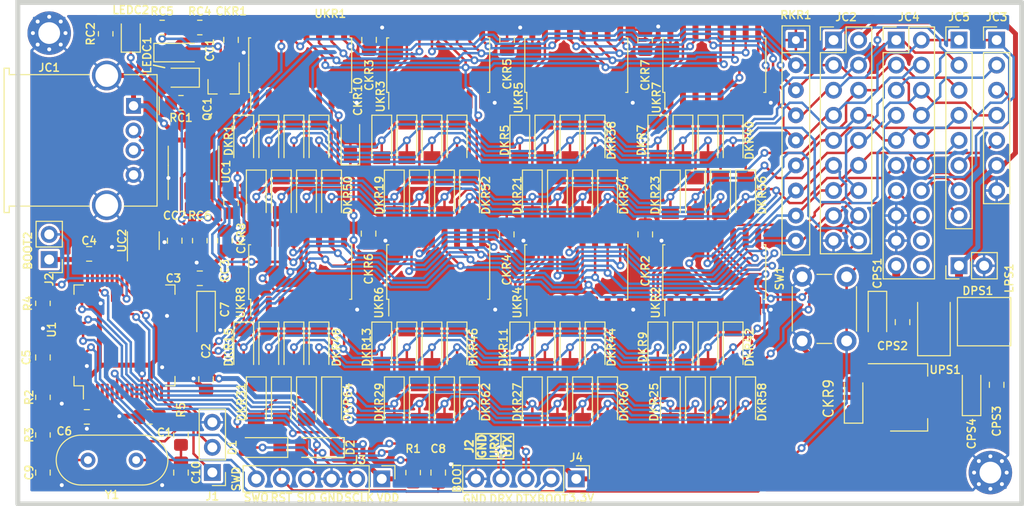
<source format=kicad_pcb>
(kicad_pcb (version 20211014) (generator pcbnew)
  (layers (0 "F.Cu" signal) (31 "B.Cu" signal) (34 "B.Paste" user) (35 "F.Paste" user) (36 "B.SilkS" user "B.Silkscreen") (37 "F.SilkS" user "F.Silkscreen") (38 "B.Mask" user) (39 "F.Mask" user) (44 "Edge.Cuts" user))
  (net 0 "")
  (net 1 "+3.3V")
  (net 2 "GND")
  (net 3 "~{RST}")
  (net 4 "Net-(C9-Pad1)")
  (net 5 "Net-(C10-Pad1)")
  (net 6 "IN")
  (net 7 "Net-(D1-Pad2)")
  (net 8 "Net-(D2-Pad1)")
  (net 9 "/KeyRegister/R0D0")
  (net 10 "KeyD0")
  (net 11 "/KeyRegister/R0D4")
  (net 12 "KeyD1")
  (net 13 "/KeyRegister/R1D0")
  (net 14 "/KeyRegister/R1D4")
  (net 15 "/KeyRegister/R2D0")
  (net 16 "/KeyRegister/R2D4")
  (net 17 "/KeyRegister/R3D0")
  (net 18 "/KeyRegister/R3D4")
  (net 19 "/KeyRegister/R4D0")
  (net 20 "/KeyRegister/R4D4")
  (net 21 "/KeyRegister/R5D0")
  (net 22 "/KeyRegister/R5D4")
  (net 23 "/KeyRegister/R6D0")
  (net 24 "/KeyRegister/R6D4")
  (net 25 "/KeyRegister/R7D0")
  (net 26 "/KeyRegister/R7D4")
  (net 27 "/KeyRegister/R0D1")
  (net 28 "KeyD2")
  (net 29 "/KeyRegister/R0D5")
  (net 30 "KeyD3")
  (net 31 "/KeyRegister/R1D1")
  (net 32 "/KeyRegister/R1D5")
  (net 33 "/KeyRegister/R2D1")
  (net 34 "/KeyRegister/R2D5")
  (net 35 "/KeyRegister/R3D1")
  (net 36 "/KeyRegister/R3D5")
  (net 37 "/KeyRegister/R4D1")
  (net 38 "/KeyRegister/R4D5")
  (net 39 "/KeyRegister/R5D1")
  (net 40 "/KeyRegister/R5D5")
  (net 41 "/KeyRegister/R6D1")
  (net 42 "/KeyRegister/R6D5")
  (net 43 "/KeyRegister/R7D1")
  (net 44 "/KeyRegister/R7D5")
  (net 45 "/KeyRegister/R0D2")
  (net 46 "KeyD4")
  (net 47 "/KeyRegister/R0D6")
  (net 48 "KeyD5")
  (net 49 "/KeyRegister/R1D2")
  (net 50 "/KeyRegister/R1D6")
  (net 51 "/KeyRegister/R2D2")
  (net 52 "/KeyRegister/R2D6")
  (net 53 "/KeyRegister/R3D2")
  (net 54 "/KeyRegister/R3D6")
  (net 55 "/KeyRegister/R4D2")
  (net 56 "/KeyRegister/R4D6")
  (net 57 "/KeyRegister/R5D2")
  (net 58 "/KeyRegister/R5D6")
  (net 59 "/KeyRegister/R6D2")
  (net 60 "/KeyRegister/R6D6")
  (net 61 "/KeyRegister/R7D2")
  (net 62 "/KeyRegister/R7D6")
  (net 63 "/KeyRegister/R0D3")
  (net 64 "KeyD6")
  (net 65 "/KeyRegister/R0D7")
  (net 66 "KeyD7")
  (net 67 "/KeyRegister/R1D3")
  (net 68 "/KeyRegister/R1D7")
  (net 69 "/KeyRegister/R2D3")
  (net 70 "/KeyRegister/R2D7")
  (net 71 "/KeyRegister/R3D3")
  (net 72 "/KeyRegister/R3D7")
  (net 73 "/KeyRegister/R4D3")
  (net 74 "/KeyRegister/R4D7")
  (net 75 "/KeyRegister/R5D3")
  (net 76 "/KeyRegister/R5D7")
  (net 77 "/KeyRegister/R6D3")
  (net 78 "/KeyRegister/R6D7")
  (net 79 "/KeyRegister/R7D3")
  (net 80 "/KeyRegister/R7D7")
  (net 81 "Net-(DPS1-Pad1)")
  (net 82 "SWO")
  (net 83 "BOOT0")
  (net 84 "UART_BOOT_TX")
  (net 85 "UART_BOOT_RX")
  (net 86 "VIN+5V")
  (net 87 "SWDIO")
  (net 88 "SWDCLK")
  (net 89 "KeyA8")
  (net 90 "KeyA9")
  (net 91 "KeyA10")
  (net 92 "KeyA11")
  (net 93 "KeyA12")
  (net 94 "KeyA13")
  (net 95 "KeyA14")
  (net 96 "KeyA15")
  (net 99 "Net-(LEDC1-Pad1)")
  (net 100 "Net-(LEDC1-Pad2)")
  (net 101 "USB_OWER_CURRENT")
  (net 102 "Net-(LEDC2-Pad2)")
  (net 103 "Net-(QC1-Pad1)")
  (net 104 "OSC_IN")
  (net 105 "OSC_OUT")
  (net 115 "LOAD")
  (net 116 "SCK")
  (net 117 "CLEAR")
  (net 118 "MOSI")
  (net 132 "USB_POWER_SWITCH_ON")
  (net 133 "BOOT2")
  (net 138 "URX")
  (net 145 "Net-(UKR1-Pad9)")
  (net 146 "Net-(UKR2-Pad9)")
  (net 147 "Net-(UKR2-Pad14)")
  (net 148 "Net-(UKR3-Pad9)")
  (net 149 "Net-(UKR4-Pad9)")
  (net 150 "Net-(UKR5-Pad9)")
  (net 151 "Net-(UKR6-Pad9)")
  (net 153 "/Connectors/USB_POWER")
  (net 154 "/Connectors/USB-")
  (net 155 "/Connectors/USB+")
  (net 156 "UTX")
  (net 157 "USB_OTG_FS_DM")
  (net 158 "USB_OTG_FS_DP")
  (footprint "Diode_SMD:D_MiniMELF" (layer "F.Cu") (at 69.85 39.37 -90)
    (fp_text reference "DKR36" hide)
    (fp_text value "1N4148" hide)
  )
  (footprint "Capacitor_Tantalum_SMD:CP_EIA-3216-18_Kemet-A_Pad1.58x1.35mm_HandSolder" (layer "F.Cu") (at 112.395 57.15 -90)
    (fp_text reference "CPS1")
    (fp_text value "10uFx6.3v" hide)
  )
  (footprint "Connector_PinHeader_2.54mm:PinHeader_1x06_P2.54mm_Vertical" (layer "F.Cu") (at 62.23 73.66 -90)
    (fp_text reference "J3")
    (fp_text value "SWD")
  )
  (footprint "Diode_SMD:D_MiniMELF" (layer "F.Cu") (at 52.07 65.885 -90)
    (fp_text reference "DKR63" hide)
    (fp_text value "1N4148" hide)
  )
  (footprint "Resistor_SMD:R_0805_2012Metric_Pad1.20x1.40mm_HandSolder" (layer "F.Cu") (at 43.815 27.94 180)
    (fp_text reference "RC4")
    (fp_text value "47kOm" hide)
  )
  (footprint "LED_SMD:LED_0805_2012Metric_Pad1.15x1.40mm_HandSolder" (layer "F.Cu") (at 41.91 33.02 180)
    (fp_text reference "LEDC1")
    (fp_text value "GREEN" hide)
  )
  (footprint "Resistor_SMD:R_0805_2012Metric_Pad1.20x1.40mm_HandSolder" (layer "F.Cu") (at 41.91 35.56)
    (fp_text reference "RC1")
    (fp_text value "1.5kOm" hide)
  )
  (footprint "Diode_SMD:D_MiniMELF" (layer "F.Cu") (at 66.04 65.885 -90)
    (fp_text reference "DKR61" hide)
    (fp_text value "1N4148" hide)
  )
  (footprint "Diode_SMD:D_MiniMELF" (layer "F.Cu") (at 71.12 65.885 -90)
    (fp_text reference "DKR62")
    (fp_text value "1N4148" hide)
  )
  (footprint "Package_SO:SO-16_5.3x10.2mm_P1.27mm" (layer "F.Cu") (at 81.915 52.705 90)
    (fp_text reference "UKR4")
    (fp_text value "74HC595")
  )
  (footprint "Package_SO:SO-16_5.3x10.2mm_P1.27mm" (layer "F.Cu") (at 81.915 31.75 90)
    (fp_text reference "UKR5")
    (fp_text value "74HC595")
  )
  (footprint "Diode_SMD:D_MiniMELF" (layer "F.Cu") (at 62.23 39.37 -90)
    (fp_text reference "DKR3" hide)
    (fp_text value "1N4148" hide)
  )
  (footprint "MountingHole:MountingHole_2.2mm_M2_Pad_Via" (layer "F.Cu") (at 123.825 73.025)
    (fp_text reference "H2" hide)
    (fp_text value "MountingHole_Pad" hide)
  )
  (footprint "Diode_SMD:D_MiniMELF" (layer "F.Cu") (at 63.5 44.93 -90)
    (fp_text reference "DKR19")
    (fp_text value "1N4148" hide)
  )
  (footprint "Capacitor_SMD:C_0805_2012Metric_Pad1.18x1.45mm_HandSolder" (layer "F.Cu") (at 32.385 67.381007)
    (fp_text reference "C6")
    (fp_text value "100nF" hide)
  )
  (footprint "Capacitor_SMD:C_0805_2012Metric_Pad1.18x1.45mm_HandSolder" (layer "F.Cu") (at 38.735 67.381007 180)
    (fp_text reference "C1")
    (fp_text value "100nF" hide)
  )
  (footprint "Package_TO_SOT_SMD:SOT-223-3_TabPin2" (layer "F.Cu") (at 115.57 65.405)
    (fp_text reference "UPS1")
    (fp_text value "LM1117-3.3" hide)
  )
  (footprint "Diode_SMD:D_MiniMELF" (layer "F.Cu") (at 95.25 60.325 -90)
    (fp_text reference "DKR10" hide)
    (fp_text value "1N4148" hide)
  )
  (footprint "Resistor_SMD:R_0805_2012Metric_Pad1.20x1.40mm_HandSolder" (layer "F.Cu") (at 43.815 49.53 -90)
    (fp_text reference "RC6")
    (fp_text value "10kOm")
  )
  (footprint "Diode_SMD:D_MiniMELF" (layer "F.Cu") (at 62.23 60.325 -90)
    (fp_text reference "DKR13")
    (fp_text value "1N4148" hide)
  )
  (footprint "Package_TO_SOT_SMD:SOT-23_Handsoldering" (layer "F.Cu") (at 46.228 33.909 -90)
    (fp_text reference "QC1")
    (fp_text value "S9013" hide)
  )
  (footprint "Capacitor_SMD:C_0805_2012Metric_Pad1.18x1.45mm_HandSolder" (layer "F.Cu") (at 74.88 48.895 -90)
    (fp_text reference "CKR4")
    (fp_text value "100nF" hide)
  )
  (footprint "Diode_SMD:D_MiniMELF" (layer "F.Cu") (at 68.58 44.93 -90)
    (fp_text reference "DKR20" hide)
    (fp_text value "1N4148" hide)
  )
  (footprint "Diode_SMD:D_MiniMELF" (layer "F.Cu") (at 99.06 65.885 -90)
    (fp_text reference "DKR58")
    (fp_text value "1N4148" hide)
  )
  (footprint "Capacitor_SMD:C_0805_2012Metric_Pad1.18x1.45mm_HandSolder" (layer "F.Cu") (at 124.46 64.135 90)
    (fp_text reference "CPS3")
    (fp_text value "100nF" hide)
  )
  (footprint "Diode_SMD:D_MiniMELF" (layer "F.Cu") (at 66.04 44.93 -90)
    (fp_text reference "DKR51" hide)
    (fp_text value "1N4148" hide)
  )
  (footprint "Diode_SMD:D_MiniMELF" (layer "F.Cu") (at 96.52 65.885 -90)
    (fp_text reference "DKR26" hide)
    (fp_text value "1N4148" hide)
  )
  (footprint "Diode_SMD:D_MiniMELF" (layer "F.Cu") (at 53.34 60.325 -90)
    (fp_text reference "DKR16" hide)
    (fp_text value "1N4148" hide)
  )
  (footprint "Capacitor_SMD:C_0805_2012Metric_Pad1.18x1.45mm_HandSolder" (layer "F.Cu") (at 88.885 29.195 -90)
    (fp_text reference "CKR7")
    (fp_text value "100nF" hide)
  )
  (footprint "CD inductor:CD43" (layer "F.Cu") (at 123.19 57.785 90)
    (fp_text reference "LPS1")
    (fp_text value "100uH" hide)
  )
  (footprint "Capacitor_SMD:C_0805_2012Metric_Pad1.18x1.45mm_HandSolder" (layer "F.Cu") (at 32.6175 50.871007)
    (fp_text reference "C4")
    (fp_text value locked "100nF")
  )
  (footprint "Diode_SMD:D_MiniMELF" (layer "F.Cu") (at 97.79 39.37 -90)
    (fp_text reference "DKR40")
    (fp_text value "1N4148" hide)
  )
  (footprint "Diode_SMD:D_MiniMELF" (layer "F.Cu") (at 97.79 60.325 -90)
    (fp_text reference "DKR42")
    (fp_text value "1N4148" hide)
  )
  (footprint "Diode_SMD:D_MiniMELF" (layer "F.Cu") (at 71.12 44.93 -90)
    (fp_text reference "DKR52")
    (fp_text value "1N4148" hide)
  )
  (footprint "Capacitor_SMD:C_0805_2012Metric_Pad1.18x1.45mm_HandSolder" (layer "F.Cu") (at 60.895 48.815 -90)
    (fp_text reference "CKR6")
    (fp_text value "100nF" hide)
  )
  (footprint "Package_SO:SO-16_5.3x10.2mm_P1.27mm" (layer "F.Cu") (at 95.885 52.705 90)
    (fp_text reference "UKR2")
    (fp_text value "74HC595")
  )
  (footprint "Diode_SMD:D_MiniMELF" (layer "F.Cu") (at 68.58 65.885 -90)
    (fp_text reference "DKR30" hide)
    (fp_text value "1N4148" hide)
  )
  (footprint "Resistor_SMD:R_0805_2012Metric_Pad1.20x1.40mm_HandSolder" (layer "F.Cu") (at 27.94 69.215 90)
    (fp_text reference "R3")
    (fp_text value "0 - 5 Om" hide)
  )
  (footprint "Diode_SMD:D_MiniMELF" (layer "F.Cu") (at 77.47 44.93 -90)
    (fp_text reference "DKR21")
    (fp_text value "1N4148" hide)
  )
  (footprint "Diode_SMD:D_MiniMELF" (layer "F.Cu") (at 85.09 44.93 -90)
    (fp_text reference "DKR54")
    (fp_text value "1N4148" hide)
  )
  (footprint "Diode_SMD:D_MiniMELF" (layer "F.Cu") (at 82.55 44.93 -90)
    (fp_text reference "DKR22" hide)
    (fp_text value "1N4148" hide)
  )
  (footprint "Diode_SMD:D_MiniMELF" (layer "F.Cu") (at 83.82 60.325 -90)
    (fp_text reference "DKR44")
    (fp_text value "1N4148" hide)
  )
  (footprint "Diode_SMD:D_MiniMELF" (layer "F.Cu") (at 69.85 60.325 -90)
    (fp_text reference "DKR46")
    (fp_text value "1N4148" hide)
  )
  (footprint "Package_SO:SO-16_5.3x10.2mm_P1.27mm" (layer "F.Cu") (at 95.885 31.75 90)
    (fp_text reference "UKR7")
    (fp_text value "74HC595")
  )
  (footprint "Diode_SMD:D_MiniMELF" (layer "F.Cu") (at 53.34 39.37 -90)
    (fp_text reference "DKR2" hide)
    (fp_text value "1N4148" hide)
  )
  (footprint "Diode_SMD:D_SMA" (layer "F.Cu") (at 118.11 57.785 90)
    (fp_text reference "DPS1")
    (fp_text value "1N5817" hide)
  )
  (footprint "Diode_SMD:D_MiniMELF" (layer "F.Cu") (at 55.88 39.37 -90)
    (fp_text reference "DKR34" hide)
    (fp_text value "1N4148" hide)
  )
  (footprint "Diode_SMD:D_MiniMELF" (layer "F.Cu") (at 82.55 65.885 -90)
    (fp_text reference "DKR28" hide)
    (fp_text value "1N4148" hide)
  )
  (footprint "Capacitor_Tantalum_SMD:CP_EIA-3216-18_Kemet-A_Pad1.58x1.35mm_HandSolder" (layer "F.Cu") (at 121.92 64.77 90)
    (fp_text reference "CPS4")
    (fp_text value "10uFx6.3v" hide)
  )
  (footprint "Resistor_THT:R_Array_SIP9" (layer "F.Cu") (at 104.14 29.21 -90)
    (fp_text reference "RKR1")
    (fp_text value "8X10kOm")
  )
  (footprint "Resistor_SMD:R_0805_2012Metric_Pad1.20x1.40mm_HandSolder" (layer "F.Cu") (at 34.29 28.575 90)
    (fp_text reference "RC2")
    (fp_text value "1kOm" hide)
  )
  (footprint "Package_TO_SOT_SMD:SOT-23-6_Handsoldering" (layer "F.Cu") (at 38.1 49.53 90)
    (fp_text reference "UC2")
    (fp_text value "USBLC6-2")
  )
  (footprint "Connector_USB:USB_A_Molex_67643_Horizontal" (layer "F.Cu") (at 37.11 35.87 -90)
    (fp_text reference "JC1")
    (fp_text value "USB")
  )
  (footprint "Diode_SMD:D_MiniMELF" (layer "F.Cu") (at 92.71 39.37 -90)
    (fp_text reference "DKR39" hide)
    (fp_text value "1N4148" hide)
  )
  (footprint "Capacitor_Tantalum_SMD:CP_EIA-3216-18_Kemet-A_Pad1.58x1.35mm_HandSolder" (layer "F.Cu") (at 44.45 57.15 -90)
    (fp_text reference "C7")
    (fp_text value "4.7uFx6.3V" hide)
  )
  (footprint "Diode_SMD:D_MiniMELF" (layer "F.Cu") (at 63.5 65.885 -90)
    (fp_text reference "DKR29")
    (fp_text value "1N4148" hide)
  )
  (footprint "Diode_SMD:D_MiniMELF" (layer "F.Cu") (at 64.77 60.325 -90)
    (fp_text reference "DKR45" hide)
    (fp_text value "1N4148" hide)
  )
  (footprint "Capacitor_SMD:C_0805_2012Metric_Pad1.18x1.45mm_HandSolder" (layer "F.Cu") (at 27.94 73.025 -90)
    (fp_text reference "C9")
    (fp_text value "20pF" hide)
  )
  (footprint "Capacitor_Tantalum_SMD:CP_EIA-3216-18_Kemet-A_Pad1.58x1.35mm_HandSolder" (layer "F.Cu") (at 109.982 65.532 90)
    (fp_text reference "CKR9")
    (fp_text value "4.7uFx6.3V")
  )
  (footprint "Diode_SMD:D_MiniMELF" (layer "F.Cu") (at 90.17 39.37 -90)
    (fp_text reference "DKR7")
    (fp_text value "1N4148" hide)
  )
  (footprint "Diode_SMD:D_MiniMELF" (layer "F.Cu") (at 92.71 60.325 -90)
    (fp_text reference "DKR41" hide)
    (fp_text value "1N4148" hide)
  )
  (footprint "Capacitor_SMD:C_0805_2012Metric_Pad1.18x1.45mm_HandSolder" (layer "F.Cu") (at 46.975 45.705 -90)
    (fp_text reference "CKR8")
    (fp_text value "100nF")
  )
  (footprint "Diode_SMD:D_MiniMELF" (layer "F.Cu") (at 93.98 44.93 -90)
    (fp_text reference "DKR55" hide)
    (fp_text value "1N4148" hide)
  )
  (footprint "Diode_SMD:D_MiniMELF" (layer "F.Cu") (at 76.2 60.325 -90)
    (fp_text reference "DKR11")
    (fp_text value "1N4148" hide)
  )
  (footprint "Diode_SMD:D_MiniMELF" (layer "F.Cu") (at 64.77 39.37 -90)
    (fp_text reference "DKR35" hide)
    (fp_text value "1N4148" hide)
  )
  (footprint "Diode_SMD:D_MiniMELF" (layer "F.Cu") (at 67.31 39.37 -90)
    (fp_text reference "DKR4" hide)
    (fp_text value "1N4148" hide)
  )
  (footprint "Diode_SMD:D_MiniMELF" (layer "F.Cu") (at 57.15 44.93 -90)
    (fp_text reference "DKR50")
    (fp_text value "1N4148" hide)
  )
  (footprint "Diode_SMD:D_MiniMELF" (layer "F.Cu") (at 48.26 39.37 -90)
    (fp_text reference "DKR1")
    (fp_text value "1N4148" hide)
  )
  (footprint "Diode_SMD:D_MiniMELF" (layer "F.Cu") (at 83.82 39.37 -90)
    (fp_text reference "DKR38")
    (fp_text value "1N4148" hide)
  )
  (footprint "Capacitor_Tantalum_SMD:CP_EIA-3216-18_Kemet-A_Pad1.58x1.35mm_HandSolder" (layer "F.Cu") (at 59.055 39.37 90)
    (fp_text reference "CKR10")
    (fp_text value "4.7uFx6.3V")
  )
  (footprint "Capacitor_SMD:C_0805_2012Metric_Pad1.18x1.45mm_HandSolder" (layer "F.Cu") (at 43.815 53.34 180)
    (fp_text reference "C3")
    (fp_text value "100nF" hide)
  )
  (footprint "Diode_SMD:D_MiniMELF" (layer "F.Cu") (at 67.31 60.325 -90)
    (fp_text reference "DKR14" hide)
    (fp_text value "1N4148" hide)
  )
  (footprint "Connector_PinHeader_2.54mm:PinHeader_1x05_P2.54mm_Vertical" (layer "F.Cu") (at 81.915 73.66 -90)
    (fp_text reference "J4")
    (fp_text value "BOOT")
  )
  (footprint "Diode_SMD:D_MiniMELF" (layer "F.Cu") (at 81.28 60.325 -90)
    (fp_text reference "DKR12" hide)
    (fp_text value "1N4148" hide)
  )
  (footprint "Resistor_SMD:R_0805_2012Metric_Pad1.20x1.40mm_HandSolder" (layer "F.Cu") (at 41.91 69.215 90)
    (fp_text reference "R5")
    (fp_text value "0 - 5 Om" hide)
  )
  (footprint "Diode_SMD:D_MiniMELF" (layer "F.Cu") (at 49.53 44.93 -90)
    (fp_text reference "DKR17" hide)
    (fp_text value "1N4148" hide)
  )
  (footprint "Diode_SMD:D_MiniMELF" (layer "F.Cu") (at 49.53 65.885 -90)
    (fp_text reference "DKR31")
    (fp_text value "1N4148" hide)
  )
  (footprint "Resistor_SMD:R_0805_2012Metric_Pad1.20x1.40mm_HandSolder" (layer "F.Cu") (at 27.94 55.88 -90)
    (fp_text reference "R4")
    (fp_text value "100kOm")
  )
  (footprint "Diode_SMD:D_MiniMELF" (layer "F.Cu") (at 81.28 39.37 -90)
    (fp_text reference "DKR6" hide)
    (fp_text value "1N4148" hide)
  )
  (footprint "Capacitor_SMD:C_0805_2012Metric_Pad1.18x1.45mm_HandSolder" (layer "F.Cu") (at 41.91 73.025 -90)
    (fp_text reference "C10")
    (fp_text value "20pF" hide)
  )
  (footprint "Diode_SMD:D_MiniMELF" (layer "F.Cu") (at 78.74 60.325 -90)
    (fp_text reference "DKR43" hide)
    (fp_text value "1N4148" hide)
  )
  (footprint "Diode_SMD:D_MiniMELF" (layer "F.Cu") (at 55.88 60.325 -90)
    (fp_text reference "DKR48")
    (fp_text value "1N4148" hide)
  )
  (footprint "Button_Switch_THT:SW_PUSH_6mm" (layer "F.Cu") (at 104.775 59.69 90)
    (fp_text reference "SW1")
    (fp_text value "RESET" hide)
  )
  (footprint "Capacitor_SMD:C_0805_2012Metric_Pad1.18x1.45mm_HandSolder" (layer "F.Cu") (at 41.275 49.53 90)
    (fp_text reference "CC2")
    (fp_text value "100nF")
  )
  (footprint "Capacitor_SMD:C_0805_2012Metric_Pad1.18x1.45mm_HandSolder" (layer "F.Cu") (at 114.935 57.785 -90)
    (fp_text reference "CPS2")
    (fp_text value "100nF" hide)
  )
  (footprint "Connector_PinHeader_2.54mm:PinHeader_1x07_P2.54mm_Vertical" (layer "F.Cu") (at 124.46 29.21)
    (fp_text reference "JC3")
    (fp_text value "ZX_Date")
  )
  (footprint "Capacitor_SMD:C_0805_2012Metric_Pad1.18x1.45mm_HandSolder" (layer "F.Cu") (at 44.45 63.571007 -90)
    (fp_text reference "C2")
    (fp_text value "100nF" hide)
  )
  (footprint "Diode_SMD:D_MiniMELF" (layer "F.Cu") (at 54.61 65.885 -90)
    (fp_text reference "DKR32" hide)
    (fp_text value "1N4148" hide)
  )
  (footprint "Diode_SMD:D_MiniMELF" (layer "F.Cu") (at 54.61 44.93 -90)
    (fp_text reference "DKR18" hide)
    (fp_text value "1N4148" hide)
  )
  (footprint "Diode_SMD:D_MiniMELF" (layer "F.Cu") (at 52.07 44.93 -90)
    (fp_text reference "DKR49" hide)
    (fp_text value "1N4148" hide)
  )
  (footprint "MountingHole:MountingHole_2.2mm_M2_Pad_Via" (layer "F.Cu") (at 28.575 28.5)
    (fp_text reference "H1" hide)
    (fp_text value "MountingHole_Pad" hide)
  )
  (footprint "Capacitor_SMD:C_0805_2012Metric_Pad1.18x1.45mm_HandSolder" (layer "F.Cu") (at 88.9 48.895 -90)
    (fp_text reference "CKR2")
    (fp_text value "100nF" hide)
  )
  (footprint "Capacitor_Tantalum_SMD:CP_EIA-3216-18_Kemet-A_Pad1.58x1.35mm_HandSolder" (layer "F.Cu") (at 41.656 30.48)
    (fp_text reference "CC1")
    (fp_text value "4,7uFx6.3V" hide)
  )
  (footprint "Diode_SMD:D_MiniMELF" (layer "F.Cu") (at 85.09 65.885 -90)
    (fp_text reference "DKR60")
    (fp_text value "1N4148" hide)
  )
  (footprint "Package_SO:SO-16_5.3x10.2mm_P1.27mm" (layer "F.Cu") (at 53.975 52.705 90)
    (fp_text reference "UKR8")
    (fp_text value "74HC595")
  )
  (footprint "Connector_PinHeader_2.54mm:PinHeader_1x02_P2.54mm_Vertical" (layer "F.Cu") (at 120.65 52.07 90)
    (fp_text reference "JPS1" hide)
    (fp_text value "POWER" hide)
  )
  (footprint "Crystal:Crystal_HC49-U_Vertical" (layer "F.Cu") (at 37.375 71.755 180)
    (fp_text reference "Y1")
    (fp_text value "8MHz" hide)
  )
  (footprint "Package_QFP:LQFP-64_10x10mm_P0.5mm" (layer "F.Cu") (at 36.195 59.126007 90)
    (fp_text reference "U1")
    (fp_text value locked "STM32F105R8Tx")
  )
  (footprint "Package_SO:SO-16_5.3x10.2mm_P1.27mm" (layer "F.Cu") (at 67.945 52.705 90)
    (fp_text reference "UKR6")
    (fp_text value "74HC595")
  )
  (footprint "Diode_SMD:D_MiniMELF" (layer "F.Cu") (at 91.44 65.885 -90)
    (fp_text reference "DKR25")
    (fp_text value "1N4148" hide)
  )
  (footprint "Diode_SMD:D_MiniMELF" (layer "F.Cu") (at 77.47 65.885 -90)
    (fp_text reference "DKR27")
    (fp_text value "1N4148" hide)
  )
  (footprint "Diode_SMD:D_MiniMELF" (layer "F.Cu") (at 96.52 44.93 -90)
    (fp_text reference "DKR24" hide)
    (fp_text value "1N4148" hide)
  )
  (footprint "Diode_SMD:D_MiniMELF" (layer "F.Cu") (at 99.06 44.93 -90)
    (fp_text reference "DKR56")
    (fp_text value "1N4148" hide)
  )
  (footprint "Diode_SMD:D_MiniMELF" (layer "F.Cu") (at 55.88 70.485 180)
    (fp_text reference "D2")
    (fp_text value "1N4148" hide)
  )
  (footprint "Diode_SMD:D_MiniMELF" (layer "F.Cu") (at 50.8 60.325 -90)
    (fp_text reference "DKR47" hide)
    (fp_text value "1N4148" hide)
  )
  (footprint "Diode_SMD:D_MiniMELF" (layer "F.Cu") (at 95.25 39.37 -90)
    (fp_text reference "DKR8" hide)
    (fp_text value "1N4148" hide)
  )
  (footprint "Resistor_SMD:R_0805_2012Metric_Pad1.20x1.40mm_HandSolder" (layer "F.Cu") (at 40.005 27.94 180)
    (fp_text reference "RC5")
    (fp_text value "22kOm" hide)
  )
  (footprint "Diode_SMD:D_MiniMELF" (layer "F.Cu") (at 91.44 44.93 -90)
    (fp_text reference "DKR23")
    (fp_text value "1N4148" hide)
  )
  (footprint "Package_SO:SO-16_5.3x10.2mm_P1.27mm" (layer "F.Cu") (at 67.945 31.75 90)
    (fp_text reference "UKR3")
    (fp_text value "74HC595")
  )
  (footprint "Connector_PinHeader_2.54mm:PinHeader_1x02_P2.54mm_Vertical" (layer "F.Cu") (at 28.575 51.44 180)
    (fp_text reference "J2")
    (fp_text value locked "BOOT2")
  )
  (footprint "Package_SO:SO-16_5.3x10.2mm_P1.27mm" (layer "F.Cu") (at 53.975 31.75 90)
    (fp_text reference "UKR1")
    (fp_text value "74HC595")
  )
  (footprint "Diode_SMD:D_MiniMELF" (layer "F.Cu") (at 90.17 60.325 -90)
    (fp_text reference "DKR9")
    (fp_text value "1N4148" hide)
  )
  (footprint "Resistor_SMD:R_0805_2012Metric_Pad1.20x1.40mm_HandSolder" (layer "F.Cu") (at 65.405 73.025 90)
    (fp_text reference "R1")
    (fp_text value "10kOm" hide)
  )
  (footprint "Resistor_SMD:R_0805_2012Metric_Pad1.20x1.40mm_HandSolder" (layer "F.Cu") (at 46.355 49.53 90)
    (fp_text reference "RC3")
    (fp_text value "47kOm")
  )
  (footprint "Connector_PinHeader_2.54mm:PinHeader_1x08_P2.54mm_Vertical" (layer "F.Cu") (at 120.65 29.21)
    (fp_text reference "JC5")
    (fp_text value "ZX_Address")
  )
  (footprint "Package_SO:SO-8_3.9x4.9mm_P1.27mm" (layer "F.Cu") (at 43.18 41.91 90)
    (fp_text reference "UC1")
    (fp_text value "STMPS2151MTR")
  )
  (footprint "Diode_SMD:D_MiniMELF" (layer "F.Cu") (at 80.01 65.885 -90)
    (fp_text reference "DKR59" hide)
    (fp_text value "1N4148" hide)
  )
  (footprint "Diode_SMD:D_MiniMELF" (layer "F.Cu") (at 48.26 60.325 -90)
    (fp_text reference "DKR15")
    (fp_text value "1N4148" hide)
  )
  (footprint "Capacitor_SMD:C_0805_2012Metric_Pad1.18x1.45mm_HandSolder" (layer "F.Cu") (at 46.975 29.195 -90)
    (fp_text reference "CKR1")
    (fp_text value "100nF" hide)
  )
  (footprint "Diode_SMD:D_MiniMELF" (layer "F.Cu") (at 76.2 39.37 -90)
    (fp_text reference "DKR5")
    (fp_text value "1N4148" hide)
  )
  (footprint "Capacitor_SMD:C_0805_2012Metric_Pad1.18x1.45mm_HandSolder" (layer "F.Cu") (at 27.94 61.3625 90)
    (fp_text reference "C5")
    (fp_text value "100nF" hide)
  )
  (footprint "Diode_SMD:D_MiniMELF" (layer "F.Cu") (at 93.98 65.885 -90)
    (fp_text reference "DKR57" hide)
    (fp_text value "1N4148" hide)
  )
  (footprint "Diode_SMD:D_MiniMELF" (layer "F.Cu") (at 50.8 39.37 -90)
    (fp_text reference "DKR33" hide)
    (fp_text value "1N4148" hide)
  )
  (footprint "LED_SMD:LED_0805_2012Metric_Pad1.15x1.40mm_HandSolder" (layer "F.Cu") (at 36.83 28.575 90)
    (fp_text reference "LEDC2")
    (fp_text value "RED" hide)
  )
  (footprint "Connector_PinHeader_2.54mm:PinHeader_2x10_P2.54mm_Vertical" (layer "F.Cu") (at 114.3 29.21)
    (fp_text reference "JC4")
    (fp_text value "PROFI")
  )
  (footprint "Diode_SMD:D_MiniMELF" (layer "F.Cu") (at 57.15 65.885 -90)
    (fp_text reference "DKR64")
    (fp_text value "1N4148" hide)
  )
  (footprint "Resistor_SMD:R_0805_2012Metric_Pad1.20x1.40mm_HandSolder" (layer "F.Cu") (at 27.94 65.405 -90)
    (fp_text reference "R2")
    (fp_text value "100kOm" hide)
  )
  (footprint "Connector_PinHeader_2.54mm:PinHeader_1x03_P2.54mm_Vertical" (layer "F.Cu") (at 45.085 73.01 180)
    (fp_text reference "J1")
    (fp_text value "DBG_UART" hide)
  )
  (footprint "Diode_SMD:D_MiniMELF" (layer "F.Cu") (at 50.165 70.485 180)
    (fp_text reference "D1")
    (fp_text value "1N4148")
  )
  (footprint "Diode_SMD:D_MiniMELF" (layer "F.Cu") (at 80.01 44.93 -90)
    (fp_text reference "DKR53" hide)
    (fp_text value "1N4148" hide)
  )
  (footprint "Capacitor_SMD:C_0805_2012Metric_Pad1.18x1.45mm_HandSolder" (layer "F.Cu") (at 74.915 29.195 -90)
    (fp_text reference "CKR5")
    (fp_text value "100nF" hide)
  )
  (footprint "Connector_PinHeader_2.54mm:PinHeader_2x09_P2.54mm_Vertical" (layer "F.Cu") (at 107.95 29.21)
    (fp_text reference "JC2")
    (fp_text value "General_Keyboard 8x8")
  )
  (footprint "Capacitor_SMD:C_0805_2012Metric_Pad1.18x1.45mm_HandSolder" (layer "F.Cu") (at 67.945 73.025 90)
    (fp_text reference "C8")
    (fp_text value "100nF" hide)
  )
  (footprint "Capacitor_SMD:C_0805_2012Metric_Pad1.18x1.45mm_HandSolder" (layer "F.Cu") (at 60.945 29.195 -90)
    (fp_text reference "CKR3")
    (fp_text value "100nF" hide)
  )
  (footprint "Diode_SMD:D_MiniMELF" (layer "F.Cu") (at 78.74 39.37 -90)
    (fp_text reference "DKR37" hide)
    (fp_text value "1N4148" hide)
  )
  (gr_rect (start 75.565 71.628) (end 71.755 69.088) (layer "F.SilkS") (width 0.15) (fill none))
  (gr_line (start 74.295 71.628) (end 74.295 69.088) (layer "F.SilkS") (width 0.15))
  (gr_line (start 39.116 31.75) (end 40.259 32.004) (layer "F.SilkS") (width 0.15))
  (gr_rect (start 25.4 25.4) (end 127 76.2) (layer "Edge.Cuts") (width 0.5) (fill none))
  (gr_text "SWO" (at 49.53 75.565) (layer "F.SilkS") (effects (font (size 0.8 0.8))))
  (gr_text "DTX" (at 76.835 75.692) (layer "F.SilkS") (effects (font (size 0.8 0.8))))
  (gr_text "GND" (at 57.15 75.565) (layer "F.SilkS") (effects (font (size 0.8 0.8))))
  (gr_text "3.3V" (at 82.423 75.565) (layer "F.SilkS") (effects (font (size 0.8 0.8))))
  (gr_text "BOOT2" (at 26.416 50.546 90) (layer "F.SilkS") (effects (font (size 0.8 0.8))))
  (gr_text "VDD" (at 62.865 75.565) (layer "F.SilkS") (effects (font (size 0.8 0.8))))
  (gr_text "DRX" (at 74.295 75.692) (layer "F.SilkS") (effects (font (size 0.8 0.8))))
  (gr_text "J2\nGND\nURX\nUTX" (at 73.025 70.358 90) (layer "F.SilkS") (effects (font (size 0.8 0.8) (thickness 0.2))))
  (gr_text "GND" (at 71.628 75.692) (layer "F.SilkS") (effects (font (size 0.8 0.8))))
  (gr_text "SIO" (at 54.61 75.565) (layer "F.SilkS") (effects (font (size 0.8 0.8))))
  (gr_text "RST" (at 52.07 75.565) (layer "F.SilkS") (effects (font (size 0.8 0.8))))
  (gr_text "SWD" (at 47.498 73.66 90) (layer "F.SilkS") (effects (font (size 0.8 0.8))))
  (gr_text "BOOT" (at 79.502 75.692) (layer "F.SilkS") (effects (font (size 0.8 0.8))))
  (gr_text "BOOT" (at 69.85 73.533 90) (layer "F.SilkS") (effects (font (size 0.8 0.8))))
  (gr_text "SCLK" (at 59.944 75.565) (layer "F.SilkS") (effects (font (size 0.8 0.8))))
  (segment (start 44.8525 53.34) (end 44.84 53.3275) (width 0.25) (layer "F.Cu") (net 1))
  (segment (start 65.04 73.66) (end 65.405 74.025) (width 0.5) (layer "F.Cu") (net 1))
  (segment (start 31.58 51.566007) (end 31.58 50.871007) (width 0.5) (layer "F.Cu") (net 1))
  (segment (start 32.445 66.283507) (end 31.3475 67.381007) (width 0.25) (layer "F.Cu") (net 1))
  (segment (start 38.445 65.75) (end 38.445 66.053507) (width 0.25) (layer "F.Cu") (net 1))
  (segment (start 70.551022 73.0255) (end 66.6745 73.0255) (width 0.5) (layer "F.Cu") (net 1))
  (segment (start 33.655 57.043949) (end 33.655 62.35) (width 0.5) (layer "F.Cu") (net 1))
  (segment (start 120.65 66.04) (end 120.015 65.405) (width 0.5) (layer "F.Cu") (net 1))
  (segment (start 32.655 29.575) (end 31.75 30.48) (width 0.5) (layer "F.Cu") (net 1))
  (segment (start 124.46 65.1725) (end 123.5925 66.04) (width 0.5) (layer "F.Cu") (net 1))
  (segment (start 112.42 65.405) (end 118.72 65.405) (width 0.5) (layer "F.Cu") (net 1))
  (segment (start 62.23 73.66) (end 65.04 73.66) (width 0.5) (layer "F.Cu") (net 1))
  (segment (start 41.87 61.876007) (end 43.438507 61.876007) (width 0.25) (layer "F.Cu") (net 1))
  (segment (start 44.113507 55.376007) (end 44.45 55.7125) (width 0.25) (layer "F.Cu") (net 1))
  (segment (start 120.015 65.405) (end 118.72 65.405) (width 0.5) (layer "F.Cu") (net 1))
  (segment (start 44.84 53.3275) (end 44.84 52.315) (width 0.5) (layer "F.Cu") (net 1))
  (segment (start 44.043507 62.533507) (end 43.461007 61.951007) (width 0.5) (layer "F.Cu") (net 1))
  (segment (start 38.825 62.564695) (end 38.825 62.14) (width 0.5) (layer "F.Cu") (net 1))
  (segment (start 31.011007 51.44) (end 31.58 50.871007) (width 0.5) (layer "F.Cu") (net 1))
  (segment (start 41.87 55.376007) (end 44.113507 55.376007) (width 0.25) (layer "F.Cu") (net 1))
  (segment (start 39.37 61.595) (end 39.46 61.505) (width 0.5) (layer "F.Cu") (net 1))
  (segment (start 33.865 62.14) (end 38.825 62.14) (width 0.5) (layer "F.Cu") (net 1))
  (segment (start 112.42 65.405) (end 106.845 65.405) (width 0.5) (layer "F.Cu") (net 1))
  (segment (start 60.325 71.755) (end 62.23 73.66) (width 0.5) (layer "F.Cu") (net 1))
  (segment (start 32.445 54.797) (end 32.512 54.864) (width 0.25) (layer "F.Cu") (net 1))
  (segment (start 40.005 55.88) (end 39.37 56.515) (width 0.5) (layer "F.Cu") (net 1))
  (segment (start 40.633477 55.376007) (end 40.129484 55.88) (width 0.25) (layer "F.Cu") (net 1))
  (segment (start 32.445 53.451007) (end 32.445 52.431007) (width 0.25) (layer "F.Cu") (net 1))
  (segment (start 31.75 50.701007) (end 31.58 50.871007) (width 0.5) (layer "F.Cu") (net 1))
  (segment (start 106.845 65.405) (end 98.59 73.66) (width 0.5) (layer "F.Cu") (net 1))
  (segment (start 38.445 63.79) (end 38.445 65.75) (width 0.25) (layer "F.Cu") (net 1))
  (segment (start 38.445 66.053507) (end 39.7725 67.381007) (width 0.25) (layer "F.Cu") (net 1))
  (segment (start 31.75 30.48) (end 31.75 50.701007) (width 0.5) (layer "F.Cu") (net 1))
  (segment (start 44.45 55.7125) (end 44.8525 55.31) (width 0.5) (layer "F.Cu") (net 1))
  (segment (start 32.445 64.801007) (end 32.445 66.283507) (width 0.25) (layer "F.Cu") (net 1))
  (segment (start 39.37 56.515) (end 39.37 61.595) (width 0.5) (layer "F.Cu") (net 1))
  (segment (start 32.445 53.451007) (end 32.445 54.797) (width 0.25) (layer "F.Cu") (net 1))
  (segment (start 46.355 50.8) (end 46.355 50.53) (width 0.5) (layer "F.Cu") (net 1))
  (segment (start 33.655 62.35) (end 33.865 62.14) (width 0.5) (layer "F.Cu") (net 1))
  (segment (start 41.87 55.376007) (end 40.633477 55.376007) (width 0.25) (layer "F.Cu") (net 1))
  (segment (start 34.29 29.575) (end 32.655 29.575) (width 0.5) (layer "F.Cu") (net 1))
  (segment (start 41.87 61.876007) (end 40.757007 61.876007) (width 0.25) (layer "F.Cu") (net 1))
  (segment (start 40.129484 55.88) (end 40.005 55.88) (width 0.25) (layer "F.Cu") (net 1))
  (segment (start 80.615 72.36) (end 71.216522 72.36) (width 0.5) (layer "F.Cu") (net 1))
  (segment (start 45.762335 63.5005) (end 45.416993 63.5005) (width 0.5) (layer "F.Cu") (net 1))
  (segment (start 65.675 74.025) (end 65.405 74.025) (width 0.5) (layer "F.Cu") (net 1))
  (segment (start 38.825 63.41) (end 38.445 63.79) (width 0.25) (layer "F.Cu") (net 1))
  (segment (start 66.6745 73.0255) (end 65.675 74.025) (width 0.5) (layer "F.Cu") (net 1))
  (segment (start 28.575 51.44) (end 31.011007 51.44) (width 0.5) (layer "F.Cu") (net 1))
  (segment (start 44.8525 55.31) (end 44.8525 53.34) (width 0.5) (layer "F.Cu") (net 1))
  (segment (start 38.445 64.801007) (end 38.445 65.75) (width 0.25) (layer "F.Cu") (net 1))
  (segment (start 32.468659 55.857608) (end 33.655 57.043949) (width 0.5) (layer "F.Cu") (net 1))
  (segment (start 30.52 62.876007) (end 28.416007 62.876007) (width 0.25) (layer "F.Cu") (net 1))
  (segment (start 39.46 61.505) (end 38.825 62.14) (width 0.5) (layer "F.Cu") (net 1))
  (segment (start 39.46 61.505) (end 40.386 61.505) (width 0.5) (layer "F.Cu") (net 1))
  (segment (start 32.445 52.431007) (end 31.58 51.566007) (width 0.5) (layer "F.Cu") (net 1))
  (segment (start 44.84 52.315) (end 46.355 50.8) (width 0.5) (layer "F.Cu") (net 1))
  (segment (start 31.761007 62.876007) (end 32.445 63.56) (width 0.25) (layer "F.Cu") (net 1))
  (segment (start 98.59 73.66) (end 81.915 73.66) (width 0.5) (layer "F.Cu") (net 1))
  (segment (start 123.5925 66.04) (end 122.0875 66.04) (width 0.5) (layer "F.Cu") (net 1))
  (segment (start 121.7525 66.04) (end 120.65 66.04) (width 0.5) (layer "F.Cu") (net 1))
  (segment (start 40.757007 61.876007) (end 40.386 61.505) (width 0.25) (layer "F.Cu") (net 1))
  (segment (start 33.655 62.35) (end 32.445 63.56) (width 0.5) (layer "F.Cu") (net 1))
  (segment (start 122.0875 66.04) (end 121.92 66.2075) (width 0.5) (layer "F.Cu") (net 1))
  (segment (start 30.52 62.876007) (end 31.761007 62.876007) (width 0.25) (layer "F.Cu") (net 1))
  (segment (start 38.825 62.564695) (end 38.825 63.41) (width 0.5) (layer "F.Cu") (net 1))
  (segment (start 121.92 66.2075) (end 121.7525 66.04) (width 0.5) (layer "F.Cu") (net 1))
  (segment (start 32.445 63.56) (end 32.445 64.801007) (width 0.25) (layer "F.Cu") (net 1))
  (segment (start 81.915 73.66) (end 80.615 72.36) (width 0.5) (layer "F.Cu") (net 1))
  (segment (start 60.325 70.1305) (end 60.325 71.755) (width 0.5) (layer "F.Cu") (net 1))
  (segment (start 45.416993 63.5005) (end 44.45 62.533507) (width 0.5) (layer "F.Cu") (net 1))
  (segment (start 71.216522 72.36) (end 70.551022 73.0255) (width 0.5) (layer "F.Cu") (net 1))
  (segment (start 44.45 62.533507) (end 44.043507 62.533507) (width 0.5) (layer "F.Cu") (net 1))
  (segment (start 32.468659 54.907341) (end 32.468659 55.857608) (width 0.5) (layer "F.Cu") (net 1))
  (segment (start 28.416007 62.876007) (end 27.94 62.4) (width 0.25) (layer "F.Cu") (net 1))
  (via (at 45.762335 63.5005) (size 0.8) (drill 0.4) (layers "F.Cu" "B.Cu") (net 1))
  (via (at 60.325 70.1305) (size 0.8) (drill 0.4) (layers "F.Cu" "B.Cu") (net 1))
  (segment (start 47.6255 63.5005) (end 49.475812 65.350812) (width 0.5) (layer "B.Cu") (net 1))
  (segment (start 45.762335 63.5005) (end 47.6255 63.5005) (width 0.5) (layer "B.Cu") (net 1))
  (segment (start 58.215 70.28) (end 60.1755 70.28) (width 0.5) (layer "B.Cu") (net 1))
  (segment (start 60.1755 70.28) (end 60.325 70.1305) (width 0.5) (layer "B.Cu") (net 1))
  (segment (start 49.475812 65.350812) (end 53.285813 65.350812) (width 0.5) (layer "B.Cu") (net 1))
  (segment (start 53.285813 65.350812) (end 58.215 70.28) (width 0.5) (layer "B.Cu") (net 1))
  (segment (start 29.48 66.405) (end 29.845 66.04) (width 0.25) (layer "F.Cu") (net 2))
  (segment (start 62.2695 28.908) (end 60.945 30.2325) (width 0.5) (layer "F.Cu") (net 2))
  (segment (start 114.935 59.77) (end 116.76 61.595) (width 0.5) (layer "F.Cu") (net 2))
  (segment (start 90.2095 27.838122) (end 90.2095 28.908) (width 0.5) (layer "F.Cu") (net 2))
  (segment (start 47.6545 48.26) (end 47.6545 47.422) (width 0.5) (layer "F.Cu") (net 2))
  (segment (start 104.775 59.69) (end 104.775 60.325) (width 0.5) (layer "F.Cu") (net 2))
  (segment (start 73.3625 56.1675) (end 72.39 56.1675) (width 0.5) (layer "F.Cu") (net 2))
  (segment (start 124.0575 63.5) (end 124.46 63.0975) (width 0.5) (layer "F.Cu") (net 2))
  (segment (start 38.19 49.735) (end 40.189599 49.735) (width 0.25) (layer "F.Cu") (net 2))
  (segment (start 86.36 56.1675) (end 87.3325 56.1675) (width 0.5) (layer "F.Cu") (net 2))
  (segment (start 62.6005 49.53) (end 62.278 49.8525) (width 0.5) (layer "F.Cu") (net 2))
  (segment (start 43.492402 30.5695) (end 43.402902 30.48) (width 0.5) (layer "F.Cu") (net 2))
  (segment (start 39.005 29.68755) (end 37.71 30.98255) (width 0.5) (layer "F.Cu") (net 2))
  (segment (start 38.1 49.825) (end 38.19 49.735) (width 0.25) (layer "F.Cu") (net 2))
  (segment (start 44.571161 30.5695) (end 45.278 31.276339) (width 0.5) (layer "F.Cu") (net 2))
  (segment (start 37.945 63.02) (end 37.945 64.801007) (width 0.25) (layer "F.Cu") (net 2))
  (segment (start 32.385 68.58) (end 33.4225 67.5425) (width 0.5) (layer "F.Cu") (net 2))
  (segment (start 40.77 56.135322) (end 41.029315 55.876007) (width 0.25) (layer "F.Cu") (net 2))
  (segment (start 109.982 64.0945) (end 111.4305 64.0945) (width 0.5) (layer "F.Cu") (net 2))
  (segment (start 120.1825 61.595) (end 121.92 63.3325) (width 0.5) (layer "F.Cu") (net 2))
  (segment (start 100.33 56.1675) (end 101.2525 56.1675) (width 0.5) (layer "F.Cu") (net 2))
  (segment (start 76.2395 28.908) (end 74.915 30.2325) (width 0.5) (layer "F.Cu") (net 2))
  (segment (start 48.0125 30.2325) (end 48.26 30.48) (width 0.5) (layer "F.Cu") (net 2))
  (segment (start 44.571161 30.5695) (end 43.492402 30.5695) (width 0.5) (layer "F.Cu") (net 2))
  (segment (start 59.69 35.56) (end 59.69 37.2975) (width 0.5) (layer "F.Cu") (net 2))
  (segment (start 43.815 51.435) (end 43.815 50.53) (width 0.5) (layer "F.Cu") (net 2))
  (segment (start 37.71 32.14) (end 37.05 32.8) (width 0.5) (layer "F.Cu") (net 2))
  (segment (start 33.47826 55.57626) (end 33.47826 54.961348) (width 0.25) (layer "F.Cu") (net 2))
  (segment (start 40.026507 62.376007) (end 41.87 62.376007) (width 0.25) (layer "F.Cu") (net 2))
  (segment (start 112.395 58.5875) (end 114.7 58.5875) (width 0.5) (layer "F.Cu") (net 2))
  (segment (start 45.278 31.276339) (end 45.278 32.409) (width 0.5) (layer "F.Cu") (net 2))
  (segment (start 37.71 30.98255) (end 37.71 32.14) (width 0.5) (layer "F.Cu") (net 2))
  (segment (start 33.655 50.871007) (end 34.218993 50.871007) (width 0.5) (layer "F.Cu") (net 2))
  (segment (start 104.775 60.325) (end 108.5445 64.0945) (width 0.5) (layer "F.Cu") (net 2))
  (segment (start 59.3925 56.1675) (end 58.42 56.1675) (width 0.5) (layer "F.Cu") (net 2))
  (segment (start 33.782 55.88) (end 33.47826 55.57626) (width 0.25) (layer "F.Cu") (net 2))
  (segment (start 90.138 49.9325) (end 88.9 49.9325) (width 0.5) (layer "F.Cu") (net 2))
  (segment (start 114.7 58.5875) (end 114.935 58.8225) (width 0.5) (layer "F.Cu") (net 2))
  (segment (start 41.275 50.5675) (end 41.125593 50.5675) (width 0.5) (layer "F.Cu") (net 2))
  (segment (start 41.275 43.815) (end 40.64 43.18) (width 0.5) (layer "F.Cu") (net 2))
  (segment (start 41.125593 50.5675) (end 40.241346 49.683253) (width 0.5) (layer "F.Cu") (net 2))
  (segment (start 72.7875 35.56) (end 72.44 35.2125) (width 0.5) (layer "F.Cu") (net 2))
  (segment (start 100.7275 35.56) (end 100.38 35.2125) (width 0.5) (layer "F.Cu") (net 2))
  (segment (start 59.69 35.56) (end 58.8175 35.56) (width 0.5) (layer "F.Cu") (net 2))
  (segment (start 40.496341 57.15) (end 40.77 56.876341) (width 0.25) (layer "F.Cu") (net 2))
  (segment (start 67.945 71.9875) (end 69.027 71.9875) (width 0.5) (layer "F.Cu") (net 2))
  (segment (start 43.4975 52.62) (end 42.7775 53.34) (width 0.5) (layer "F.Cu") (net 2))
  (segment (start 76.168 49.9325) (end 74.88 49.9325) (width 0.5) (layer "F.Cu") (net 2))
  (segment (start 90.5405 49.53) (end 90.138 49.9325) (width 0.5) (layer "F.Cu") (net 2))
  (segment (start 62.278 49.8525) (end 60.895 49.8525) (width 0.5) (layer "F.Cu") (net 2))
  (segment (start 40.005 62.3545) (end 40.026507 62.376007) (width 0.25) (layer "F.Cu") (net 2))
  (segment (start 76.2395 27.94) (end 76.2395 28.908) (width 0.5) (layer "F.Cu") (net 2))
  (segment (start 59.74 56.515) (end 59.3925 56.1675) (width 0.5) (layer "F.Cu") (net 2))
  (segment (start 39.005 27.94) (end 39.005 29.68755) (width 0.5) (layer "F.Cu") (net 2))
  (segment (start 37.626493 67.31) (end 37.6975 67.381007) (width 0.5) (layer "F.Cu") (net 2))
  (segment (start 69.027 71.9875) (end 69.215 72.1755) (width 0.5) (layer "F.Cu") (net 2))
  (segment (start 27.94 66.405) (end 29.48 66.405) (width 0.25) (layer "F.Cu") (net 2))
  (segment (start 112.395 63.13) (end 112.395 58.5875) (width 0.5) (layer "F.Cu") (net 2))
  (segment (start 41.91 74.0625) (end 40.2375 74.0625) (width 0.5) (layer "F.Cu") (net 2))
  (segment (start 45.8875 58.5875) (end 44.45 58.5875) (width 0.5) (layer "F.Cu") (net 2))
  (segment (start 40.189599 49.735) (end 40.241346 49.683253) (width 0.25) (layer "F.Cu") (net 2))
  (segment (start 46.975 30.2325) (end 48.0125 30.2325) (width 0.5) (layer "F.Cu") (net 2))
  (segment (start 34.218993 50.871007) (end 34.925 50.165) (width 0.5) (layer "F.Cu") (net 2))
  (segment (start 33.47826 54.961348) (end 32.945 54.428088) (width 0.25) (layer "F.Cu") (net 2))
  (segment (start 87.63 35.56) (end 86.7075 35.56) (width 0.5) (layer "F.Cu") (net 2))
  (segment (start 35.6695 67.31) (end 37.626493 67.31) (width 0.5) (layer "F.Cu") (net 2))
  (segment (start 108.5445 64.0945) (end 109.982 64.0945) (width 0.5) (layer "F.Cu") (net 2))
  (segment (start 40.2375 74.0625) (end 40.005 74.295) (width 0.5) (layer "F.Cu") (net 2))
  (segment (start 27.94 56.88) (end 27.94 58.42) (width 0.5) (layer "F.Cu") (net 2))
  (segment (start 33.4225 67.5425) (end 33.4225 67.381007) (width 0.5) (layer "F.Cu") (net 2))
  (segment (start 59.69 37.2975) (end 59.055 37.9325) (width 0.5) (layer "F.Cu") (net 2))
  (segment (start 111.4305 64.0945) (end 112.395 63.13) (width 0.5) (layer "F.Cu") (net 2))
  (segment (start 76.5705 49.53) (end 76.168 49.9325) (width 0.5) (layer "F.Cu") (net 2))
  (segment (start 73.66 35.56) (end 72.7875 35.56) (width 0.5) (layer "F.Cu") (net 2))
  (segment (start 32.385 62.23) (end 32.238993 62.376007) (width 0.25) (layer "F.Cu") (net 2))
  (segment (start 40.77 56.876341) (end 40.77 56.135322) (width 0.25) (layer "F.Cu") (net 2))
  (segment (start 32.238993 62.376007) (end 30.52 62.376007) (width 0.25) (layer "F.Cu") (net 2))
  (segment (start 38.1 50.88) (end 38.1 49.825) (width 0.25) (layer "F.Cu") (net 2))
  (segment (start 32.945 54.428088) (end 32.945 53.451007) (width 0.25) (layer "F.Cu") (net 2))
  (segment (start 43.4975 51.7525) (end 43.4975 52.62) (width 0.5) (layer "F.Cu") (net 2))
  (segment (start 29.6125 74.0625) (end 29.845 74.295) (width 0.5) (layer "F.Cu") (net 2))
  (segment (start 41.029315 55.876007) (end 41.87 55.876007) (width 0.25) (layer "F.Cu") (net 2))
  (segment (start 90.2095 28.908) (end 88.885 30.2325) (width 0.5) (layer "F.Cu") (net 2))
  (segment (start 27.94 74.0625) (end 29.6125 74.0625) (width 0.5) (layer "F.Cu") (net 2))
  (segment (start 43.4975 51.7525) (end 43.815 51.435) (width 0.5) (layer "F.Cu") (net 2))
  (segment (start 41.275 44.485) (end 41.275 43.815) (width 0.5) (layer "F.Cu") (net 2))
  (segment (start 37.05 32.8) (end 34.4 32.8) (width 0.5) (layer "F.Cu") (net 2))
  (segment (start 44.288507 64.608507) (end 44.45 64.608507) (width 0.5) (layer "F.Cu") (net 2))
  (segment (start 101.2525 56.1675) (end 101.6 56.515) (width 0.5) (layer "F.Cu") (net 2))
  (segment (start 37.9755 62.9895) (end 37.945 63.02) (width 0.25) (layer "F.Cu") (net 2))
  (segment (start 122.0875 63.5) (end 124.0575 63.5) (width 0.5) (layer "F.Cu") (net 2))
  (segment (start 58.8175 35.56) (end 58.47 35.2125) (width 0.5) (layer "F.Cu") (net 2))
  (segment (start 121.92 63.3325) (end 122.0875 63.5) (width 0.5) (layer "F.Cu") (net 2))
  (segment (start 101.6 35.56) (end 100.7275 35.56) (width 0.5) (layer "F.Cu") (net 2))
  (segment (start 116.76 61.595) (end 120.1825 61.595) (width 0.5) (layer "F.Cu") (net 2))
  (segment (start 27.94 58.42) (end 27.94 60.325) (width 0.5) (layer "F.Cu") (net 2))
  (segment (start 47.6545 47.422) (end 46.975 46.7425) (width 0.5) (layer "F.Cu") (net 2))
  (segment (start 87.3325 56.1675) (end 87.68 56.515) (width 0.5) (layer "F.Cu") (net 2))
  (segment (start 62.2695 27.94) (end 62.2695 28.908) (width 0.5) (layer "F.Cu") (net 2))
  (segment (start 43.18 63.5) (end 44.288507 64.608507) (width 0.5) (layer "F.Cu") (net 2))
  (segment (start 73.71 56.515) (end 73.3625 56.1675) (width 0.5) (layer "F.Cu") (net 2))
  (segment (start 86.7075 35.56) (end 86.36 35.2125) (width 0.5) (layer "F.Cu") (net 2))
  (segment (start 114.935 58.8225) (end 114.935 59.77) (width 0.5) (layer "F.Cu") (net 2))
  (via (at 44.571161 30.5695) (size 0.8) (drill 0.4) (layers "F.Cu" "B.Cu") (net 2))
  (via (at 47.6545 48.26) (size 0.8) (drill 0.4) (layers "F.Cu" "B.Cu") (net 2))
  (via (at 87.68 56.515) (size 0.8) (drill 0.4) (layers "F.Cu" "B.Cu") (net 2))
  (via (at 27.94 58.42) (size 0.8) (drill 0.4) (layers "F.Cu" "B.Cu") (net 2))
  (via (at 32.385 62.23) (size 0.8) (drill 0.4) (layers "F.Cu" "B.Cu") (net 2))
  (via (at 37.9755 62.9895) (size 0.8) (drill 0.4) (layers "F.Cu" "B.Cu") (net 2))
  (via (at 29.845 66.04) (size 0.8) (drill 0.4) (layers "F.Cu" "B.Cu") (net 2))
  (via (at 62.2695 27.94) (size 0.8) (drill 0.4) (layers "F.Cu" "B.Cu") (net 2))
  (via (at 40.64 43.18) (size 0.8) (drill 0.4) (layers "F.Cu" "B.Cu") (net 2))
  (via (at 76.5705 49.53) (size 0.8) (drill 0.4) (layers "F.Cu" "B.Cu") (net 2))
  (via (at 45.8875 58.5875) (size 0.8) (drill 0.4) (layers "F.Cu" "B.Cu") (net 2))
  (via (at 33.782 55.88) (size 0.8) (drill 0.4) (layers "F.Cu" "B.Cu") (net 2))
  (via (at 90.5405 49.53) (size 0.8) (drill 0.4) (layers "F.Cu" "B.Cu") (net 2))
  (via (at 40.005 62.3545) (size 0.8) (drill 0.4) (layers "F.Cu" "B.Cu") (net 2))
  (via (at 43.4975 51.7525) (size 0.8) (drill 0.4) (layers "F.Cu" "B.Cu") (net 2))
  (via (at 69.215 72.1755) (size 0.8) (drill 0.4) (layers "F.Cu" "B.Cu") (net 2))
  (via (at 43.18 63.5) (size 0.8) (drill 0.4) (layers "F.Cu" "B.Cu") (net 2))
  (via (at 62.6005 49.53) (size 0.8) (drill 0.4) (layers "F.Cu" "B.Cu") (net 2))
  (via (at 48.26 30.48) (size 0.8) (drill 0.4) (layers "F.Cu" "B.Cu") (net 2))
  (via (at 76.2395 27.94) (size 0.8) (drill 0.4) (layers "F.Cu" "B.Cu") (net 2))
  (via (at 101.6 35.56) (size 0.8) (drill 0.4) (layers "F.Cu" "B.Cu") (net 2))
  (via (at 73.66 35.56) (size 0.8) (drill 0.4) (layers "F.Cu" "B.Cu") (net 2))
  (via (at 40.005 74.295) (size 0.8) (drill 0.4) (layers "F.Cu" "B.Cu") (net 2))
  (via (at 90.2095 27.838122) (size 0.8) (drill 0.4) (layers "F.Cu" "B.Cu") (net 2))
  (via (at 101.6 56.515) (size 0.8) (drill 0.4) (layers "F.Cu" "B.Cu") (net 2))
  (via (at 32.385 68.58) (size 0.8) (drill 0.4) (layers "F.Cu" "B.Cu") (net 2))
  (via (at 40.241346 49.683253) (size 0.8) (drill 0.4) (layers "F.Cu" "B.Cu") (net 2))
  (via (at 35.6695 67.31) (size 0.8) (drill 0.4) (layers "F.Cu" "B.Cu") (net 2))
  (via (at 29.845 74.295) (size 0.8) (drill 0.4) (layers "F.Cu" "B.Cu") (net 2))
  (via (at 73.71 56.515) (size 0.8) (drill 0.4) (layers "F.Cu" "B.Cu") (net 2))
  (via (at 87.63 35.56) (size 0.8) (drill 0.4) (layers "F.Cu" "B.Cu") (net 2))
  (via (at 34.925 50.165) (size 0.8) (drill 0.4) (layers "F.Cu" "B.Cu") (net 2))
  (via (at 59.74 56.515) (size 0.8) (drill 0.4) (layers "F.Cu" "B.Cu") (net 2))
  (via (at 59.69 35.56) (size 0.8) (drill 0.4) (layers "F.Cu" "B.Cu") (net 2))
  (via (at 40.496341 57.15) (size 0.8) (drill 0.4) (layers "F.Cu" "B.Cu") (net 2))
  (segment (start 67.945 74.93) (end 100.33 74.93) (width 0.25) (layer "F.Cu") (net 3))
  (segment (start 53.245 74.835) (end 64.601827 74.835) (width 0.25) (layer "F.Cu") (net 3))
  (segment (start 64.601827 74.835) (end 64.716827 74.95) (width 0.25) (layer "F.Cu") (net 3))
  (segment (start 116.84 46.99) (end 115.57 48.26) (width 0.25) (layer "F.Cu") (net 3))
  (segment (start 64.716827 74.95) (end 67.925 74.95) (width 0.25) (layer "F.Cu") (net 3))
  (segment (start 67.945 74.0625) (end 67.945 74.93) (width 0.25) (layer "F.Cu") (net 3))
  (segment (start 52.07 73.66) (end 53.245 74.835) (width 0.25) (layer "F.Cu") (net 3))
  (segment (start 51.915 70.485) (end 51.915 73.505) (width 0.25) (layer "F.Cu") (net 3))
  (segment (start 109.275 53.19) (end 109.275 59.69) (width 0.25) (layer "F.Cu") (net 3))
  (segment (start 115.57 48.26) (end 113.665 48.26) (width 0.25) (layer "F.Cu") (net 3))
  (segment (start 112.395 50.07) (end 109.275 53.19) (width 0.25) (layer "F.Cu") (net 3))
  (segment (start 67.925 74.95) (end 67.945 74.93) (width 0.25) (layer "F.Cu") (net 3))
  (segment (start 54.13 70.485) (end 51.915 70.485) (width 0.25) (layer "F.Cu") (net 3))
  (segment (start 112.395 49.53) (end 112.395 50.07) (width 0.25) (layer "F.Cu") (net 3))
  (segment (start 113.665 48.26) (end 112.395 49.53) (width 0.25) (layer "F.Cu") (net 3))
  (segment (start 100.33 74.93) (end 104.72 70.54) (width 0.25) (layer "F.Cu") (net 3))
  (segment (start 51.915 73.505) (end 52.07 73.66) (width 0.25) (layer "F.Cu") (net 3))
  (via (at 104.72 70.54) (size 0.8) (drill 0.4) (layers "F.Cu" "B.Cu") (net 3))
  (segment (start 104.72 70.54) (end 109.275 65.985) (width 0.25) (layer "B.Cu") (net 3))
  (segment (start 109.275 65.985) (end 109.275 59.69) (width 0.25) (layer "B.Cu") (net 3))
  (segment (start 27.94 71.9875) (end 28.1725 71.755) (width 0.25) (layer "F.Cu") (net 4))
  (segment (start 27.94 70.215) (end 27.94 71.9875) (width 0.25) (layer "F.Cu") (net 4))
  (segment (start 28.1725 71.755) (end 32.495 71.755) (width 0.25) (layer "F.Cu") (net 4))
  (segment (start 41.91 70.215) (end 41.91 71.9875) (width 0.25) (layer "F.Cu") (net 5))
  (segment (start 41.91 71.9875) (end 41.6775 71.755) (width 0.25) (layer "F.Cu") (net 5))
  (segment (start 41.6775 71.755) (end 37.375 71.755) (width 0.25) (layer "F.Cu") (net 5))
  (segment (start 50.165 70.485) (end 48.415 70.485) (width 0.25) (layer "F.Cu") (net 7))
  (segment (start 64.135 71.755) (end 65.135 71.755) (width 0.25) (layer "F.Cu") (net 7))
  (segment (start 47.614285 67.872639) (end 47.614285 69.684285) (width 0.25) (layer "F.Cu") (net 7))
  (segment (start 65.135 71.755) (end 65.405 72.025) (width 0.25) (layer "F.Cu") (net 7))
  (segment (start 35.445 63.227604) (end 35.445 64.801007) (width 0.25) (layer "F.Cu") (net 7))
  (segment (start 35.206896 62.9895) (end 35.445 63.227604) (width 0.25) (layer "F.Cu") (net 7))
  (segment (start 47.614285 69.684285) (end 48.415 70.485) (width 0.25) (layer "F.Cu") (net 7))
  (via (at 47.614285 67.872639) (size 0.8) (drill 0.4) (layers "F.Cu" "B.Cu") (net 7))
  (via (at 50.165 70.485) (size 0.8) (drill 0.4) (layers "F.Cu" "B.Cu") (net 7))
  (via (at 35.206896 62.9895) (size 0.8) (drill 0.4) (layers "F.Cu" "B.Cu") (net 7))
  (via (at 64.135 71.755) (size 0.8) (drill 0.4) (layers "F.Cu" "B.Cu") (net 7))
  (segment (start 54.284133 70.485) (end 55.554133 71.755) (width 0.25) (layer "B.Cu") (net 7))
  (segment (start 46.699848 66.57) (end 39.25802 66.57) (width 0.25) (layer "B.Cu") (net 7))
  (segment (start 37.116007 65.0645) (end 35.481396 63.429889) (width 0.25) (layer "B.Cu") (net 7))
  (segment (start 37.75252 65.0645) (end 37.116007 65.0645) (width 0.25) (layer "B.Cu") (net 7))
  (segment (start 50.165 70.485) (end 54.284133 70.485) (width 0.25) (layer "B.Cu") (net 7))
  (segment (start 35.481396 63.429889) (end 35.481396 63.264) (width 0.25) (layer "B.Cu") (net 7))
  (segment (start 39.25802 66.57) (end 37.75252 65.0645) (width 0.25) (layer "B.Cu") (net 7))
  (segment (start 55.554133 71.755) (end 64.135 71.755) (width 0.25) (layer "B.Cu") (net 7))
  (segment (start 35.481396 63.264) (end 35.206896 62.9895) (width 0.25) (layer "B.Cu") (net 7))
  (segment (start 47.614285 67.872639) (end 47.614285 67.484437) (width 0.25) (layer "B.Cu") (net 7))
  (segment (start 47.614285 67.484437) (end 46.699848 66.57) (width 0.25) (layer "B.Cu") (net 7))
  (segment (start 56.082036 68.937036) (end 57.63 70.485) (width 0.25) (layer "F.Cu") (net 8))
  (segment (start 32.154987 57.876007) (end 30.52 57.876007) (width 0.25) (layer "F.Cu") (net 8))
  (segment (start 53.34 68.937036) (end 56.082036 68.937036) (width 0.25) (layer "F.Cu") (net 8))
  (segment (start 32.515403 57.515591) (end 32.154987 57.876007) (width 0.25) (layer "F.Cu") (net 8))
  (segment (start 53.232539 69.044497) (end 53.34 68.937036) (width 0.25) (layer "F.Cu") (net 8))
  (via (at 32.515403 57.515591) (size 0.8) (drill 0.4) (layers "F.Cu" "B.Cu") (net 8))
  (via (at 53.232539 69.044497) (size 0.8) (drill 0.4) (layers "F.Cu" "B.Cu") (net 8))
  (segment (start 35.931396 60.191188) (end 33.255799 57.515591) (width 0.25) (layer "B.Cu") (net 8))
  (segment (start 33.255799 57.515591) (end 32.515403 57.515591) (width 0.25) (layer "B.Cu") (net 8))
  (segment (start 46.886244 66.12) (end 39.444416 66.12) (width 0.25) (layer "B.Cu") (net 8))
  (segment (start 39.444416 66.12) (end 37.938916 64.6145) (width 0.25) (layer "B.Cu") (net 8))
  (segment (start 37.302403 64.6145) (end 35.931396 63.243493) (width 0.25) (layer "B.Cu") (net 8))
  (segment (start 53.232539 69.044497) (end 53.232539 68.656295) (width 0.25) (layer "B.Cu") (net 8))
  (segment (start 37.938916 64.6145) (end 37.302403 64.6145) (width 0.25) (layer "B.Cu") (net 8))
  (segment (start 35.931396 63.243493) (end 35.931396 60.191188) (width 0.25) (layer "B.Cu") (net 8))
  (segment (start 52.302056 67.725812) (end 48.492056 67.725812) (width 0.25) (layer "B.Cu") (net 8))
  (segment (start 48.492056 67.725812) (end 46.886244 66.12) (width 0.25) (layer "B.Cu") (net 8))
  (segment (start 53.232539 68.656295) (end 52.302056 67.725812) (width 0.25) (layer "B.Cu") (net 8))
  (segment (start 50.8 31.115) (end 48.26 33.655) (width 0.25) (layer "F.Cu") (net 9))
  (segment (start 50.8 28.2875) (end 50.8 31.115) (width 0.25) (layer "F.Cu") (net 9))
  (segment (start 48.26 33.655) (end 48.26 37.62) (width 0.25) (layer "F.Cu") (net 9))
  (segment (start 112.395 28.575) (end 113.03 27.94) (width 0.25) (layer "F.Cu") (net 10))
  (segment (start 47.625 43.18) (end 47.625 41.755) (width 0.25) (layer "F.Cu") (net 10))
  (segment (start 113.03 27.94) (end 121.92 27.94) (width 0.25) (layer "F.Cu") (net 10))
  (segment (start 47.625 41.755) (end 48.26 41.12) (width 0.25) (layer "F.Cu") (net 10))
  (segment (start 47.654 49.259502) (end 47.654 50.844173) (width 0.25) (layer "F.Cu") (net 10))
  (segment (start 47.654 50.844173) (end 47.085 51.413173) (width 0.25) (layer "F.Cu") (net 10))
  (segment (start 76.2 41.12) (end 76.2 39.37) (width 0.25) (layer "F.Cu") (net 10))
  (segment (start 48.049695 60.325) (end 48.26 60.325) (width 0.25) (layer "F.Cu") (net 10))
  (segment (start 112.395 29.21) (end 112.395 28.575) (width 0.25) (layer "F.Cu") (net 10))
  (segment (start 76.2 62.075) (end 76.2 60.325) (width 0.25) (layer "F.Cu") (net 10))
  (segment (start 48.26 60.325) (end 48.26 62.075) (width 0.25) (layer "F.Cu") (net 10))
  (segment (start 47.085 51.413173) (end 47.085 59.360305) (width 0.25) (layer "F.Cu") (net 10))
  (segment (start 47.085 59.360305) (end 48.049695 60.325) (width 0.25) (layer "F.Cu") (net 10))
  (segment (start 48.26 41.12) (end 48.26 39.37) (width 0.25) (layer "F.Cu") (net 10))
  (segment (start 121.92 27.94) (end 123.195 29.215) (width 0.25) (layer "F.Cu") (net 10))
  (segment (start 62.23 40.965) (end 62.23 39.37) (width 0.25) (layer "F.Cu") (net 10))
  (segment (start 62.23 62.075) (end 62.23 60.325) (width 0.25) (layer "F.Cu") (net 10))
  (segment (start 90.17 62.075) (end 90.17 60.325) (width 0.25) (layer "F.Cu") (net 10))
  (segment (start 90.17 41.12) (end 90.17 39.37) (width 0.25) (layer "F.Cu") (net 10))
  (segment (start 123.195 29.215) (end 124.46 29.215) (width 0.25) (layer "F.Cu") (net 10))
  (via (at 90.17 60.325) (size 0.8) (drill 0.4) (layers "F.Cu" "B.Cu") (net 10))
  (via (at 47.654 49.259502) (size 0.8) (drill 0.4) (layers "F.Cu" "B.Cu") (net 10))
  (via (at 76.2 60.325) (size 0.8) (drill 0.4) (layers "F.Cu" "B.Cu") (net 10))
  (via (at 47.625 43.18) (size 0.8) (drill 0.4) (layers "F.Cu" "B.Cu") (net 10))
  (via (at 76.2 39.37) (size 0.8) (drill 0.4) (layers "F.Cu" "B.Cu") (net 10))
  (via (at 62.23 39.37) (size 0.8) (drill 0.4) (layers "F.Cu" "B.Cu") (net 10))
  (via (at 62.23 60.325) (size 0.8) (drill 0.4) (layers "F.Cu" "B.Cu") (net 10))
  (via (at 48.26 60.325) (size 0.8) (drill 0.4) (layers "F.Cu" "B.Cu") (net 10))
  (via (at 48.26 39.37) (size 0.8) (drill 0.4) (layers "F.Cu" "B.Cu") (net 10))
  (via (at 90.17 39.37) (size 0.8) (drill 0.4) (layers "F.Cu" "B.Cu") (net 10))
  (via (at 112.395 29.21) (size 0.8) (drill 0.4) (layers "F.Cu" "B.Cu") (net 10))
  (segment (start 56.553097 37.745) (end 57.505 38.696903) (width 0.25) (layer "B.Cu") (net 10))
  (segment (start 62.23 60.325) (end 63.855 58.7) (width 0.25) (layer "B.Cu") (net 10))
  (segment (start 63.855 58.7) (end 70.523097 58.7) (width 0.25) (layer "B.Cu") (net 10))
  (segment (start 86.996396 40.005) (end 89.535 40.005) (width 0.25) (layer "B.Cu") (net 10))
  (segment (start 77.714695 39.37) (end 79.339695 37.745) (width 0.25) (layer "B.Cu") (net 10))
  (segment (start 122.37 38.92) (end 122.37 41.851701) (width 0.25) (layer "B.Cu") (net 10))
  (segment (start 102.234302 36.194302) (end 102.234302 36.829302) (width 0.25) (layer "B.Cu") (net 10))
  (segment (start 75.565 40.005) (end 76.2 39.37) (width 0.25) (layer "B.Cu") (net 10))
  (segment (start 102.87 35.558604) (end 102.234302 36.194302) (width 0.25) (layer "B.Cu") (net 10))
  (segment (start 61.595 40.005) (end 62.23 39.37) (width 0.25) (layer "B.Cu") (net 10))
  (segment (start 70.523097 58.7) (end 72.783097 60.96) (width 0.25) (layer "B.Cu") (net 10))
  (segment (start 112.395 29.845) (end 110.49 31.75) (width 0.25) (layer "B.Cu") (net 10))
  (segment (start 47.680303 49.259502) (end 48.3795 48.560305) (width 0.25) (layer "B.Cu") (net 10))
  (segment (start 62.23 39.37) (end 63.855 37.745) (width 0.25) (layer "B.Cu") (net 10))
  (segment (start 123.19 38.1) (end 122.37 38.92) (width 0.25) (layer "B.Cu") (net 10))
  (segment (start 99.957208 37.2) (end 98.962208 38.195) (width 0.25) (layer "B.Cu") (net 10))
  (segment (start 48.26 39.37) (end 49.885 37.745) (width 0.25) (layer "B.Cu") (net 10))
  (segment (start 89.535 40.005) (end 90.17 39.37) (width 0.25) (layer "B.Cu") (net 10))
  (segment (start 86.997792 60.96) (end 89.535 60.96) (width 0.25) (layer "B.Cu") (net 10))
  (segment (start 48.26 60.325) (end 49.885 58.7) (width 0.25) (layer "B.Cu") (net 10))
  (segment (start 121.136701 43.085) (end 118.205 43.085) (width 0.25) (layer "B.Cu") (net 10))
  (segment (start 48.3795 47.7445) (end 48.26 47.625) (width 0.25) (layer "B.Cu") (net 10))
  (segment (start 57.505 38.696903) (end 57.505 39.08651) (width 0.25) (layer "B.Cu") (net 10))
  (segment (start 70.767792 37.745) (end 73.027792 40.005) (width 0.25) (layer "B.Cu") (net 10))
  (segment (start 108.901104 33.02) (end 103.819009 33.02) (width 0.25) (layer "B.Cu") (net 10))
  (segment (start 118.205 43.085) (end 116.84 44.45) (width 0.25) (layer "B.Cu") (net 10))
  (segment (start 91.345 38.195) (end 90.17 39.37) (width 0.25) (layer "B.Cu") (net 10))
  (segment (start 73.027792 40.005) (end 75.565 40.005) (width 0.25) (layer "B.Cu") (net 10))
  (segment (start 48.26 45.72) (end 47.625 45.085) (width 0.25) (layer "B.Cu") (net 10))
  (segment (start 57.505 39.08651) (end 58.42349 40.005) (width 0.25) (layer "B.Cu") (net 10))
  (segment (start 126.18 34.992247) (end 125.73 35.442247) (width 0.25) (layer "B.Cu") (net 10))
  (segment (start 49.885 37.745) (end 56.553097 37.745) (width 0.25) (layer "B.Cu") (net 10))
  (segment (start 84.737792 58.7) (end 86.997792 60.96) (width 0.25) (layer "B.Cu") (net 10))
  (segment (start 61.595 60.96) (end 62.23 60.325) (width 0.25) (layer "B.Cu") (net 10))
  (segment (start 79.339695 37.745) (end 84.736396 37.745) (width 0.25) (layer "B.Cu") (net 10))
  (segment (start 48.3795 48.560305) (end 48.3795 47.7445) (width 0.25) (layer "B.Cu") (net 10))
  (segment (start 48.26 47.625) (end 48.26 45.72) (width 0.25) (layer "B.Cu") (net 10))
  (segment (start 72.783097 60.96) (end 75.565 60.96) (width 0.25) (layer "B.Cu") (net 10))
  (segment (start 75.565 60.96) (end 76.2 60.325) (width 0.25) (layer "B.Cu") (net 10))
  (segment (start 102.234302 36.829302) (end 101.863604 37.2) (width 0.25) (layer "B.Cu") (net 10))
  (segment (start 122.37 41.851701) (end 121.136701 43.085) (width 0.25) (layer "B.Cu") (net 10))
  (segment (start 57.574903 58.7) (end 59.834903 60.96) (width 0.25) (layer "B.Cu") (net 10))
  (segment (start 126.18 30.935) (end 126.18 34.992247) (width 0.25) (layer "B.Cu") (net 10))
  (segment (start 110.171104 31.75) (end 108.901104 33.02) (width 0.25) (layer "B.Cu") (net 10))
  (segment (start 112.395 29.21) (end 112.395 29.845) (width 0.25) (layer "B.Cu") (net 10))
  (segment (start 125.065212 38.1) (end 123.19 38.1) (width 0.25) (layer "B.Cu") (net 10))
  (segment (start 59.834903 60.96) (end 61.595 60.96) (width 0.25) (layer "B.Cu") (net 10))
  (segment (start 58.42349 40.005) (end 61.595 40.005) (width 0.25) (layer "B.Cu") (net 10))
  (segment (start 98.962208 38.195) (end 91.345 38.195) (width 0.25) (layer "B.Cu") (net 10))
  (segment (start 47.625 45.085) (end 47.625 43.18) (width 0.25) (layer "B.Cu") (net 10))
  (segment (start 77.825 58.7) (end 84.737792 58.7) (width 0.25) (layer "B.Cu") (net 10))
  (segment (start 47.654 49.259502) (end 47.680303 49.259502) (width 0.25) (layer "B.Cu") (net 10))
  (segment (start 103.819009 33.02) (end 102.87 33.969009) (width 0.25) (layer "B.Cu") (net 10))
  (segment (start 76.2 39.37) (end 77.714695 39.37) (width 0.25) (layer "B.Cu") (net 10))
  (segment (start 110.49 31.75) (end 110.171104 31.75) (width 0.25) (layer "B.Cu") (net 10))
  (segment (start 125.73 37.435212) (end 125.065212 38.1) (width 0.25) (layer "B.Cu") (net 10))
  (segment (start 76.2 60.325) (end 77.825 58.7) (width 0.25) (layer "B.Cu") (net 10))
  (segment (start 49.885 58.7) (end 57.574903 58.7) (width 0.25) (layer "B.Cu") (net 10))
  (segment (start 101.863604 37.2) (end 99.957208 37.2) (width 0.25) (layer "B.Cu") (net 10))
  (segment (start 84.736396 37.745) (end 86.996396 40.005) (width 0.25) (layer "B.Cu") (net 10))
  (segment (start 102.87 33.969009) (end 102.87 35.558604) (width 0.25) (layer "B.Cu") (net 10))
  (segment (start 124.46 29.215) (end 126.18 30.935) (width 0.25) (layer "B.Cu") (net 10))
  (segment (start 125.73 35.442247) (end 125.73 37.435212) (width 0.25) (layer "B.Cu") (net 10))
  (segment (start 89.535 60.96) (end 90.17 60.325) (width 0.25) (layer "B.Cu") (net 10))
  (segment (start 63.855 37.745) (end 70.767792 37.745) (width 0.25) (layer "B.Cu") (net 10))
  (segment (start 53.34 35.2125) (end 53.34 37.62) (width 0.25) (layer "F.Cu") (net 11))
  (segment (start 77.47 46.835) (end 78.105 47.47) (width 0.25) (layer "F.Cu") (net 12))
  (segment (start 100.965 40.64) (end 104.775 40.64) (width 0.25) (layer "F.Cu") (net 12))
  (segment (start 114.935 33.02) (end 115.57 33.655) (width 0.25) (layer "F.Cu") (net 12))
  (segment (start 112.395 34.29) (end 113.665 33.02) (width 0.25) (layer "F.Cu") (net 12))
  (segment (start 115.57 35.56) (end 116.84 36.83) (width 0.25) (layer "F.Cu") (net 12))
  (segment (start 58.326308 65.405) (end 51.76 65.405) (width 0.25) (layer "F.Cu") (net 12))
  (segment (start 110.49 34.29) (end 112.395 34.29) (width 0.25) (layer "F.Cu") (net 12))
  (segment (start 78.105 47.47) (end 78.105 51.433604) (width 0.25) (layer "F.Cu") (net 12))
  (segment (start 108.585 38.1) (end 109.22 37.465) (width 0.25) (layer "F.Cu") (net 12))
  (segment (start 63.5 66.04) (end 63.5 67.635) (width 0.25) (layer "F.Cu") (net 12))
  (segment (start 91.44 66.04) (end 91.44 67.635) (width 0.25) (layer "F.Cu") (net 12))
  (segment (start 104.775 40.64) (end 107.315 38.1) (width 0.25) (layer "F.Cu") (net 12))
  (segment (start 74.93 62.865) (end 76.295 64.23) (width 0.25) (layer "F.Cu") (net 12))
  (segment (start 115.57 33.655) (end 115.57 35.56) (width 0.25) (layer "F.Cu") (net 12))
  (segment (start 59.042641 64.701988) (end 58.768217 64.976412) (width 0.25) (layer "F.Cu") (net 12))
  (segment (start 51.76 65.405) (end 49.53 67.635) (width 0.25) (layer "F.Cu") (net 12))
  (segment (start 91.44 46.835) (end 91.44 45.085) (width 0.25) (layer "F.Cu") (net 12))
  (segment (start 78.105 51.433604) (end 75.75 53.788604) (width 0.25) (layer "F.Cu") (net 12))
  (segment (start 77.47 46.835) (end 77.47 45.085) (width 0.25) (layer "F.Cu") (net 12))
  (segment (start 109.22 37.465) (end 109.22 35.56) (width 0.25) (layer "F.Cu") (net 12))
  (segment (start 109.22 35.56) (end 110.49 34.29) (width 0.25) (layer "F.Cu") (net 12))
  (segment (start 49.53 46.835) (end 49.53 45.085) (width 0.25) (layer "F.Cu") (net 12))
  (segment (start 107.315 38.1) (end 108.585 38.1) (width 0.25) (layer "F.Cu") (net 12))
  (segment (start 74.93 57.695) (end 74.93 62.865) (width 0.25) (layer "F.Cu") (net 12))
  (segment (start 77.07 66.04) (end 77.47 66.04) (width 0.25) (layer "F.Cu") (net 12))
  (segment (start 76.295 65.265) (end 77.07 66.04) (width 0.25) (layer "F.Cu") (net 12))
  (segment (start 113.665 33.02) (end 114.935 33.02) (width 0.25) (layer "F.Cu") (net 12))
  (segment (start 76.295 64.23) (end 76.295 65.265) (width 0.25) (layer "F.Cu") (net 12))
  (segment (start 75.75 53.788604) (end 75.75 56.875) (width 0.25) (layer "F.Cu") (net 12))
  (segment (start 75.75 56.875) (end 74.93 57.695) (width 0.25) (layer "F.Cu") (net 12))
  (segment (start 77.47 66.04) (end 77.47 67.635) (width 0.25) (layer "F.Cu") (net 12))
  (segment (start 58.754896 64.976412) (end 58.326308 65.405) (width 0.25) (layer "F.Cu") (net 12))
  (segment (start 63.5 46.68) (end 63.5 45.085) (width 0.25) (layer "F.Cu") (net 12))
  (segment (start 58.768217 64.976412) (end 58.754896 64.976412) (width 0.25) (layer "F.Cu") (net 12))
  (via (at 49.53 45.085) (size 0.8) (drill 0.4) (layers "F.Cu" "B.Cu") (net 12))
  (via (at 63.5 45.085) (size 0.8) (drill 0.4) (layers "F.Cu" "B.Cu") (net 12))
  (via (at 91.44 45.085) (size 0.8) (drill 0.4) (layers "F.Cu" "B.Cu") (net 12))
  (via (at 91.44 66.04) (size 0.8) (drill 0.4) (layers "F.Cu" "B.Cu") (net 12))
  (via (at 100.965 40.64) (size 0.8) (drill 0.4) (layers "F.Cu" "B.Cu") (net 12))
  (via (at 59.042641 64.701988) (size 0.8) (drill 0.4) (layers "F.Cu" "B.Cu") (net 12))
  (via (at 77.47 66.04) (size 0.8) (drill 0.4) (layers "F.Cu" "B.Cu") (net 12))
  (via (at 63.5 66.04) (size 0.8) (drill 0.4) (layers "F.Cu" "B.Cu") (net 12))
  (via (at 77.47 45.085) (size 0.8) (drill 0.4) (layers "F.Cu" "B.Cu") (net 12))
  (segment (start 62.188896 45.36) (end 63.225 45.36) (width 0.25) (layer "B.Cu") (net 12))
  (segment (start 63.225 45.36) (end 63.5 45.085) (width 0.25) (layer "B.Cu") (net 12))
  (segment (start 60.694094 66.315) (end 59.081082 64.701988) (width 0.25) (layer "B.Cu") (net 12))
  (segment (start 80.609695 43.46) (end 86.009188 43.46) (width 0.25) (layer "B.Cu") (net 12))
  (segment (start 76.915 66.595) (end 74.217792 66.595) (width 0.25) (layer "B.Cu") (net 12))
  (segment (start 65.22 43.365) (end 71.698097 43.365) (width 0.25) (layer "B.Cu") (net 12))
  (segment (start 72.037792 64.415) (end 65.035 64.415) (width 0.25) (layer "B.Cu") (net 12))
  (segment (start 88.269188 45.72) (end 90.805 45.72) (width 0.25) (layer "B.Cu") (net 12))
  (segment (start 77.195 45.36) (end 77.47 45.085) (width 0.25) (layer "B.Cu") (net 12))
  (segment (start 123.1925 33.0225) (end 123.19 33.02) (width 0.25) (layer "B.Cu") (net 12))
  (segment (start 65.035 64.415) (end 63.5 65.95) (width 0.25) (layer "B.Cu") (net 12))
  (segment (start 118.745 33.656396) (end 118.745 34.925) (width 0.25) (layer "B.Cu") (net 12))
  (segment (start 73.662792 45.36) (end 77.195 45.36) (width 0.25) (layer "B.Cu") (net 12))
  (segment (start 124.46 31.755) (end 123.1925 33.0225) (width 0.25) (layer "B.Cu") (net 12))
  (segment (start 78.025 66.595) (end 80.3 64.32) (width 0.25) (layer "B.Cu") (net 12))
  (segment (start 89.410195 66.225) (end 89.869695 65.7655) (width 0.25) (layer "B.Cu") (net 12))
  (segment (start 63.5 45.085) (end 65.22 43.365) (width 0.25) (layer "B.Cu") (net 12))
  (segment (start 49.53 45.085) (end 51.155 43.46) (width 0.25) (layer "B.Cu") (net 12))
  (segment (start 63.225 66.315) (end 60.694094 66.315) (width 0.25) (layer "B.Cu") (net 12))
  (segment (start 77.47 66.04) (end 76.915 66.595) (width 0.25) (layer "B.Cu") (net 12))
  (segment (start 87.817792 66.225) (end 89.410195 66.225) (width 0.25) (layer "B.Cu") (net 12))
  (segment (start 89.869695 65.7655) (end 91.1655 65.7655) (width 0.25) (layer "B.Cu") (net 12))
  (segment (start 74.217792 66.595) (end 72.037792 64.415) (width 0.25) (layer "B.Cu") (net 12))
  (segment (start 72.745 44.442208) (end 73.662792 45.36) (width 0.25) (layer "B.Cu") (net 12))
  (segment (start 51.155 43.46) (end 60.288896 43.46) (width 0.25) (layer "B.Cu") (net 12))
  (segment (start 77.47 66.04) (end 78.025 66.595) (width 0.25) (layer "B.Cu") (net 12))
  (segment (start 72.745 44.411903) (end 72.745 44.442208) (width 0.25) (layer "B.Cu") (net 12))
  (segment (start 59.081082 64.701988) (end 59.042641 64.701988) (width 0.25) (layer "B.Cu") (net 12))
  (segment (start 63.5 65.95) (end 63.5 66.04) (width 0.25) (layer "B.Cu") (net 12))
  (segment (start 99.06 42.545) (end 93.98 42.545) (width 0.25) (layer "B.Cu") (net 12))
  (segment (start 63.5 66.04) (end 63.225 66.315) (width 0.25) (layer "B.Cu") (net 12))
  (segment (start 91.1655 65.7655) (end 91.44 66.04) (width 0.25) (layer "B.Cu") (net 12))
  (segment (start 118.745 34.925) (end 116.84 36.83) (width 0.25) (layer "B.Cu") (net 12))
  (segment (start 78.984695 45.085) (end 80.609695 43.46) (width 0.25) (layer "B.Cu") (net 12))
  (segment (start 85.912792 64.32) (end 87.817792 66.225) (width 0.25) (layer "B.Cu") (net 12))
  (segment (start 100.965 40.64) (end 99.06 42.545) (width 0.25) (layer "B.Cu") (net 12))
  (segment (start 60.288896 43.46) (end 62.188896 45.36) (width 0.25) (layer "B.Cu") (net 12))
  (segment (start 86.009188 43.46) (end 88.269188 45.72) (width 0.25) (layer "B.Cu") (net 12))
  (segment (start 71.698097 43.365) (end 72.745 44.411903) (width 0.25) (layer "B.Cu") (net 12))
  (segment (start 93.98 42.545) (end 91.44 45.085) (width 0.25) (layer "B.Cu") (net 12))
  (segment (start 123.19 33.02) (end 119.381396 33.02) (width 0.25) (layer "B.Cu") (net 12))
  (segment (start 119.381396 33.02) (end 118.745 33.656396) (width 0.25) (layer "B.Cu") (net 12))
  (segment (start 77.47 45.085) (end 78.984695 45.085) (width 0.25) (layer "B.Cu") (net 12))
  (segment (start 80.3 64.32) (end 85.912792 64.32) (width 0.25) (layer "B.Cu") (net 12))
  (segment (start 90.805 45.72) (end 91.44 45.085) (width 0.25) (layer "B.Cu") (net 12))
  (segment (start 62.23 33.655) (end 62.23 37.465) (width 0.25) (layer "F.Cu") (net 13))
  (segment (start 64.77 31.115) (end 62.23 33.655) (width 0.25) (layer "F.Cu") (net 13))
  (segment (start 64.77 28.2875) (end 64.77 31.115) (width 0.25) (layer "F.Cu") (net 13))
  (segment (start 67.31 35.2125) (end 67.31 37.465) (width 0.25) (layer "F.Cu") (net 14))
  (segment (start 78.74 31.115) (end 76.2 33.655) (width 0.25) (layer "F.Cu") (net 15))
  (segment (start 76.2 33.655) (end 76.2 37.62) (width 0.25) (layer "F.Cu") (net 15))
  (segment (start 78.74 28.2875) (end 78.74 31.115) (width 0.25) (layer "F.Cu") (net 15))
  (segment (start 81.28 35.2125) (end 81.28 37.62) (width 0.25) (layer "F.Cu") (net 16))
  (segment (start 90.17 33.655) (end 90.17 37.775) (width 0.25) (layer "F.Cu") (net 17))
  (segment (start 92.71 31.115) (end 90.17 33.655) (width 0.25) (layer "F.Cu") (net 17))
  (segment (start 92.71 28.2875) (end 92.71 31.115) (width 0.25) (layer "F.Cu") (net 17))
  (segment (start 95.25 35.2125) (end 95.25 37.62) (width 0.25) (layer "F.Cu") (net 18))
  (segment (start 90.17 53.0225) (end 90.17 58.575) (width 0.25) (layer "F.Cu") (net 19))
  (segment (start 92.71 49.2425) (end 92.71 50.4825) (width 0.25) (layer "F.Cu") (net 19))
  (segment (start 92.71 50.4825) (end 90.17 53.0225) (width 0.25) (layer "F.Cu") (net 19))
  (segment (start 95.25 56.1675) (end 95.25 58.575) (width 0.25) (layer "F.Cu") (net 20))
  (segment (start 76.2 53.975) (end 78.74 51.435) (width 0.25) (layer "F.Cu") (net 21))
  (segment (start 78.74 51.435) (end 78.74 49.2425) (width 0.25) (layer "F.Cu") (net 21))
  (segment (start 76.2 53.975) (end 76.2 58.575) (width 0.25) (layer "F.Cu") (net 21))
  (segment (start 81.28 56.1675) (end 81.28 58.575) (width 0.25) (layer "F.Cu") (net 22))
  (segment (start 62.23 53.975) (end 64.77 51.435) (width 0.25) (layer "F.Cu") (net 23))
  (segment (start 62.23 58.575) (end 62.23 53.975) (width 0.25) (layer "F.Cu") (net 23))
  (segment (start 64.77 51.435) (end 64.77 49.2425) (width 0.25) (layer "F.Cu") (net 23))
  (segment (start 67.31 56.1675) (end 67.31 58.575) (width 0.25) (layer "F.Cu") (net 24))
  (segment (start 48.895 50.8) (end 48.26 51.435) (width 0.25) (layer "F.Cu") (net 25))
  (segment (start 50.8 50.165) (end 50.165 50.8) (width 0.25) (layer "F.Cu") (net 25))
  (segment (start 48.26 51.435) (end 48.26 58.575) (width 0.25) (layer "F.Cu") (net 25))
  (segment (start 50.8 49.2425) (end 50.8 50.165) (width 0.25) (layer "F.Cu") (net 25))
  (segment (start 50.165 50.8) (end 48.895 50.8) (width 0.25) (layer "F.Cu") (net 25))
  (segment (start 53.34 56.1675) (end 53.34 58.575) (width 0.25) (layer "F.Cu") (net 26))
  (segment (start 49.53 35.2125) (end 49.53 43.18) (width 0.25) (layer "F.Cu") (net 27))
  (segment (start 64.77 40.965) (end 64.77 39.37) (width 0.25) (layer "F.Cu") (net 28))
  (segment (start 113.03 38.1) (end 115.57 38.1) (width 0.25) (layer "F.Cu") (net 28))
  (segment (start 92.71 41.12) (end 92.71 39.37) (width 0.25) (layer "F.Cu") (net 28))
  (segment (start 78.74 62.075) (end 78.74 60.325) (width 0.25) (layer "F.Cu") (net 28))
  (segment (start 57.775 55.133249) (end 57.775 57.181751) (width 0.25) (layer "F.Cu") (net 28))
  (segment (start 57.251751 54.61) (end 57.775 55.133249) (width 0.25) (layer "F.Cu") (net 28))
  (segment (start 64.77 62.075) (end 64.77 60.325) (width 0.25) (layer "F.Cu") (net 28))
  (segment (start 50.8 45.085) (end 50.8 41.12) (width 0.25) (layer "F.Cu") (net 28))
  (segment (start 57.775 57.181751) (end 58.42 57.826751) (width 0.25) (layer "F.Cu") (net 28))
  (segment (start 78.74 41.12) (end 78.74 39.37) (width 0.25) (layer "F.Cu") (net 28))
  (segment (start 92.71 62.075) (end 92.71 60.325) (width 0.25) (layer "F.Cu") (net 28))
  (segment (start 125.73 34.925) (end 125.1 34.295) (width 0.25) (layer "F.Cu") (net 28))
  (segment (start 50.8 62.075) (end 50.8 60.325) (width 0.25) (layer "F.Cu") (net 28))
  (segment (start 50.165 53.34) (end 51.435 54.61) (width 0.25) (layer "F.Cu") (net 28))
  (segment (start 50.8 41.12) (end 50.8 39.37) (width 0.25) (layer "F.Cu") (net 28))
  (segment (start 125.095 38.1) (end 125.73 37.465) (width 0.25) (layer "F.Cu") (net 28))
  (segment (start 58.42 60.4145) (end 58.342049 60.492451) (width 0.25) (layer "F.Cu") (net 28))
  (segment (start 115.57 38.1) (end 116.84 39.37) (width 0.25) (layer "F.Cu") (net 28))
  (segment (start 116.84 39.37) (end 118.11 38.1) (width 0.25) (layer "F.Cu") (net 28))
  (segment (start 125.1 34.295) (end 124.46 34.295) (width 0.25) (layer "F.Cu") (net 28))
  (segment (start 110.49 36.83) (end 111.76 36.83) (width 0.25) (layer "F.Cu") (net 28))
  (segment (start 118.11 38.1) (end 125.095 38.1) (width 0.25) (layer "F.Cu") (net 28))
  (segment (start 111.76 36.83) (end 113.03 38.1) (width 0.25) (layer "F.Cu") (net 28))
  (segment (start 125.73 37.465) (end 125.73 34.925) (width 0.25) (layer "F.Cu") (net 28))
  (segment (start 58.42 57.826751) (end 58.42 60.4145) (width 0.25) (layer "F.Cu") (net 28))
  (segment (start 51.435 54.61) (end 57.251751 54.61) (width 0.25) (layer "F.Cu") (net 28))
  (via (at 92.71 39.37) (size 0.8) (drill 0.4) (layers "F.Cu" "B.Cu") (net 28))
  (via (at 78.74 60.325) (size 0.8) (drill 0.4) (layers "F.Cu" "B.Cu") (net 28))
  (via (at 50.8 45.085) (size 0.8) (drill 0.4) (layers "F.Cu" "B.Cu") (net 28))
  (via (at 50.8 60.325) (size 0.8) (drill 0.4) (layers "F.Cu" "B.Cu") (net 28))
  (via (at 50.165 53.34) (size 0.8) (drill 0.4) (layers "F.Cu" "B.Cu") (net 28))
  (via (at 78.74 39.37) (size 0.8) (drill 0.4) (layers "F.Cu" "B.Cu") (net 28))
  (via (at 92.71 60.325) (size 0.8) (drill 0.4) (layers "F.Cu" "B.Cu") (net 28))
  (via (at 64.77 60.325) (size 0.8) (drill 0.4) (layers "F.Cu" "B.Cu") (net 28))
  (via (at 64.77 39.37) (size 0.8) (drill 0.4) (layers "F.Cu" "B.Cu") (net 28))
  (via (at 58.342049 60.492451) (size 0.8) (drill 0.4) (layers "F.Cu" "B.Cu") (net 28))
  (via (at 50.8 39.37) (size 0.8) (drill 0.4) (layers "F.Cu" "B.Cu") (net 28))
  (segment (start 91.625 61.41) (end 92.71 60.325) (width 0.25) (layer "B.Cu") (net 28))
  (segment (start 56.999598 59.15) (end 51.975 59.15) (width 0.25) (layer "B.Cu") (net 28))
  (segment (start 109.22 38.1) (end 107.315 38.1) (width 0.25) (layer "B.Cu") (net 28))
  (segment (start 58.342049 60.492451) (end 56.999598 59.15) (width 0.25) (layer "B.Cu") (net 28))
  (segment (start 57.055 38.883299) (end 57.055 39.272906) (width 0.25) (layer "B.Cu") (net 28))
  (segment (start 84.55 38.195) (end 86.81 40.455) (width 0.25) (layer "B.Cu") (net 28))
  (segment (start 50.8 39.37) (end 51.975 38.195) (width 0.25) (layer "B.Cu") (net 28))
  (segment (start 99.148604 38.645) (end 93.435 38.645) (width 0.25) (layer "B.Cu") (net 28))
  (segment (start 63.5 40.64) (end 64.77 39.37) (width 0.25) (layer "B.Cu") (net 28))
  (segment (start 102.05 37.65) (end 100.143604 37.65) (width 0.25) (layer "B.Cu") (net 28))
  (segment (start 104.775 35.56) (end 103.505 35.56) (width 0.25) (layer "B.Cu") (net 28))
  (segment (start 59.259598 61.41) (end 63.685 61.41) (width 0.25) (layer "B.Cu") (net 28))
  (segment (start 65.945 59.15) (end 70.336701 59.15) (width 0.25) (layer "B.Cu") (net 28))
  (segment (start 77.655 61.41) (end 78.74 60.325) (width 0.25) (layer "B.Cu") (net 28))
  (segment (start 56.366701 38.195) (end 57.055 38.883299) (width 0.25) (layer "B.Cu") (net 28))
  (segment (start 70.336701 59.15) (end 72.596701 61.41) (width 0.25) (layer "B.Cu") (net 28))
  (segment (start 100.143604 37.65) (end 99.148604 38.645) (width 0.25) (layer "B.Cu") (net 28))
  (segment (start 51.975 38.195) (end 56.366701 38.195) (width 0.25) (layer "B.Cu") (net 28))
  (segment (start 79.915 38.195) (end 84.55 38.195) (width 0.25) (layer "B.Cu") (net 28))
  (segment (start 102.87 36.83) (end 102.05 37.65) (width 0.25) (layer "B.Cu") (net 28))
  (segment (start 110.49 36.83) (end 109.22 38.1) (width 0.25) (layer "B.Cu") (net 28))
  (segment (start 64.77 39.37) (end 65.945 38.195) (width 0.25) (layer "B.Cu") (net 28))
  (segment (start 64.77 60.325) (end 65.945 59.15) (width 0.25) (layer "B.Cu") (net 28))
  (segment (start 63.685 61.41) (end 64.77 60.325) (width 0.25) (layer "B.Cu") (net 28))
  (segment (start 103.505 35.56) (end 102.87 36.195) (width 0.25) (layer "B.Cu") (net 28))
  (segment (start 58.422094 40.64) (end 63.5 40.64) (width 0.25) (layer "B.Cu") (net 28))
  (segment (start 86.811396 61.41) (end 91.625 61.41) (width 0.25) (layer "B.Cu") (net 28))
  (segment (start 51.435 52.07) (end 50.165 53.34) (width 0.25) (layer "B.Cu") (net 28))
  (segment (start 72.596701 61.41) (end 77.655 61.41) (width 0.25) (layer "B.Cu") (net 28))
  (segment (start 58.342049 60.492451) (end 59.259598 61.41) (width 0.25) (layer "B.Cu") (net 28))
  (segment (start 65.945 38.195) (end 70.581396 38.195) (width 0.25) (layer "B.Cu") (net 28))
  (segment (start 51.975 59.15) (end 50.8 60.325) (width 0.25) (layer "B.Cu") (net 28))
  (segment (start 102.87 36.195) (end 102.87 36.83) (width 0.25) (layer "B.Cu") (net 28))
  (segment (start 78.74 60.325) (end 79.915 59.15) (width 0.25) (layer "B.Cu") (net 28))
  (segment (start 77.655 40.455) (end 78.74 39.37) (width 0.25) (layer "B.Cu") (net 28))
  (segment (start 51.435 45.72) (end 51.435 52.07) (width 0.25) (layer "B.Cu") (net 28))
  (segment (start 84.551396 59.15) (end 86.811396 61.41) (width 0.25) (layer "B.Cu") (net 28))
  (segment (start 78.74 39.37) (end 79.915 38.195) (width 0.25) (layer "B.Cu") (net 28))
  (segment (start 70.581396 38.195) (end 72.841396 40.455) (width 0.25) (layer "B.Cu") (net 28))
  (segment (start 57.055 39.272906) (end 58.422094 40.64) (width 0.25) (layer "B.Cu") (net 28))
  (segment (start 79.915 59.15) (end 84.551396 59.15) (width 0.25) (layer "B.Cu") (net 28))
  (segment (start 72.841396 40.455) (end 77.655 40.455) (width 0.25) (layer "B.Cu") (net 28))
  (segment (start 107.315 38.1) (end 104.775 35.56) (width 0.25) (layer "B.Cu") (net 28))
  (segment (start 91.625 40.455) (end 92.71 39.37) (width 0.25) (layer "B.Cu") (net 28))
  (segment (start 50.8 45.085) (end 51.435 45.72) (width 0.25) (layer "B.Cu") (net 28))
  (segment (start 86.81 40.455) (end 91.625 40.455) (width 0.25) (layer "B.Cu") (net 28))
  (segment (start 93.435 38.645) (end 92.71 39.37) (width 0.25) (layer "B.Cu") (net 28))
  (segment (start 54.61 35.2125) (end 54.61 43.18) (width 0.25) (layer "F.Cu") (net 29))
  (segment (start 93.98 46.835) (end 93.98 45.085) (width 0.25) (layer "F.Cu") (net 30))
  (segment (start 88.995 63.087) (end 88.995 57.6) (width 0.25) (layer "F.Cu") (net 30))
  (segment (start 88.995 57.6) (end 89.72 56.875) (width 0.25) (layer "F.Cu") (net 30))
  (segment (start 107.315 40.64) (end 109.22 40.64) (width 0.25) (layer "F.Cu") (net 30))
  (segment (start 90.17 64.262) (end 88.995 63.087) (width 0.25) (layer "F.Cu") (net 30))
  (segment (start 59.055201 65.701412) (end 58.901613 65.855) (width 0.25) (layer "F.Cu") (net 30))
  (segment (start 102.235 43.18) (end 104.775 43.18) (width 0.25) (layer "F.Cu") (net 30))
  (segment (start 80.01 66.04) (end 80.01 67.79) (width 0.25) (layer "F.Cu") (net 30))
  (segment (start 104.775 43.18) (end 107.315 40.64) (width 0.25) (layer "F.Cu") (net 30))
  (segment (start 89.72 56.875) (end 89.72 52.836104) (width 0.25) (layer "F.Cu") (net 30))
  (segment (start 80.01 46.68) (end 80.01 45.085) (width 0.25) (layer "F.Cu") (net 30))
  (segment (start 93.98 66.04) (end 93.98 67.635) (width 0.25) (layer "F.Cu") (net 30))
  (segment (start 53.85 65.855) (end 52.07 67.635) (width 0.25) (layer "F.Cu") (net 30))
  (segment (start 52.07 46.835) (end 52.07 45.085) (width 0.25) (layer "F.Cu") (net 30))
  (segment (start 90.17 66.4905) (end 90.17 64.262) (width 0.25) (layer "F.Cu") (net 30))
  (segment (start 93.458249 46.835) (end 93.98 46.835) (width 0.25) (layer "F.Cu") (net 30))
  (segment (start 118.11 35.56) (end 121.285 35.56) (width 0.25) (layer "F.Cu") (net 30))
  (segment (start 109.22 40.64) (end 110.49 39.37) (width 0.25) (layer "F.Cu") (net 30))
  (segment (start 92.075 50.481104) (end 92.075 48.218249) (width 0.25) (layer "F.Cu") (net 30))
  (segment (start 58.901613 65.855) (end 53.85 65.855) (width 0.25) (layer "F.Cu") (net 30))
  (segment (start 89.72 52.836104) (end 92.075 50.481104) (width 0.25) (layer "F.Cu") (net 30))
  (segment (start 122.56 36.835) (end 124.46 36.835) (width 0.25) (layer "F.Cu") (net 30))
  (segment (start 92.075 48.218249) (end 93.458249 46.835) (width 0.25) (layer "F.Cu") (net 30))
  (segment (start 66.04 66.04) (end 66.04 67.635) (width 0.25) (layer "F.Cu") (net 30))
  (segment (start 100.965 41.91) (end 102.235 43.18) (width 0.25) (layer "F.Cu") (net 30))
  (segment (start 66.04 46.68) (end 66.04 45.085) (width 0.25) (layer "F.Cu") (net 30))
  (segment (start 116.84 34.29) (end 118.11 35.56) (width 0.25) (layer "F.Cu") (net 30))
  (segment (start 121.285 35.56) (end 122.56 36.835) (width 0.25) (layer "F.Cu") (net 30))
  (via (at 52.07 45.085) (size 0.8) (drill 0.4) (layers "F.Cu" "B.Cu") (net 30))
  (via (at 66.04 45.085) (size 0.8) (drill 0.4) (layers "F.Cu" "B.Cu") (net 30))
  (via (at 66.04 66.04) (size 0.8) (drill 0.4) (layers "F.Cu" "B.Cu") (net 30))
  (via (at 59.055201 65.701412) (size 0.8) (drill 0.4) (layers "F.Cu" "B.Cu") (net 30))
  (via (at 93.98 45.085) (size 0.8) (drill 0.4) (layers "F.Cu" "B.Cu") (net 30))
  (via (at 93.98 66.04) (size 0.8) (drill 0.4) (layers "F.Cu" "B.Cu") (net 30))
  (via (at 80.01 45.085) (size 0.8) (drill 0.4) (layers "F.Cu" "B.Cu") (net 30))
  (via (at 80.01 66.04) (size 0.8) (drill 0.4) (layers "F.Cu" "B.Cu") (net 30))
  (via (at 100.965 41.91) (size 0.8) (drill 0.4) (layers "F.Cu" "B.Cu") (net 30))
  (via (at 90.17 66.4905) (size 0.8) (drill 0.4) (layers "F.Cu" "B.Cu") (net 30))
  (segment (start 65.315 45.81) (end 66.04 45.085) (width 0.25) (layer "B.Cu") (net 30))
  (segment (start 110.49 39.37) (end 111.125 39.37) (width 0.25) (layer "B.Cu") (net 30))
  (segment (start 113.03 37.463604) (end 113.03 36.195) (width 0.25) (layer "B.Cu") (net 30))
  (segment (start 64.926091 66.765) (end 60.14425 66.765) (width 0.25) (layer "B.Cu") (net 30))
  (segment (start 93.255 66.765) (end 93.98 66.04) (width 0.25) (layer "B.Cu") (net 30))
  (segment (start 85.726396 64.77) (end 81.28 64.77) (width 0.25) (layer "B.Cu") (net 30))
  (segment (start 66.04 45.085) (end 67.31 43.815) (width 0.25) (layer "B.Cu") (net 30))
  (segment (start 99.695 43.18) (end 95.885 43.18) (width 0.25) (layer "B.Cu") (net 30))
  (segment (start 112.58 37.913604) (end 113.03 37.463604) (width 0.25) (layer "B.Cu") (net 30))
  (segment (start 71.851396 64.865) (end 67.215 64.865) (width 0.25) (layer "B.Cu") (net 30))
  (segment (start 73.476396 45.81) (end 79.285 45.81) (width 0.25) (layer "B.Cu") (net 30))
  (segment (start 90.865195 66.4905) (end 91.139695 66.765) (width 0.25) (layer "B.Cu") (net 30))
  (segment (start 89.9855 66.675) (end 87.631396 66.675) (width 0.25) (layer "B.Cu") (net 30))
  (segment (start 79.285 45.81) (end 80.01 45.085) (width 0.25) (layer "B.Cu") (net 30))
  (segment (start 111.125 39.37) (end 112.58 37.915) (width 0.25) (layer "B.Cu") (net 30))
  (segment (start 80.01 66.04) (end 79.005 67.045) (width 0.25) (layer "B.Cu") (net 30))
  (segment (start 53.245 43.91) (end 60.1025 43.91) (width 0.25) (layer "B.Cu") (net 30))
  (segment (start 95.885 43.18) (end 93.98 45.085) (width 0.25) (layer "B.Cu") (net 30))
  (segment (start 79.005 67.045) (end 74.031396 67.045) (width 0.25) (layer "B.Cu") (net 30))
  (segment (start 112.58 37.915) (end 112.58 37.913604) (width 0.25) (layer "B.Cu") (net 30))
  (segment (start 90.17 66.4905) (end 89.9855 66.675) (width 0.25) (layer "B.Cu") (net 30))
  (segment (start 87.631396 66.675) (end 85.726396 64.77) (width 0.25) (layer "B.Cu") (net 30))
  (segment (start 74.031396 67.045) (end 71.851396 64.865) (width 0.25) (layer "B.Cu") (net 30))
  (segment (start 91.139695 66.765) (end 93.255 66.765) (width 0.25) (layer "B.Cu") (net 30))
  (segment (start 71.511701 43.815) (end 72.295 44.598299) (width 0.25) (layer "B.Cu") (net 30))
  (segment (start 85.822792 43.91) (end 88.082792 46.17) (width 0.25) (layer "B.Cu") (net 30))
  (segment (start 115.57 35.56) (end 116.84 34.29) (width 0.25) (layer "B.Cu") (net 30))
  (segment (start 92.895 46.17) (end 93.98 45.085) (width 0.25) (layer "B.Cu") (net 30))
  (segment (start 100.965 41.91) (end 99.695 43.18) (width 0.25) (layer "B.Cu") (net 30))
  (segment (start 66.04 66.04) (end 65.651091 66.04) (width 0.25) (layer "B.Cu") (net 30))
  (segment (start 88.082792 46.17) (end 92.895 46.17) (width 0.25) (layer "B.Cu") (net 30))
  (segment (start 65.651091 66.04) (end 64.926091 66.765) (width 0.25) (layer "B.Cu") (net 30))
  (segment (start 59.080662 65.701412) (end 59.055201 65.701412) (width 0.25) (layer "B.Cu") (net 30))
  (segment (start 67.215 64.865) (end 66.04 66.04) (width 0.25) (layer "B.Cu") (net 30))
  (segment (start 62.0025 45.81) (end 65.315 45.81) (width 0.25) (layer "B.Cu") (net 30))
  (segment (start 81.185 43.91) (end 85.822792 43.91) (width 0.25) (layer "B.Cu") (net 30))
  (segment (start 72.295 44.628604) (end 73.476396 45.81) (width 0.25) (layer "B.Cu") (net 30))
  (segment (start 113.03 36.195) (end 113.665 35.56) (width 0.25) (layer "B.Cu") (net 30))
  (segment (start 81.28 64.77) (end 80.01 66.04) (width 0.25) (layer "B.Cu") (net 30))
  (segment (start 60.1025 43.91) (end 62.0025 45.81) (width 0.25) (layer "B.Cu") (net 30))
  (segment (start 113.665 35.56) (end 115.57 35.56) (width 0.25) (layer "B.Cu") (net 30))
  (segment (start 90.17 66.4905) (end 90.865195 66.4905) (width 0.25) (layer "B.Cu") (net 30))
  (segment (start 60.14425 66.765) (end 59.080662 65.701412) (width 0.25) (layer "B.Cu") (net 30))
  (segment (start 67.31 43.815) (end 71.511701 43.815) (width 0.25) (layer "B.Cu") (net 30))
  (segment (start 52.07 45.085) (end 53.245 43.91) (width 0.25) (layer "B.Cu") (net 30))
  (segment (start 80.01 45.085) (end 81.185 43.91) (width 0.25) (layer "B.Cu") (net 30))
  (segment (start 72.295 44.598299) (end 72.295 44.628604) (width 0.25) (layer "B.Cu") (net 30))
  (segment (start 63.5 35.2125) (end 63.5 43.18) (width 0.25) (layer "F.Cu") (net 31))
  (segment (start 68.58 35.2125) (end 68.58 43.18) (width 0.25) (layer "F.Cu") (net 32))
  (segment (start 77.47 35.2125) (end 77.47 43.18) (width 0.25) (layer "F.Cu") (net 33))
  (segment (start 82.55 35.2125) (end 82.55 43.18) (width 0.25) (layer "F.Cu") (net 34))
  (segment (start 91.44 35.2125) (end 91.44 43.18) (width 0.25) (layer "F.Cu") (net 35))
  (segment (start 96.52 35.2125) (end 96.52 43.335) (width 0.25) (layer "F.Cu") (net 36))
  (segment (start 91.44 56.1675) (end 91.44 64.135) (width 0.25) (layer "F.Cu") (net 37))
  (segment (start 96.52 56.1675) (end 96.52 64.29) (width 0.25) (layer "F.Cu") (net 38))
  (segment (start 77.47 56.1675) (end 77.47 64.29) (width 0.25) (layer "F.Cu") (net 39))
  (segment (start 82.55 56.1675) (end 82.55 64.29) (width 0.25) (layer "F.Cu") (net 40))
  (segment (start 63.5 56.1675) (end 63.5 64.29) (width 0.25) (layer "F.Cu") (net 41))
  (segment (start 68.58 56.1675) (end 68.58 64.29) (width 0.25) (layer "F.Cu") (net 42))
  (segment (start 49.53 56.1675) (end 49.53 64.135) (width 0.25) (layer "F.Cu") (net 43))
  (segment (start 54.61 56.1675) (end 54.61 64.29) (width 0.25) (layer "F.Cu") (net 44))
  (segment (start 50.8 35.2125) (end 50.8 37.62) (width 0.25) (layer "F.Cu") (net 45))
  (segment (start 102.325 56.815305) (end 100.720305 58.42) (width 0.25) (layer "F.Cu") (net 46))
  (segment (start 102.3245 55.003719) (end 102.3245 56.814805) (width 0.25) (layer "F.Cu") (net 46))
  (segment (start 81.28 62.075) (end 81.28 60.325) (width 0.25) (layer "F.Cu") (net 46))
  (segment (start 93.345 52.07) (end 95.68 54.405) (width 0.25) (layer "F.Cu") (net 46))
  (segment (start 123.195 40.64) (end 124.46 39.375) (width 0.25) (layer "F.Cu") (net 46))
  (segment (start 95.345 44.31) (end 95.25 44.215) (width 0.25) (layer "F.Cu") (net 46))
  (segment (start 115.57 40.64) (end 116.84 41.91) (width 0.25) (layer "F.Cu") (net 46))
  (segment (start 110.49 41.91) (end 111.76 40.64) (width 0.25) (layer "F.Cu") (net 46))
  (segment (start 107.313604 43.18) (end 108.901104 43.18) (width 0.25) (layer "F.Cu") (net 46))
  (segment (start 95.68 54.405) (end 101.725781 54.405) (width 0.25) (layer "F.Cu") (net 46))
  (segment (start 93.345 51.8205) (end 93.345 52.07) (width 0.25) (layer "F.Cu") (net 46))
  (segment (start 118.11 40.64) (end 123.195 40.64) (width 0.25) (layer "F.Cu") (net 46))
  (segment (start 95.25 62.075) (end 95.25 60.325) (width 0.25) (layer "F.Cu") (net 46))
  (segment (start 110.171104 41.91) (end 110.49 41.91) (width 0.25) (layer "F.Cu") (net 46))
  (segment (start 111.76 40.64) (end 115.57 40.64) (width 0.25) (layer "F.Cu") (net 46))
  (segment (start 53.34 41.12) (end 53.34 39.37) (width 0.25) (layer "F.Cu") (net 46))
  (segment (start 67.31 40.965) (end 67.31 39.37) (width 0.25) (layer "F.Cu") (net 46))
  (segment (start 102.1455 44.45) (end 102.235 44.45) (width 0.25) (layer "F.Cu") (net 46))
  (segment (start 116.84 41.91) (end 118.11 40.64) (width 0.25) (layer "F.Cu") (net 46))
  (segment (start 67.31 62.075) (end 67.31 60.325) (width 0.25) (layer "F.Cu") (net 46))
  (segment (start 102.1455 44.45) (end 102.0055 44.31) (width 0.25) (layer "F.Cu") (net 46))
  (segment (start 101.725781 54.405) (end 102.3245 55.003719) (width 0.25) (layer "F.Cu") (net 46))
  (segment (start 108.901104 43.18) (end 110.171104 41.91) (width 0.25) (layer "F.Cu") (net 46))
  (segment (start 95.25 44.215) (end 95.25 41.275) (width 0.25) (layer "F.Cu") (net 46))
  (segment (start 102.3245 56.814805) (end 102.325 56.815305) (width 0.25) (layer "F.Cu") (net 46))
  (segment (start 100.720305 58.42) (end 100.2405 58.42) (width 0.25) (layer "F.Cu") (net 46))
  (segment (start 104.773604 45.72) (end 107.313604 43.18) (width 0.25) (layer "F.Cu") (net 46))
  (segment (start 102.235 44.45) (end 103.505 45.72) (width 0.25) (layer "F.Cu") (net 46))
  (segment (start 95.25 41.275) (end 95.25 39.37) (width 0.25) (layer "F.Cu") (net 46))
  (segment (start 53.34 62.075) (end 53.34 60.325) (width 0.25) (layer "F.Cu") (net 46))
  (segment (start 103.505 45.72) (end 104.773604 45.72) (width 0.25) (layer "F.Cu") (net 46))
  (segment (start 102.0055 44.31) (end 95.345 44.31) (width 0.25) (layer "F.Cu") (net 46))
  (segment (start 81.28 41.12) (end 81.28 39.37) (width 0.25) (layer "F.Cu") (net 46))
  (via (at 67.31 60.325) (size 0.8) (drill 0.4) (layers "F.Cu" "B.Cu") (net 46))
  (via (at 93.345 51.8205) (size 0.8) (drill 0.4) (layers "F.Cu" "B.Cu") (net 46))
  (via (at 102.1455 44.45) (size 0.8) (drill 0.4) (layers "F.Cu" "B.Cu") (net 46))
  (via (at 95.25 39.37) (size 0.8) (drill 0.4) (layers "F.Cu" "B.Cu") (net 46))
  (via (at 81.28 60.325) (size 0.8) (drill 0.4) (layers "F.Cu" "B.Cu") (net 46))
  (via (at 53.34 39.37) (size 0.8) (drill 0.4) (layers "F.Cu" "B.Cu") (net 46))
  (via (at 53.34 60.325) (size 0.8) (drill 0.4) (layers "F.Cu" "B.Cu") (net 46))
  (via (at 67.31 39.37) (size 0.8) (drill 0.4) (layers "F.Cu" "B.Cu") (net 46))
  (via (at 95.25 60.325) (size 0.8) (drill 0.4) (layers "F.Cu" "B.Cu") (net 46))
  (via (at 100.2405 58.42) (size 0.8) (drill 0.4) (layers "F.Cu" "B.Cu") (net 46))
  (via (at 81.28 39.37) (size 0.8) (drill 0.4) (layers "F.Cu" "B.Cu") (net 46))
  (segment (start 102.1455 44.972379) (end 102.1455 44.45) (width 0.25) (layer "B.Cu") (net 46))
  (segment (start 66.9925 60.6425) (end 68.035 59.6) (width 0.25) (layer "B.Cu") (net 46))
  (segment (start 53.34 39.37) (end 54.065 38.645) (width 0.25) (layer "B.Cu") (net 46))
  (segment (start 66.9925 60.6425) (end 67.31 60.325) (width 0.25) (layer "B.Cu") (net 46))
  (segment (start 70.395 38.645) (end 72.655 40.905) (width 0.25) (layer "B.Cu") (net 46))
  (segment (start 84.363604 38.645) (end 86.623604 40.905) (width 0.25) (layer "B.Cu") (net 46))
  (segment (start 79.745 61.86) (end 81.28 60.325) (width 0.25) (layer "B.Cu") (net 46))
  (segment (start 94.07 51.0955) (end 95.5895 51.0955) (width 0.25) (layer "B.Cu") (net 46))
  (segment (start 54.065 38.645) (end 56.180305 38.645) (width 0.25) (layer "B.Cu") (net 46))
  (segment (start 86.625 61.86) (end 93.715 61.86) (width 0.25) (layer "B.Cu") (net 46))
  (segment (start 93.345 51.8205) (end 94.07 51.0955) (width 0.25) (layer "B.Cu") (net 46))
  (segment (start 96.52 59.055) (end 99.695 59.055) (width 0.25) (layer "B.Cu") (net 46))
  (segment (start 79.745 40.905) (end 81.28 39.37) (width 0.25) (layer "B.Cu") (net 46))
  (segment (start 95.25 60.325) (end 96.52 59.055) (width 0.25) (layer "B.Cu") (net 46))
  (segment (start 58.685 61.86) (end 65.775 61.86) (width 0.25) (layer "B.Cu") (net 46))
  (segment (start 56.605 39.069695) (end 56.605 39.459302) (width 0.25) (layer "B.Cu") (net 46))
  (segment (start 72.410305 61.86) (end 79.745 61.86) (width 0.25) (layer "B.Cu") (net 46))
  (segment (start 84.365 59.6) (end 86.625 61.86) (width 0.25) (layer "B.Cu") (net 46))
  (segment (start 86.623604 40.905) (end 93.715 40.905) (width 0.25) (layer "B.Cu") (net 46))
  (segment (start 81.28 60.325) (end 82.005 59.6) (width 0.25) (layer "B.Cu") (net 46))
  (segment (start 56.425 59.6) (end 58.685 61.86) (width 0.25) (layer "B.Cu") (net 46))
  (segment (start 81.28 39.37) (end 82.005 38.645) (width 0.25) (layer "B.Cu") (net 46))
  (segment (start 100.2405 58.5095) (end 100.2405 58.42) (width 0.25) (layer "B.Cu") (net 46))
  (segment (start 93.715 61.86) (end 95.25 60.325) (width 0.25) (layer "B.Cu") (net 46))
  (segment (start 68.035 59.6) (end 70.150305 59.6) (width 0.25) (layer "B.Cu") (net 46))
  (segment (start 93.715 40.905) (end 95.25 39.37) (width 0.25) (layer "B.Cu") (net 46))
  (segment (start 67.31 39.37) (end 68.035 38.645) (width 0.25) (layer "B.Cu") (net 46))
  (segment (start 99.695 59.055) (end 100.2405 58.5095) (width 0.25) (layer "B.Cu") (net 46))
  (segment (start 98.795 48.322879) (end 102.1455 44.972379) (width 0.25) (layer "B.Cu") (net 46))
  (segment (start 54.065 59.6) (end 56.425 59.6) (width 0.25) (layer "B.Cu") (net 46))
  (segment (start 68.035 38.645) (end 70.395 38.645) (width 0.25) (layer "B.Cu") (net 46))
  (segment (start 65.775 61.86) (end 66.9925 60.6425) (width 0.25) (layer "B.Cu") (net 46))
  (segment (start 53.34 60.325) (end 54.065 59.6) (width 0.25) (layer "B.Cu") (net 46))
  (segment (start 82.005 59.6) (end 84.365 59.6) (width 0.25) (layer "B.Cu") (net 46))
  (segment (start 95.5895 51.0955) (end 98.362121 48.322879) (width 0.25) (layer "B.Cu") (net 46))
  (segment (start 56.180305 38.645) (end 56.605 39.069695) (width 0.25) (layer "B.Cu") (net 46))
  (segment (start 70.150305 59.6) (end 72.410305 61.86) (width 0.25) (layer "B.Cu") (net 46))
  (segment (start 65.59 41.09) (end 67.31 39.37) (width 0.25) (layer "B.Cu") (net 46))
  (segment (start 56.605 39.459302) (end 58.235698 41.09) (width 0.25) (layer "B.Cu") (net 46))
  (segment (start 58.235698 41.09) (end 65.59 41.09) (width 0.25) (layer "B.Cu") (net 46))
  (segment (start 98.362121 48.322879) (end 98.795 48.322879) (width 0.25) (layer "B.Cu") (net 46))
  (segment (start 82.005 38.645) (end 84.363604 38.645) (width 0.25) (layer "B.Cu") (net 46))
  (segment (start 72.655 40.905) (end 79.745 40.905) (width 0.25) (layer "B.Cu") (net 46))
  (segment (start 55.88 35.2125) (end 55.88 37.62) (width 0.25) (layer "F.Cu") (net 47))
  (segment (start 97.79 47.905) (end 97.79 47.93) (width 0.25) (layer "F.Cu") (net 48))
  (segment (start 108.584651 45.72) (end 109.854651 44.45) (width 0.25) (layer "F.Cu") (net 48))
  (segment (start 96.173249 50.555) (end 95.885 50.266751) (width 0.25) (layer "F.Cu") (net 48))
  (segment (start 106.9975 45.72) (end 108.584651 45.72) (width 0.25) (layer "F.Cu") (net 48))
  (segment (start 96.52 66.04) (end 96.52 67.635) (width 0.25) (layer "F.Cu") (net 48))
  (segment (start 59.054859 66.700914) (end 59.029398 66.700914) (width 0.25) (layer "F.Cu") (net 48))
  (segment (start 106.045 46.99) (end 106.045 46.6725) (width 0.25) (layer "F.Cu") (net 48))
  (segment (start 96.238359 50.555) (end 96.173249 50.555) (width 0.25) (layer "F.Cu") (net 48))
  (segment (start 82.55 46.68) (end 82.55 45.085) (width 0.25) (layer "F.Cu") (net 48))
  (segment (start 97.79 47.93) (end 103.175 47.93) (width 0.25) (layer "F.Cu") (net 48))
  (segment (start 98.965 63.05) (end 97.995 63.05) (width 0.25) (layer "F.Cu") (net 48))
  (segment (start 97.79 63.255) (end 97.79 65.17) (width 0.25) (layer "F.Cu") (net 48))
  (segment (start 54.61 46.835) (end 54.61 45.085) (width 0.25) (layer "F.Cu") (net 48))
  (segment (start 96.52 46.835) (end 96.72 46.835) (width 0.25) (layer "F.Cu") (net 48))
  (segment (start 103.505 48.26) (end 104.775 48.26) (width 0.25) (layer "F.Cu") (net 48))
  (segment (start 98.605738 52.922379) (end 96.238359 50.555) (width 0.25) (layer "F.Cu") (net 48))
  (segment (start 101.05325 52.922379) (end 98.605738 52.922379) (width 0.25) (layer "F.Cu") (net 48))
  (segment (start 68.58 46.68) (end 68.58 45.085) (width 0.25) (layer "F.Cu") (net 48))
  (segment (start 95.885 47.47) (end 96.52 46.835) (width 0.25) (layer "F.Cu") (net 48))
  (segment (start 96.72 46.835) (end 97.79 47.905) (width 0.25) (layer "F.Cu") (net 48))
  (segment (start 96.92 66.04) (end 96.52 66.04) (width 0.25) (layer "F.Cu") (net 48))
  (segment (start 95.885 50.266751) (end 95.885 47.47) (width 0.25) (layer "F.Cu") (net 48))
  (segment (start 97.79 65.17) (end 96.92 66.04) (width 0.25) (layer "F.Cu") (net 48))
  (segment (start 58.633484 66.305) (end 55.94 66.305) (width 0.25) (layer "F.Cu") (net 48))
  (segment (start 55.94 66.305) (end 54.61 67.635) (width 0.25) (layer "F.Cu") (net 48))
  (segment (start 106.045 46.6725) (end 106.9975 45.72) (width 0.25) (layer "F.Cu") (net 48))
  (segment (start 104.775 48.26) (end 106.045 46.99) (width 0.25) (layer "F.Cu") (net 48))
  (segment (start 97.995 63.05) (end 97.79 63.255) (width 0.25) (layer "F.Cu") (net 48))
  (segment (start 82.55 66.04) (end 82.55 67.635) (width 0.25) (layer "F.Cu") (net 48))
  (segment (start 59.029398 66.700914) (end 58.633484 66.305) (width 0.25) (layer "F.Cu") (net 48))
  (segment (start 68.58 66.04) (end 68.58 67.635) (width 0.25) (layer "F.Cu") (net 48))
  (segment (start 98.9705 63.0445) (end 98.965 63.05) (width 0.25) (layer "F.Cu") (net 48))
  (segment (start 109.854651 44.45) (end 110.49 44.45) (width 0.25) (layer "F.Cu") (net 48))
  (segment (start 98.9705 60.924829) (end 98.9705 63.0445) (width 0.25) (layer "F.Cu") (net 48))
  (segment (start 96.52 46.835) (end 96.52 45.085) (width 0.25) (layer "F.Cu") (net 48))
  (segment (start 103.175 47.93) (end 103.505 48.26) (width 0.25) (layer "F.Cu") (net 48))
  (segment (start 101.072318 52.903311) (end 101.05325 52.922379) (width 0.25) (layer "F.Cu") (net 48))
  (via (at 68.58 66.04) (size 0.8) (drill 0.4) (layers "F.Cu" "B.Cu") (net 48))
  (via (at 96.52 66.04) (size 0.8) (drill 0.4) (layers "F.Cu" "B.Cu") (net 48))
  (via (at 68.58 45.085) (size 0.8) (drill 0.4) (layers "F.Cu" "B.Cu") (net 48))
  (via (at 82.55 66.04) (size 0.8) (drill 0.4) (layers "F.Cu" "B.Cu") (net 48))
  (via (at 54.61 45.085) (size 0.8) (drill 0.4) (layers "F.Cu" "B.Cu") (net 48))
  (via (at 98.9705 60.924829) (size 0.8) (drill 0.4) (layers "F.Cu" "B.Cu") (net 48))
  (via (at 96.52 45.085) (size 0.8) (drill 0.4) (layers "F.Cu" "B.Cu") (net 48))
  (via (at 59.054859 66.700914) (size 0.8) (drill 0.4) (layers "F.Cu" "B.Cu") (net 48))
  (via (at 82.55 45.085) (size 0.8) (drill 0.4) (layers "F.Cu" "B.Cu") (net 48))
  (via (at 101.072318 52.903311) (size 0.8) (drill 0.4) (layers "F.Cu" "B.Cu") (net 48))
  (segment (start 114.933604 33.02) (end 113.665 33.02) (width 0.25) (layer "B.Cu") (net 48))
  (segment (start 112.395 36.83) (end 111.125 38.1) (width 0.25) (layer "B.Cu") (net 48))
  (segment (start 113.03 35.045952) (end 112.395 35.680952) (width 0.25) (layer "B.Cu") (net 48))
  (segment (start 54.61 45.085) (end 55.335 44.36) (width 0.25) (layer "B.Cu") (net 48))
  (segment (start 100.727101 54.761236) (end 100.84416 54.761236) (width 0.25) (layer "B.Cu") (net 48))
  (segment (start 71.325305 44.265) (end 71.845 44.784695) (width 0.25) (layer "B.Cu") (net 48))
  (segment (start 94.985 46.62) (end 96.52 45.085) (width 0.25) (layer "B.Cu") (net 48))
  (segment (start 71.845 44.784695) (end 71.845 44.815) (width 0.25) (layer "B.Cu") (net 48))
  (segment (start 73.385 46.355) (end 81.28 46.355) (width 0.25) (layer "B.Cu") (net 48))
  (segment (start 116.84 31.75) (end 116.203604 31.75) (width 0.25) (layer "B.Cu") (net 48))
  (segment (start 61.816104 46.26) (end 67.405 46.26) (width 0.25) (layer "B.Cu") (net 48))
  (segment (start 68.58 45.085) (end 69.4 44.265) (width 0.25) (layer "B.Cu") (net 48))
  (segment (start 73.845 67.495) (end 81.095 67.495) (width 0.25) (layer "B.Cu") (net 48))
  (segment (start 109.22 43.18) (end 110.49 44.45) (width 0.25) (layer "B.Cu") (net 48))
  (segment (start 87.896396 46.62) (end 94.985 46.62) (width 0.25) (layer "B.Cu") (net 48))
  (segment (start 109.22 38.85665) (end 109.22 43.18) (width 0.25) (layer "B.Cu") (net 48))
  (segment (start 95.345 67.215) (end 96.52 66.04) (width 0.25) (layer "B.Cu") (net 48))
  (segment (start 100.302406 53.673223) (end 100.302406 54.336541) (width 0.25) (layer "B.Cu") (net 48))
  (segment (start 100.302406 54.336541) (end 100.727101 54.761236) (width 0.25) (layer "B.Cu") (net 48))
  (segment (start 71.665 65.315) (end 73.845 67.495) (width 0.25) (layer "B.Cu") (net 48))
  (segment (start 116.203604 31.75) (end 114.933604 33.02) (width 0.25) (layer "B.Cu") (net 48))
  (segment (start 113.03 33.655) (end 113.03 35.045952) (width 0.25) (layer "B.Cu") (net 48))
  (segment (start 82.55 66.04) (end 83.275 65.315) (width 0.25) (layer "B.Cu") (net 48))
  (segment (start 82.55 45.085) (end 83.275 44.36) (width 0.25) (layer "B.Cu") (net 48))
  (segment (start 85.636396 44.36) (end 87.896396 46.62) (width 0.25) (layer "B.Cu") (net 48))
  (segment (start 68.58 66.04) (end 67.405 67.215) (width 0.25) (layer "B.Cu") (net 48))
  (segment (start 83.275 65.315) (end 85.635 65.315) (width 0.25) (layer "B.Cu") (net 48))
  (segment (start 68.58 66.04) (end 69.305 65.315) (width 0.25) (layer "B.Cu") (net 48))
  (segment (start 71.845 44.815) (end 73.385 46.355) (width 0.25) (layer "B.Cu") (net 48))
  (segment (start 55.335 44.36) (end 59.916104 44.36) (width 0.25) (layer "B.Cu") (net 48))
  (segment (start 81.095 67.495) (end 82.55 66.04) (width 0.25) (layer "B.Cu") (net 48))
  (segment (start 112.395 35.680952) (end 112.395 36.83) (width 0.25) (layer "B.Cu") (net 48))
  (segment (start 100.965 56.905305) (end 100.965 58.930329) (width 0.25) (layer "B.Cu") (net 48))
  (segment (start 85.635 65.315) (end 87.535 67.215) (width 0.25) (layer "B.Cu") (net 48))
  (segment (start 59.080856 66.700914) (end 59.054859 66.700914) (width 0.25) (layer "B.Cu") (net 48))
  (segment (start 100.875 54.792076) (end 100.875 56.815305) (width 0.25) (layer "B.Cu") (net 48))
  (segment (start 69.4 44.265) (end 71.325305 44.265) (width 0.25) (layer "B.Cu") (net 48))
  (segment (start 109.97665 38.1) (end 109.22 38.85665) (width 0.25) (layer "B.Cu") (net 48))
  (segment (start 81.28 46.355) (end 82.55 45.085) (width 0.25) (layer "B.Cu") (net 48))
  (segment (start 59.594942 67.215) (end 59.080856 66.700914) (width 0.25) (layer "B.Cu") (net 48))
  (segment (start 113.665 33.02) (end 113.03 33.655) (width 0.25) (layer "B.Cu") (net 48))
  (segment (start 87.535 67.215) (end 95.345 67.215) (width 0.25) (layer "B.Cu") (net 48))
  (segment (start 67.405 67.215) (end 59.594942 67.215) (width 0.25) (layer "B.Cu") (net 48))
  (segment (start 59.916104 44.36) (end 61.816104 46.26) (width 0.25) (layer "B.Cu") (net 48))
  (segment (start 100.965 58.930329) (end 98.9705 60.924829) (width 0.25) (layer "B.Cu") (net 48))
  (segment (start 101.072318 52.903311) (end 100.302406 53.673223) (width 0.25) (layer "B.Cu") (net 48))
  (segment (start 100.84416 54.761236) (end 100.875 54.792076) (width 0.25) (layer "B.Cu") (net 48))
  (segment (start 83.275 44.36) (end 85.636396 44.36) (width 0.25) (layer "B.Cu") (net 48))
  (segment (start 100.875 56.815305) (end 100.965 56.905305) (width 0.25) (layer "B.Cu") (net 48))
  (segment (start 111.125 38.1) (end 109.97665 38.1) (width 0.25) (layer "B.Cu") (net 48))
  (segment (start 67.405 46.26) (end 68.58 45.085) (width 0.25) (layer "B.Cu") (net 48))
  (segment (start 69.305 65.315) (end 71.665 65.315) (width 0.25) (layer "B.Cu") (net 48))
  (segment (start 64.77 35.2125) (end 64.77 37.465) (width 0.25) (layer "F.Cu") (net 49))
  (segment (start 69.85 35.2125) (end 69.85 37.465) (width 0.25) (layer "F.Cu") (net 50))
  (segment (start 78.74 35.2125) (end 78.74 37.62) (width 0.25) (layer "F.Cu") (net 51))
  (segment (start 83.82 35.2125) (end 83.82 37.62) (width 0.25) (layer "F.Cu") (net 52))
  (segment (start 92.71 35.2125) (end 92.71 37.62) (width 0.25) (layer "F.Cu") (net 53))
  (segment (start 97.79 35.2125) (end 97.79 37.62) (width 0.25) (layer "F.Cu") (net 54))
  (segment (start 92.71 56.1675) (end 92.71 58.575) (width 0.25) (layer "F.Cu") (net 55))
  (segment (start 97.79 56.1675) (end 97.79 58.575) (width 0.25) (layer "F.Cu") (net 56))
  (segment (start 78.74 56.1675) (end 78.74 58.575) (width 0.25) (layer "F.Cu") (net 57))
  (segment (start 83.82 56.1675) (end 83.82 58.575) (width 0.25) (layer "F.Cu") (net 58))
  (segment (start 64.77 56.1675) (end 64.77 58.575) (width 0.25) (layer "F.Cu") (net 59))
  (segment (start 69.85 56.1675) (end 69.85 58.575) (width 0.25) (layer "F.Cu") (net 60))
  (segment (start 50.8 56.1675) (end 50.8 58.575) (width 0.25) (layer "F.Cu") (net 61))
  (segment (start 55.88 56.1675) (end 55.88 58.575) (width 0.25) (layer "F.Cu") (net 62))
  (segment (start 52.07 35.2125) (end 52.07 43.18) (width 0.25) (layer "F.Cu") (net 63))
  (segment (start 97.79 41.12) (end 97.79 39.37) (width 0.25) (layer "F.Cu") (net 64))
  (segment (start 104.775 55.245) (end 106.865 53.155) (width 0.25) (layer "F.Cu") (net 64))
  (segment (start 106.865 53.155) (end 106.865 52.487385) (width 0.25) (layer "F.Cu") (net 64))
  (segment (start 99.06 59.3725) (end 98.1075 60.325) (width 0.25) (layer "F.Cu") (net 64))
  (segment (start 106.865 52.487385) (end 109.22 50.132385) (width 0.25) (layer "F.Cu") (net 64))
  (segment (start 69.85 40.965) (end 69.85 39.37) (width 0.25) (layer "F.Cu") (net 64))
  (segment (start 98.713249 54.855) (end 98.425 55.143249) (width 0.25) (layer "F.Cu") (net 64))
  (segment (start 98.425 55.143249) (end 98.425 57.191751) (width 0.25) (layer "F.Cu") (net 64))
  (segment (start 98.425 57.191751) (end 98.713249 57.48) (width 0.25) (layer "F.Cu") (net 64))
  (segment (start 55.88 41.12) (end 55.88 39.37) (width 0.25) (layer "F.Cu") (net 64))
  (segment (start 98.755 57.48) (end 99.06 57.785) (width 0.25) (layer "F.Cu") (net 64))
  (segment (start 83.82 41.12) (end 83.82 39.37) (width 0.25) (layer "F.Cu") (net 64))
  (segment (start 99.06 57.785) (end 99.06 59.3725) (width 0.25) (layer "F.Cu") (net 64))
  (segment (start 101.6 55.392326) (end 101.062674 54.855) (width 0.25) (layer "F.Cu") (net 64))
  (segment (start 55.88 62.075) (end 55.88 60.325) (width 0.25) (layer "F.Cu") (net 64))
  (segment (start 83.82 62.075) (end 83.82 60.325) (width 0.25) (layer "F.Cu") (net 64))
  (segment (start 101.062674 54.855) (end 98.713249 54.855) (width 0.25) (layer "F.Cu") (net 64))
  (segment (start 109.22 50.132385) (end 109.22 48.26) (width 0.25) (layer "F.Cu") (net 64))
  (segment (start 109.22 48.26) (end 110.49 46.99) (width 0.25) (layer "F.Cu") (net 64))
  (segment (start 98.1075 60.325) (end 97.79 60.325) (width 0.25) (layer "F.Cu") (net 64))
  (segment (start 69.85 62.075) (end 69.85 60.325) (width 0.25) (layer "F.Cu") (net 64))
  (segment (start 98.713249 57.48) (end 98.755 57.48) (width 0.25) (layer "F.Cu") (net 64))
  (segment (start 97.79 62.075) (end 97.79 60.325) (width 0.25) (layer "F.Cu") (net 64))
  (via (at 55.88 39.37) (size 0.8) (drill 0.4) (layers "F.Cu" "B.Cu") (net 64))
  (via (at 69.85 39.37) (size 0.8) (drill 0.4) (layers "F.Cu" "B.Cu") (net 64))
  (via (at 101.6 55.392326) (size 0.8) (drill 0.4) (layers "F.Cu" "B.Cu") (net 64))
  (via (at 104.775 55.245) (size 0.8) (drill 0.4) (layers "F.Cu" "B.Cu") (net 64))
  (via (at 69.85 60.325) (size 0.8) (drill 0.4) (layers "F.Cu" "B.Cu") (net 64))
  (via (at 97.79 39.37) (size 0.8) (drill 0.4) (layers "F.Cu" "B.Cu") (net 64))
  (via (at 83.82 39.37) (size 0.8) (drill 0.4) (layers "F.Cu" "B.Cu") (net 64))
  (via (at 83.82 60.325) (size 0.8) (drill 0.4) (layers "F.Cu" "B.Cu") (net 64))
  (via (at 97.79 60.325) (size 0.8) (drill 0.4) (layers "F.Cu" "B.Cu") (net 64))
  (via (at 55.88 60.325) (size 0.8) (drill 0.4) (layers "F.Cu" "B.Cu") (net 64))
  (segment (start 84.453604 60.325) (end 86.438604 62.31) (width 0.25) (layer "B.Cu") (net 64))
  (segment (start 67.68 41.54) (end 69.85 39.37) (width 0.25) (layer "B.Cu") (net 64))
  (segment (start 55.88 39.37) (end 55.88 39.370698) (width 0.25) (layer "B.Cu") (net 64))
  (segment (start 106.045 45.085) (end 106.045 39.37) (width 0.25) (layer "B.Cu") (net 64))
  (segment (start 58.049302 41.54) (end 67.68 41.54) (width 0.25) (layer "B.Cu") (net 64))
  (segment (start 99.06 39.37) (end 97.79 39.37) (width 0.25) (layer "B.Cu") (net 64))
  (segment (start 97.155 39.37) (end 97.79 39.37) (width 0.25) (layer "B.Cu") (net 64))
  (segment (start 70.238909 60.325) (end 72.223909 62.31) (width 0.25) (layer "B.Cu") (net 64))
  (segment (start 106.045 39.37) (end 104.775 38.1) (width 0.25) (layer "B.Cu") (net 64))
  (segment (start 72.223909 62.31) (end 81.835 62.31) (width 0.25) (layer "B.Cu") (net 64))
  (segment (start 70.483604 39.37) (end 72.468604 41.355) (width 0.25) (layer "B.Cu") (net 64))
  (segment (start 84.452208 39.37) (end 86.437208 41.355) (width 0.25) (layer "B.Cu") (net 64))
  (segment (start 110.49 46.99) (end 109.125 45.625) (width 0.25) (layer "B.Cu") (net 64))
  (segment (start 69.85 39.37) (end 70.483604 39.37) (width 0.25) (layer "B.Cu") (net 64))
  (segment (start 58.498604 62.31) (end 67.865 62.31) (width 0.25) (layer "B.Cu") (net 64))
  (segment (start 56.513604 60.325) (end 58.498604 62.31) (width 0.25) (layer "B.Cu") (net 64))
  (segment (start 72.468604 41.355) (end 81.835 41.355) (width 0.25) (layer "B.Cu") (net 64))
  (segment (start 83.82 60.325) (end 84.453604 60.325) (width 0.25) (layer "B.Cu") (net 64))
  (segment (start 109.125 45.625) (end 106.585 45.625) (width 0.25) (layer "B.Cu") (net 64))
  (segment (start 95.805 62.31) (end 97.79 60.325) (width 0.25) (layer "B.Cu") (net 64))
  (segment (start 69.85 60.325) (end 70.238909 60.325) (width 0.25) (layer "B.Cu") (net 64))
  (segment (start 95.17 41.355) (end 97.155 39.37) (width 0.25) (layer "B.Cu") (net 64))
  (segment (start 100.33 38.1) (end 99.06 39.37) (width 0.25) (layer "B.Cu") (net 64))
  (segment (start 106.585 45.625) (end 106.045 45.085) (width 0.25) (layer "B.Cu") (net 64))
  (segment (start 83.82 39.37) (end 84.452208 39.37) (width 0.25) (layer "B.Cu") (net 64))
  (segment (start 86.438604 62.31) (end 95.805 62.31) (width 0.25) (layer "B.Cu") (net 64))
  (segment (start 101.747326 55.245) (end 104.775 55.245) (width 0.25) (layer "B.Cu") (net 64))
  (segment (start 55.88 60.325) (end 56.513604 60.325) (width 0.25) (layer "B.Cu") (net 64))
  (segment (start 86.437208 41.355) (end 95.17 41.355) (width 0.25) (layer "B.Cu") (net 64))
  (segment (start 55.88 39.370698) (end 58.049302 41.54) (width 0.25) (layer "B.Cu") (net 64))
  (segment (start 81.835 62.31) (end 83.82 60.325) (width 0.25) (layer "B.Cu") (net 64))
  (segment (start 67.865 62.31) (end 69.85 60.325) (width 0.25) (layer "B.Cu") (net 64))
  (segment (start 101.6 55.392326) (end 101.747326 55.245) (width 0.25) (layer "B.Cu") (net 64))
  (segment (start 81.835 41.355) (end 83.82 39.37) (width 0.25) (layer "B.Cu") (net 64))
  (segment (start 104.775 38.1) (end 100.33 38.1) (width 0.25) (layer "B.Cu") (net 64))
  (segment (start 57.15 35.2125) (end 57.15 43.18) (width 0.25) (layer "F.Cu") (net 65))
  (segment (start 85.09 67.79) (end 85.09 66.04) (width 0.25) (layer "F.Cu") (net 66))
  (segment (start 57.15 46.835) (end 57.15 45.085) (width 0.25) (layer "F.Cu") (net 66))
  (segment (start 107.315 52.673781) (end 107.315 53.341396) (width 0.25) (layer "F.Cu") (net 66))
  (segment (start 105.5 55.156396) (end 105.5 56.425) (width 0.25) (layer "F.Cu") (net 66))
  (segment (start 110.458781 49.53) (end 107.315 52.673781) (width 0.25) (layer "F.Cu") (net 66))
  (segment (start 110.49 49.53) (end 110.458781 49.53) (width 0.25) (layer "F.Cu") (net 66))
  (segment (start 99.46 66.04) (end 99.06 66.04) (width 0.25) (layer "F.Cu") (net 66))
  (segment (start 71.12 46.68) (end 71.12 45.085) (width 0.25) (layer "F.Cu") (net 66))
  (segment (start 99.06 67.635) (end 99.06 66.04) (width 0.25) (layer "F.Cu") (net 66))
  (segment (start 105.5 56.425) (end 105.41 56.515) (width 0.25) (layer "F.Cu") (net 66))
  (segment (start 107.315 53.341396) (end 105.5 55.156396) (width 0.25) (layer "F.Cu") (net 66))
  (segment (start 99.06 46.835) (end 99.06 45.085) (width 0.25) (layer "F.Cu") (net 66))
  (segment (start 85.09 46.835) (end 85.09 45.085) (width 0.25) (layer "F.Cu") (net 66))
  (segment (start 101.6 60.96) (end 100.33 62.23) (width 0.25) (layer "F.Cu") (net 66))
  (segment (start 100.33 65.17) (end 99.46 66.04) (width 0.25) (layer "F.Cu") (net 66))
  (segment (start 57.15 67.635) (end 58.989637 67.635) (width 0.25) (layer "F.Cu") (net 66))
  (segment (start 100.33 62.23) (end 100.33 65.17) (width 0.25) (layer "F.Cu") (net 66))
  (segment (start 58.989637 67.635) (end 59.055053 67.700416) (width 0.25) (layer "F.Cu") (net 66))
  (segment (start 71.12 67.635) (end 71.12 66.04) (width 0.25) (layer "F.Cu") (net 66))
  (via (at 71.12 66.04) (size 0.8) (drill 0.4) (layers "F.Cu" "B.Cu") (net 66))
  (via (at 105.41 56.515) (size 0.8) (drill 0.4) (layers "F.Cu" "B.Cu") (net 66))
  (via (at 101.6 60.96) (size 0.8) (drill 0.4) (layers "F.Cu" "B.Cu") (net 66))
  (via (at 99.06 66.04) (size 0.8) (drill 0.4) (layers "F.Cu" "B.Cu") (net 66))
  (via (at 99.06 45.085) (size 0.8) (drill 0.4) (layers "F.Cu" "B.Cu") (net 66))
  (via (at 57.15 45.085) (size 0.8) (drill 0.4) (layers "F.Cu" "B.Cu") (net 66))
  (via (at 85.09 45.085) (size 0.8) (drill 0.4) (layers "F.Cu" "B.Cu") (net 66))
  (via (at 71.12 45.085) (size 0.8) (drill 0.4) (layers "F.Cu" "B.Cu") (net 66))
  (via (at 59.055053 67.700416) (size 0.8) (drill 0.4) (layers "F.Cu" "B.Cu") (net 66))
  (via (at 85.09 66.04) (size 0.8) (drill 0.4) (layers "F.Cu" "B.Cu") (net 66))
  (segment (start 61.629708 46.71) (end 69.495 46.71) (width 0.25) (layer "B.Cu") (net 66))
  (segment (start 109.22 48.26) (end 110.49 49.53) (width 0.25) (layer "B.Cu") (net 66))
  (segment (start 97.075 47.07) (end 99.06 45.085) (width 0.25) (layer "B.Cu") (net 66))
  (segment (start 102.87 42.025) (end 102.87 41.139505) (width 0.25) (layer "B.Cu") (net 66))
  (segment (start 106.68 48.26) (end 109.22 48.26) (width 0.25) (layer "B.Cu") (net 66))
  (segment (start 73.658604 67.945) (end 83.185 67.945) (width 0.25) (layer "B.Cu") (net 66))
  (segment (start 83.185 67.945) (end 85.09 66.04) (width 0.25) (layer "B.Cu") (net 66))
  (segment (start 99.81 45.085) (end 102.87 42.025) (width 0.25) (layer "B.Cu") (net 66))
  (segment (start 85.09 45.085) (end 85.725 45.085) (width 0.25) (layer "B.Cu") (net 66))
  (segment (start 57.15 45.085) (end 60.004708 45.085) (width 0.25) (layer "B.Cu") (net 66))
  (segment (start 104.76 40.64) (end 105.41 41.29) (width 0.25) (layer "B.Cu") (net 66))
  (segment (start 69.495 67.665) (end 71.12 66.04) (width 0.25) (layer "B.Cu") (net 66))
  (segment (start 99.06 45.085) (end 99.81 45.085) (width 0.25) (layer "B.Cu") (net 66))
  (segment (start 102.87 58.42) (end 102.87 59.69) (width 0.25) (layer "B.Cu") (net 66))
  (segment (start 71.478604 45.085) (end 73.198604 46.805) (width 0.25) (layer "B.Cu") (net 66))
  (segment (start 71.12 66.04) (end 71.753604 66.04) (width 0.25) (layer "B.Cu") (net 66))
  (segment (start 105.41 56.515) (end 104.775 56.515) (width 0.25) (layer "B.Cu") (net 66))
  (segment (start 104.775 56.515) (end 102.87 58.42) (width 0.25) (layer "B.Cu") (net 66))
  (segment (start 59.090469 67.665) (end 69.495 67.665) (width 0.25) (layer "B.Cu") (net 66))
  (segment (start 85.09 66.04) (end 85.723604 66.04) (width 0.25) (layer "B.Cu") (net 66))
  (segment (start 85.723604 66.04) (end 87.348604 67.665) (width 0.25) (layer "B.Cu") (net 66))
  (segment (start 102.87 41.139505) (end 103.369505 40.64) (width 0.25) (layer "B.Cu") (net 66))
  (segment (start 103.369505 40.64) (end 104.76 40.64) (width 0.25) (layer "B.Cu") (net 66))
  (segment (start 87.348604 67.665) (end 97.435 67.665) (width 0.25) (layer "B.Cu") (net 66))
  (segment (start 87.71 47.07) (end 97.075 47.07) (width 0.25) (layer "B.Cu") (net 66))
  (segment (start 71.12 45.085) (end 71.478604 45.085) (width 0.25) (layer "B.Cu") (net 66))
  (segment (start 73.198604 46.805) (end 83.37 46.805) (width 0.25) (layer "B.Cu") (net 66))
  (segment (start 71.753604 66.04) (end 73.658604 67.945) (width 0.25) (layer "B.Cu") (net 66))
  (segment (start 105.41 46.99) (end 106.68 48.26) (width 0.25) (layer "B.Cu") (net 66))
  (segment (start 83.37 46.805) (end 85.09 45.085) (width 0.25) (layer "B.Cu") (net 66))
  (segment (start 97.435 67.665) (end 99.06 66.04) (width 0.25) (layer "B.Cu") (net 66))
  (segment (start 105.41 41.29) (end 105.41 46.99) (width 0.25) (layer "B.Cu") (net 66))
  (segment (start 69.495 46.71) (end 71.12 45.085) (width 0.25) (layer "B.Cu") (net 66))
  (segment (start 60.004708 45.085) (end 61.629708 46.71) (width 0.25) (layer "B.Cu") (net 66))
  (segment (start 102.87 59.69) (end 101.6 60.96) (width 0.25) (layer "B.Cu") (net 66))
  (segment (start 85.725 45.085) (end 87.71 47.07) (width 0.25) (layer "B.Cu") (net 66))
  (segment (start 59.055053 67.700416) (end 59.090469 67.665) (width 0.25) (layer "B.Cu") (net 66))
  (segment (start 66.04 35.2125) (end 66.04 43.18) (width 0.25) (layer "F.Cu") (net 67))
  (segment (start 71.12 35.2125) (end 71.12 43.18) (width 0.25) (layer "F.Cu") (net 68))
  (segment (start 80.01 35.2125) (end 80.01 43.18) (width 0.25) (layer "F.Cu") (net 69))
  (segment (start 85.09 35.2125) (end 85.09 43.18) (width 0.25) (layer "F.Cu") (net 70))
  (segment (start 93.98 35.2125) (end 93.98 43.335) (width 0.25) (layer "F.Cu") (net 71))
  (segment (start 99.06 35.2125) (end 99.06 43.18) (width 0.25) (layer "F.Cu") (net 72))
  (segment (start 93.98 56.1675) (end 93.98 64.135) (width 0.25) (layer "F.Cu") (net 73))
  (segment (start 99.06 57.148604) (end 99.51 57.598604) (width 0.25) (layer "F.Cu") (net 74))
  (segment (start 99.695 59.743896) (end 99.695 63.5) (width 0.25) (layer "F.Cu") (net 74))
  (segment (start 99.06 56.1675) (end 99.06 57.148604) (width 0.25) (layer "F.Cu") (net 74))
  (segment (start 99.695 63.5) (end 99.06 64.135) (width 0.25) (layer "F.Cu") (net 74))
  (segment (start 99.51 57.598604) (end 99.51 59.558896) (width 0.25) (layer "F.Cu") (net 74))
  (segment (start 99.51 59.558896) (end 99.695 59.743896) (width 0.25) (layer "F.Cu") (net 74))
  (segment (start 80.01 56.1675) (end 80.01 64.29) (width 0.25) (layer "F.Cu") (net 75))
  (segment (start 85.09 56.1675) (end 85.09 64.29) (width 0.25) (layer "F.Cu") (net 76))
  (segment (start 66.04 56.1675) (end 66.04 64.29) (width 0.25) (layer "F.Cu") (net 77))
  (segment (start 71.12 56.1675) (end 71.12 64.29) (width 0.25) (layer "F.Cu") (net 78))
  (segment (start 52.07 56.1675) (end 52.07 64.135) (width 0.25) (layer "F.Cu") (net 79))
  (segment (start 57.15 56.1675) (end 57.15 64.29) (width 0.25) (layer "F.Cu") (net 80))
  (segment (start 118.11 59.785) (end 120.11 57.785) (width 0.8) (layer "F.Cu") (net 81))
  (segment (start 120.11 57.785) (end 121.54 57.785) (width 0.8) (layer "F.Cu") (net 81))
  (segment (start 32.004 59.019322) (end 31.360685 58.376007) (width 0.25) (layer "F.Cu") (net 82))
  (segment (start 32.004 59.69) (end 32.004 59.019322) (width 0.25) (layer "F.Cu") (net 82))
  (segment (start 31.360685 58.376007) (end 30.52 58.376007) (width 0.25) (layer "F.Cu") (net 82))
  (via (at 32.004 59.69) (size 0.8) (drill 0.4) (layers "F.Cu" "B.Cu") (net 82))
  (segment (start 33.724 63.567604) (end 39.371396 69.215) (width 0.25) (layer "B.Cu") (net 82))
  (segment (start 32.094 59.6) (end 33.105805 59.6) (width 0.25) (layer "B.Cu") (net 82))
  (segment (start 32.004 59.69) (end 32.094 59.6) (width 0.25) (layer "B.Cu") (net 82))
  (segment (start 49.53 73.025) (end 49.53 73.66) (width 0.25) (layer "B.Cu") (net 82))
  (segment (start 33.105805 59.6) (end 33.724 60.218195) (width 0.25) (layer "B.Cu") (net 82))
  (segment (start 45.72 69.215) (end 49.53 73.025) (width 0.25) (layer "B.Cu") (net 82))
  (segment (start 33.724 60.218195) (end 33.724 63.567604) (width 0.25) (layer "B.Cu") (net 82))
  (segment (start 39.371396 69.215) (end 45.72 69.215) (width 0.25) (layer "B.Cu") (net 82))
  (segment (start 30.52 60.876007) (end 29.293993 60.876007) (width 0.25) (layer "F.Cu") (net 83))
  (segment (start 32.8055 60.325) (end 32.254493 60.876007) (width 0.25) (layer "F.Cu") (net 83))
  (segment (start 32.254493 60.876007) (end 30.52 60.876007) (width 0.25) (layer "F.Cu") (net 83))
  (segment (start 28.9325 61.2375) (end 27.277499 61.2375) (width 0.25) (layer "F.Cu") (net 83))
  (segment (start 29.293993 60.876007) (end 28.9325 61.2375) (width 0.25) (layer "F.Cu") (net 83))
  (segment (start 26.89 61.624999) (end 26.89 63.72) (width 0.25) (layer "F.Cu") (net 83))
  (segment (start 27.575 64.405) (end 27.94 64.405) (width 0.25) (layer "F.Cu") (net 83))
  (segment (start 27.277499 61.2375) (end 26.89 61.624999) (width 0.25) (layer "F.Cu") (net 83))
  (segment (start 26.89 63.72) (end 27.575 64.405) (width 0.25) (layer "F.Cu") (net 83))
  (via (at 32.8055 60.325) (size 0.8) (drill 0.4) (layers "F.Cu" "B.Cu") (net 83))
  (segment (start 33.274 63.754) (end 33.274 60.7935) (width 0.25) (layer "B.Cu") (net 83))
  (segment (start 48.699149 74.93) (end 48.26 74.490851) (width 0.25) (layer "B.Cu") (net 83))
  (segment (start 79.375 73.66) (end 78.105 74.93) (width 0.25) (layer "B.Cu") (net 83))
  (segment (start 48.26 73.025) (end 46.99 71.755) (width 0.25) (layer "B.Cu") (net 83))
  (segment (start 48.26 74.490851) (end 48.26 73.025) (width 0.25) (layer "B.Cu") (net 83))
  (segment (start 41.275 71.755) (end 33.274 63.754) (width 0.25) (layer "B.Cu") (net 83))
  (segment (start 46.99 71.755) (end 41.275 71.755) (width 0.25) (layer "B.Cu") (net 83))
  (segment (start 78.105 74.93) (end 48.699149 74.93) (width 0.25) (layer "B.Cu") (net 83))
  (segment (start 33.274 60.7935) (end 32.8055 60.325) (width 0.25) (layer "B.Cu") (net 83))
  (segment (start 76.011802 70.082302) (end 62.993198 70.082302) (width 0.25) (layer "F.Cu") (net 84))
  (segment (start 37.649149 56.515) (end 36.482008 56.515) (width 0.25) (layer "F.Cu") (net 84))
  (segment (start 38.1005 57.107767) (end 38.1005 56.966351) (width 0.25) (layer "F.Cu") (net 84))
  (segment (start 36.482008 56.515) (end 35.445 55.477992) (width 0.25) (layer "F.Cu") (net 84))
  (segment (start 35.445 55.477992) (end 35.445 53.451007) (width 0.25) (layer "F.Cu") (net 84))
  (segment (start 38.362293 57.107767) (end 38.1005 57.107767) (width 0.25) (layer "F.Cu") (net 84))
  (segment (start 76.835 70.9055) (end 76.011802 70.082302) (width 0.25) (layer "F.Cu") (net 84))
  (segment (start 38.1005 56.966351) (end 37.649149 56.515) (width 0.25) (layer "F.Cu") (net 84))
  (via (at 76.835 70.9055) (size 0.8) (drill 0.4) (layers "F.Cu" "B.Cu") (net 84))
  (via (at 38.362293 57.107767) (size 0.8) (drill 0.4) (layers "F.Cu" "B.Cu") (net 84))
  (via (at 62.993198 70.082302) (size 0.8) (drill 0.4) (layers "F.Cu" "B.Cu") (net 84))
  (segment (start 76.835 70.9055) (end 76.835 73.66) (width 0.25) (layer "B.Cu") (net 84))
  (segment (start 39.1505 58.40526) (end 38.362293 57.617053) (width 0.25) (layer "B.Cu") (net 84))
  (segment (start 49.23764 65.925812) (end 47.536828 64.225) (width 0.25) (layer "B.Cu") (net 84))
  (segment (start 53.04764 65.925812) (end 49.23764 65.925812) (width 0.25) (layer "B.Cu") (net 84))
  (segment (start 39.1505 63.2805) (end 39.1505 58.40526) (width 0.25) (layer "B.Cu") (net 84))
  (segment (start 61.929695 70.3055) (end 61.380195 70.855) (width 0.25) (layer "B.Cu") (net 84))
  (segment (start 62.993198 70.082302) (end 62.77 70.3055) (width 0.25) (layer "B.Cu") (net 84))
  (segment (start 40.095 64.225) (end 39.1505 63.2805) (width 0.25) (layer "B.Cu") (net 84))
  (segment (start 47.536828 64.225) (end 40.095 64.225) (width 0.25) (layer "B.Cu") (net 84))
  (segment (start 38.362293 57.617053) (end 38.362293 57.107767) (width 0.25) (layer "B.Cu") (net 84))
  (segment (start 61.380195 70.855) (end 57.976828 70.855) (width 0.25) (layer "B.Cu") (net 84))
  (segment (start 57.976828 70.855) (end 53.04764 65.925812) (width 0.25) (layer "B.Cu") (net 84))
  (segment (start 62.77 70.3055) (end 61.929695 70.3055) (width 0.25) (layer "B.Cu") (net 84))
  (segment (start 37.3755 57.266656) (end 37.073844 56.965) (width 0.25) (layer "F.Cu") (net 85))
  (segment (start 34.945 55.614388) (end 34.945 53.451007) (width 0.25) (layer "F.Cu") (net 85))
  (segment (start 62.355 70.9055) (end 62.23 71.0305) (width 0.25) (layer "F.Cu") (net 85))
  (segment (start 74.295 70.9055) (end 62.355 70.9055) (width 0.25) (layer "F.Cu") (net 85))
  (segment (start 37.073844 56.965) (end 36.295612 56.965) (width 0.25) (layer "F.Cu") (net 85))
  (segment (start 36.295612 56.965) (end 34.945 55.614388) (width 0.25) (layer "F.Cu") (net 85))
  (via (at 37.3755 57.266656) (size 0.8) (drill 0.4) (layers "F.Cu" "B.Cu") (net 85))
  (via (at 62.23 71.0305) (size 0.8) (drill 0.4) (layers "F.Cu" "B.Cu") (net 85))
  (via (at 74.295 70.9055) (size 0.8) (drill 0.4) (layers "F.Cu" "B.Cu") (net 85))
  (segment (start 38.7005 58.591656) (end 37.3755 57.266656) (width 0.25) (layer "B.Cu") (net 85))
  (segment (start 38.7005 63.466896) (end 38.7005 58.591656) (width 0.25) (layer "B.Cu") (net 85))
  (segment (start 57.790432 71.305) (end 52.861244 66.375812) (width 0.25) (layer "B.Cu") (net 85))
  (segment (start 40.003604 64.77) (end 38.7005 63.466896) (width 0.25) (layer "B.Cu") (net 85))
  (segment (start 47.445432 64.77) (end 40.003604 64.77) (width 0.25) (layer "B.Cu") (net 85))
  (segment (start 52.861244 66.375812) (end 49.051244 66.375812) (width 0.25) (layer "B.Cu") (net 85))
  (segment (start 62.23 71.0305) (end 61.9555 71.305) (width 0.25) (layer "B.Cu") (net 85))
  (segment (start 74.295 70.9055) (end 74.295 73.66) (width 0.25) (layer "B.Cu") (net 85))
  (segment (start 49.051244 66.375812) (end 47.445432 64.77) (width 0.25) (layer "B.Cu") (net 85))
  (segment (start 61.9555 71.305) (end 57.790432 71.305) (width 0.25) (layer "B.Cu") (net 85))
  (segment (start 125.095 41.91) (end 124.46 41.91) (width 0.5) (layer "F.Cu") (net 86))
  (segment (start 126.365 28.575) (end 126.365 40.64) (width 0.5) (layer "F.Cu") (net 86))
  (segment (start 120.65 54.61) (end 120.65 52.07) (width 0.8) (layer "F.Cu") (net 86))
  (segment (start 114.3 53.975) (end 116.11 55.785) (width 0.8) (layer "F.Cu") (net 86))
  (segment (start 119.475 55.785) (end 120.65 54.61) (width 0.8) (layer "F.Cu") (net 86))
  (segment (start 112.335 27.365) (end 125.155 27.365) (width 0.5) (layer "F.Cu") (net 86))
  (segment (start 125.155 27.365) (end 126.365 28.575) (width 0.5) (layer "F.Cu") (net 86))
  (segment (start 116.11 55.785) (end 119.475 55.785) (width 0.8) (layer "F.Cu") (net 86))
  (segment (start 126.365 40.64) (end 125.095 41.91) (width 0.5) (layer "F.Cu") (net 86))
  (segment (start 110.49 29.21) (end 112.335 27.365) (width 0.5) (layer "F.Cu") (net 86))
  (segment (start 114.3 52.07) (end 114.3 53.975) (width 0.8) (layer "F.Cu") (net 86))
  (segment (start 124.46 41.91) (end 122.555 43.815) (width 0.5) (layer "B.Cu") (net 86))
  (segment (start 122.555 50.165) (end 120.65 52.07) (width 0.5) (layer "B.Cu") (net 86))
  (segment (start 122.555 43.815) (end 122.555 50.165) (width 0.5) (layer "B.Cu") (net 86))
  (segment (start 55.505416 70.730195) (end 55.505416 72.764584) (width 0.25) (layer "F.Cu") (net 87))
  (segment (start 55.666266 70.205432) (end 55.666266 70.569345) (width 0.25) (layer "F.Cu") (net 87))
  (segment (start 33.957882 54.804574) (end 33.445 54.291692) (width 0.25) (layer "F.Cu") (net 87))
  (segment (start 55.505416 72.764584) (end 54.61 73.66) (width 0.25) (layer "F.Cu") (net 87))
  (segment (start 55.666266 70.569345) (end 55.505416 70.730195) (width 0.25) (layer "F.Cu") (net 87))
  (segment (start 34.20326 54.804574) (end 33.957882 54.804574) (width 0.25) (layer "F.Cu") (net 87))
  (segment (start 33.445 54.291692) (end 33.445 53.451007) (width 0.25) (layer "F.Cu") (net 87))
  (via (at 34.20326 54.804574) (size 0.8) (drill 0.4) (layers "F.Cu" "B.Cu") (net 87))
  (via (at 55.666266 70.205432) (size 0.8) (drill 0.4) (layers "F.Cu" "B.Cu") (net 87))
  (segment (start 34.20326 54.804574) (end 34.544 55.145314) (width 0.25) (layer "B.Cu") (net 87))
  (segment (start 39.817208 65.22) (end 47.259036 65.22) (width 0.25) (layer "B.Cu") (net 87))
  (segment (start 34.544 57.531) (end 36.831396 59.818396) (width 0.25) (layer "B.Cu") (net 87))
  (segment (start 37.675195 63.7145) (end 38.311708 63.7145) (width 0.25) (layer "B.Cu") (net 87))
  (segment (start 36.831396 62.870701) (end 37.675195 63.7145) (width 0.25) (layer "B.Cu") (net 87))
  (segment (start 55.666266 69.81723) (end 55.666266 70.205432) (width 0.25) (layer "B.Cu") (net 87))
  (segment (start 52.674848 66.825812) (end 55.666266 69.81723) (width 0.25) (layer "B.Cu") (net 87))
  (segment (start 47.259036 65.22) (end 48.864848 66.825812) (width 0.25) (layer "B.Cu") (net 87))
  (segment (start 36.831396 59.818396) (end 36.831396 62.870701) (width 0.25) (layer "B.Cu") (net 87))
  (segment (start 34.544 55.145314) (end 34.544 57.531) (width 0.25) (layer "B.Cu") (net 87))
  (segment (start 38.311708 63.7145) (end 39.817208 65.22) (width 0.25) (layer "B.Cu") (net 87))
  (segment (start 48.864848 66.825812) (end 52.674848 66.825812) (width 0.25) (layer "B.Cu") (net 87))
  (segment (start 31.893659 55.908981) (end 31.360685 55.376007) (width 0.25) (layer "F.Cu") (net 88))
  (segment (start 31.360685 55.376007) (end 30.52 55.376007) (width 0.25) (layer "F.Cu") (net 88))
  (segment (start 56.230416 71.0305) (end 56.230416 71.470416) (width 0.25) (layer "F.Cu") (net 88))
  (segment (start 58.42 72.39) (end 59.69 73.66) (width 0.25) (layer "F.Cu") (net 88))
  (segment (start 56.230416 71.470416) (end 57.15 72.39) (width 0.25) (layer "F.Cu") (net 88))
  (segment (start 31.893659 56.48469) (end 31.893659 55.908981) (width 0.25) (layer "F.Cu") (net 88))
  (segment (start 57.15 72.39) (end 58.42 72.39) (width 0.25) (layer "F.Cu") (net 88))
  (via (at 31.893659 56.48469) (size 0.8) (drill 0.4) (layers "F.Cu" "B.Cu") (net 88))
  (via (at 56.230416 71.0305) (size 0.8) (drill 0.4) (layers "F.Cu" "B.Cu") (net 88))
  (segment (start 52.488452 67.275812) (end 48.678452 67.275812) (width 0.25) (layer "B.Cu") (net 88))
  (segment (start 55.466029 71.0305) (end 54.941266 70.505737) (width 0.25) (layer "B.Cu") (net 88))
  (segment (start 36.381396 63.057097) (end 36.381396 60.004792) (width 0.25) (layer "B.Cu") (net 88))
  (segment (start 36.381396 60.004792) (end 32.861294 56.48469) (width 0.25) (layer "B.Cu") (net 88))
  (segment (start 56.230416 71.0305) (end 55.466029 71.0305) (width 0.25) (layer "B.Cu") (net 88))
  (segment (start 47.07264 65.67) (end 39.630812 65.67) (width 0.25) (layer "B.Cu") (net 88))
  (segment (start 32.861294 56.48469) (end 31.893659 56.48469) (width 0.25) (layer "B.Cu") (net 88))
  (segment (start 38.125312 64.1645) (end 37.488799 64.1645) (width 0.25) (layer "B.Cu") (net 88))
  (segment (start 48.678452 67.275812) (end 47.07264 65.67) (width 0.25) (layer "B.Cu") (net 88))
  (segment (start 37.488799 64.1645) (end 36.381396 63.057097) (width 0.25) (layer "B.Cu") (net 88))
  (segment (start 39.630812 65.67) (end 38.125312 64.1645) (width 0.25) (layer "B.Cu") (net 88))
  (segment (start 54.941266 69.728626) (end 52.488452 67.275812) (width 0.25) (layer "B.Cu") (net 88))
  (segment (start 54.941266 70.505737) (end 54.941266 69.728626) (width 0.25) (layer "B.Cu") (net 88))
  (segment (start 53.34 29.21) (end 53.34 28.2875) (width 0.25) (layer "F.Cu") (net 89))
  (segment (start 53.975 29.845) (end 53.34 29.21) (width 0.25) (layer "F.Cu") (net 89))
  (segment (start 105.409302 31.75) (end 104.14 31.75) (width 0.25) (layer "F.Cu") (net 89))
  (segment (start 107.949302 29.21) (end 105.409302 31.75) (width 0.25) (layer "F.Cu") (net 89))
  (via (at 53.975 29.845) (size 0.8) (drill 0.4) (layers "F.Cu" "B.Cu") (net 89))
  (segment (start 119.376802 30.476802) (end 118.745 31.108604) (width 0.25) (layer "B.Cu") (net 89))
  (segment (start 118.11 33.02) (end 115.57 33.02) (width 0.25) (layer "B.Cu") (net 89))
  (segment (start 73.971701 29.13) (end 73.511701 28.67) (width 0.25) (layer "B.Cu") (net 89))
  (segment (start 118.745 31.2045) (end 118.745 32.385) (width 0.25) (layer "B.Cu") (net 89))
  (segment (start 118.745 29.845) (end 119.376802 30.476802) (width 0.25) (layer "B.Cu") (net 89))
  (segment (start 100.5205 28.1305) (end 92.850903 28.1305) (width 0.25) (layer "B.Cu") (net 89))
  (segment (start 117.475 27.94) (end 109.22 27.94) (width 0.25) (layer "B.Cu") (net 89))
  (segment (start 125.091802 30.483198) (end 119.376802 30.483198) (width 0.25) (layer "B.Cu") (net 89))
  (segment (start 88.218097 28.77) (end 87.668097 28.22) (width 0.25) (layer "B.Cu") (net 89))
  (segment (start 78.993299 28.565) (end 78.428299 29.13) (width 0.25) (layer "B.Cu") (net 89))
  (segment (start 73.511701 28.67) (end 72.538299 28.67) (width 0.25) (layer "B.Cu") (net 89))
  (segment (start 92.850903 28.1305) (end 92.211403 28.77) (width 0.25) (layer "B.Cu") (net 89))
  (segment (start 123.825 35.56) (end 124.975851 35.56) (width 0.25) (layer "B.Cu") (net 89))
  (segment (start 92.211403 28.77) (end 88.218097 28.77) (width 0.25) (layer "B.Cu") (net 89))
  (segment (start 109.22 27.94) (end 107.95 29.21) (width 0.25) (layer "B.Cu") (net 89))
  (segment (start 118.745 29.21) (end 117.475 27.94) (width 0.25) (layer "B.Cu") (net 89))
  (segment (start 124.975851 35.56) (end 125.73 34.805851) (width 0.25) (layer "B.Cu") (net 89))
  (segment (start 72.538299 28.67) (end 71.574789 29.63351) (width 0.25) (layer "B.Cu") (net 89))
  (segment (start 118.745 29.845) (end 118.745 29.21) (width 0.25) (layer "B.Cu") (net 89))
  (segment (start 104.14 31.75) (end 100.5205 28.1305) (width 0.25) (layer "B.Cu") (net 89))
  (segment (start 120.65 41.91) (end 121.92 40.64) (width 0.25) (layer "B.Cu") (net 89))
  (segment (start 118.745 31.2045) (end 118.745 31.115) (width 0.25) (layer "B.Cu") (net 89))
  (segment (start 121.92 40.64) (end 121.92 37.465) (width 0.25) (layer "B.Cu") (net 89))
  (segment (start 86.321903 28.22) (end 85.771903 28.77) (width 0.25) (layer "B.Cu") (net 89))
  (segment (start 118.745 31.108604) (end 118.745 31.115) (width 0.25) (layer "B.Cu") (net 89))
  (segment (start 71.574789 29.63351) (end 65.740195 29.63351) (width 0.25) (layer "B.Cu") (net 89))
  (segment (start 125.73 34.805851) (end 125.73 31.121396) (width 0.25) (layer "B.Cu") (net 89))
  (segment (start 54.7 29.12) (end 53.975 29.845) (width 0.25) (layer "B.Cu") (net 89))
  (segment (start 82.501701 28.77) (end 82.296701 28.565) (width 0.25) (layer "B.Cu") (net 89))
  (segment (start 78.428299 29.13) (end 73.971701 29.13) (width 0.25) (layer "B.Cu") (net 89))
  (segment (start 119.376802 30.483198) (end 119.376802 30.476802) (width 0.25) (layer "B.Cu") (net 89))
  (segment (start 60.418815 30.18351) (end 59.355305 29.12) (width 0.25) (layer "B.Cu") (net 89))
  (segment (start 85.771903 28.77) (end 82.501701 28.77) (width 0.25) (layer "B.Cu") (net 89))
  (segment (start 82.296701 28.565) (end 78.993299 28.565) (width 0.25) (layer "B.Cu") (net 89))
  (segment (start 59.355305 29.12) (end 54.7 29.12) (width 0.25) (layer "B.Cu") (net 89))
  (segment (start 121.92 37.465) (end 123.825 35.56) (width 0.25) (layer "B.Cu") (net 89))
  (segment (start 115.57 33.02) (end 114.3 34.29) (width 0.25) (layer "B.Cu") (net 89))
  (segment (start 118.745 32.385) (end 118.11 33.02) (width 0.25) (layer "B.Cu") (net 89))
  (segment (start 65.740195 29.63351) (end 65.190195 30.18351) (width 0.25) (layer "B.Cu") (net 89))
  (segment (start 87.668097 28.22) (end 86.321903 28.22) (width 0.25) (layer "B.Cu") (net 89))
  (segment (start 65.190195 30.18351) (end 60.418815 30.18351) (width 0.25) (layer "B.Cu") (net 89))
  (segment (start 125.73 31.121396) (end 125.091802 30.483198) (width 0.25) (layer "B.Cu") (net 89))
  (segment (start 107.95 31.75) (end 108.585 31.75) (width 0.25) (layer "F.Cu") (net 90))
  (segment (start 116.205 33.02) (end 119.38 33.02) (width 0.25) (layer "F.Cu") (net 90))
  (segment (start 114.3 31.75) (end 114.935 31.75) (width 0.25) (layer "F.Cu") (net 90))
  (segment (start 109.855 33.02) (end 112.395 33.02) (width 0.25) (layer "F.Cu") (net 90))
  (segment (start 119.38 33.02) (end 120.65 34.29) (width 0.25) (layer "F.Cu") (net 90))
  (segment (start 102.59725 31.75) (end 102.59725 32.74725) (width 0.25) (layer "F.Cu") (net 90))
  (segment (start 113.665 31.75) (end 114.3 31.75) (width 0.25) (layer "F.Cu") (net 90))
  (segment (start 108.585 31.75) (end 109.855 33.02) (width 0.25) (layer "F.Cu") (net 90))
  (segment (start 106.68 31.75) (end 107.95 31.75) (width 0.25) (layer "F.Cu") (net 90))
  (segment (start 104.14 34.29) (end 106.68 31.75) (width 0.25) (layer "F.Cu") (net 90))
  (segment (start 114.935 31.75) (end 116.205 33.02) (width 0.25) (layer "F.Cu") (net 90))
  (segment (start 67.31 30.35901) (end 67.31 28.2875) (width 0.25) (layer "F.Cu") (net 90))
  (segment (start 102.59725 32.74725) (end 104.14 34.29) (width 0.25) (layer "F.Cu") (net 90))
  (segment (start 112.395 33.02) (end 113.665 31.75) (width 0.25) (layer "F.Cu") (net 90))
  (via (at 102.59725 31.75) (size 0.8) (drill 0.4) (layers "F.Cu" "B.Cu") (net 90))
  (via (at 67.31 30.35901) (size 0.8) (drill 0.4) (layers "F.Cu" "B.Cu") (net 90))
  (segment (start 67.5855 30.08351) (end 67.31 30.35901) (width 0.25) (layer "B.Cu") (net 90))
  (segment (start 100.608604 28.855) (end 96.556701 28.855) (width 0.25) (layer "B.Cu") (net 90))
  (segment (start 102.59725 31.75) (end 102.59725 30.843646) (width 0.25) (layer "B.Cu") (net 90))
  (segment (start 79.179695 29.015) (end 78.614695 29.58) (width 0.25) (layer "B.Cu") (net 90))
  (segment (start 73.75 29.544695) (end 73.325305 29.12) (width 0.25) (layer "B.Cu") (net 90))
  (segment (start 86.508299 28.67) (end 85.958299 29.22) (width 0.25) (layer "B.Cu") (net 90))
  (segment (start 96.556701 28.855) (end 96.282201 28.5805) (width 0.25) (layer "B.Cu") (net 90))
  (segment (start 96.282201 28.5805) (end 93.037299 28.5805) (width 0.25) (layer "B.Cu") (net 90))
  (segment (start 82.315305 29.22) (end 82.110305 29.015) (width 0.25) (layer "B.Cu") (net 90))
  (segment (start 71.761185 30.08351) (end 67.5855 30.08351) (width 0.25) (layer "B.Cu") (net 90))
  (segment (start 82.110305 29.015) (end 79.179695 29.015) (width 0.25) (layer "B.Cu") (net 90))
  (segment (start 92.397799 29.22) (end 88.031701 29.22) (width 0.25) (layer "B.Cu") (net 90))
  (segment (start 73.325305 29.12) (end 72.724695 29.12) (width 0.25) (layer "B.Cu") (net 90))
  (segment (start 78.614695 29.58) (end 73.75 29.58) (width 0.25) (layer "B.Cu") (net 90))
  (segment (start 87.481701 28.67) (end 86.508299 28.67) (width 0.25) (layer "B.Cu") (net 90))
  (segment (start 73.75 29.58) (end 73.75 29.544695) (width 0.25) (layer "B.Cu") (net 90))
  (segment (start 102.59725 30.843646) (end 100.608604 28.855) (width 0.25) (layer "B.Cu") (net 90))
  (segment (start 93.037299 28.5805) (end 92.397799 29.22) (width 0.25) (layer "B.Cu") (net 90))
  (segment (start 88.031701 29.22) (end 87.481701 28.67) (width 0.25) (layer "B.Cu") (net 90))
  (segment (start 72.724695 29.12) (end 71.761185 30.08351) (width 0.25) (layer "B.Cu") (net 90))
  (segment (start 85.958299 29.22) (end 82.315305 29.22) (width 0.25) (layer "B.Cu") (net 90))
  (segment (start 116.205 30.48) (end 119.38 30.48) (width 0.25) (layer "F.Cu") (net 91))
  (segment (start 119.38 30.48) (end 120.65 31.75) (width 0.25) (layer "F.Cu") (net 91))
  (segment (start 102.87 34.29) (end 102.87 35.56) (width 0.25) (layer "F.Cu") (net 91))
  (segment (start 81.915 29.845) (end 81.28 29.21) (width 0.25) (layer "F.Cu") (net 91))
  (segment (start 81.28 29.21) (end 81.28 28.2875) (width 0.25) (layer "F.Cu") (net 91))
  (segment (start 104.14 36.83) (end 104.774302 36.83) (width 0.25) (layer "F.Cu") (net 91))
  (segment (start 102.87 35.56) (end 104.14 36.83) (width 0.25) (layer "F.Cu") (net 91))
  (segment (start 104.774302 36.83) (end 107.314302 34.29) (width 0.25) (layer "F.Cu") (net 91))
  (segment (start 114.3 29.21) (end 114.935 29.21) (width 0.25) (layer "F.Cu") (net 91))
  (segment (start 107.314302 34.29) (end 107.95 34.29) (width 0.25) (layer "F.Cu") (net 91))
  (segment (start 114.935 29.21) (end 116.205 30.48) (width 0.25) (layer "F.Cu") (net 91))
  (segment (start 101.832074 31.106952) (end 101.832074 33.252074) (width 0.25) (layer "F.Cu") (net 91))
  (segment (start 101.832074 33.252074) (end 102.87 34.29) (width 0.25) (layer "F.Cu") (net 91))
  (via (at 81.915 29.845) (size 0.8) (drill 0.4) (layers "F.Cu" "B.Cu") (net 91))
  (via (at 101.832074 31.106952) (size 0.8) (drill 0.4) (layers "F.Cu" "B.Cu") (net 91))
  (segment (start 111.945 32.2) (end 111.945 30.931396) (width 0.25) (layer "B.Cu") (net 91))
  (segment (start 95.495195 29.0305) (end 95.315695 29.21) (width 0.25) (layer "B.Cu") (net 91))
  (segment (start 107.95 34.29) (end 108.2675 34.29) (width 0.25) (layer "B.Cu") (net 91))
  (segment (start 108.2675 34.29) (end 109.5375 33.02) (width 0.25) (layer "B.Cu") (net 91))
  (segment (start 95.315695 29.21) (end 93.824805 29.21) (width 0.25) (layer "B.Cu") (net 91))
  (segment (start 87.72 29.544695) (end 87.295305 29.12) (width 0.25) (layer "B.Cu") (net 91))
  (segment (start 101.87225 30.755042) (end 100.422208 29.305) (width 0.25) (layer "B.Cu") (net 91))
  (segment (start 113.665 29.21) (end 114.3 29.21) (width 0.25) (layer "B.Cu") (net 91))
  (segment (start 87.295305 29.12) (end 86.694695 29.12) (width 0.25) (layer "B.Cu") (net 91))
  (segment (start 112.845 30.031396) (end 112.845 30.03) (width 0.25) (layer "B.Cu") (net 91))
  (segment (start 93.824805 29.21) (end 93.734805 29.12) (width 0.25) (layer "B.Cu") (net 91))
  (segment (start 96.095805 29.0305) (end 95.495195 29.0305) (width 0.25) (layer "B.Cu") (net 91))
  (segment (start 100.422208 29.305) (end 96.370305 29.305) (width 0.25) (layer "B.Cu") (net 91))
  (segment (start 111.945 30.931396) (end 112.845 30.031396) (width 0.25) (layer "B.Cu") (net 91))
  (segment (start 101.87225 31.066776) (end 101.87225 30.755042) (width 0.25) (layer "B.Cu") (net 91))
  (segment (start 93.134195 29.12) (end 92.584195 29.67) (width 0.25) (layer "B.Cu") (net 91))
  (segment (start 86.694695 29.12) (end 85.969695 29.845) (width 0.25) (layer "B.Cu") (net 91))
  (segment (start 111.125 33.02) (end 111.945 32.2) (width 0.25) (layer "B.Cu") (net 91))
  (segment (start 101.832074 31.106952) (end 101.87225 31.066776) (width 0.25) (layer "B.Cu") (net 91))
  (segment (start 85.969695 29.845) (end 81.915 29.845) (width 0.25) (layer "B.Cu") (net 91))
  (segment (start 112.845 30.03) (end 113.665 29.21) (width 0.25) (layer "B.Cu") (net 91))
  (segment (start 93.734805 29.12) (end 93.134195 29.12) (width 0.25) (layer "B.Cu") (net 91))
  (segment (start 87.72 29.67) (end 87.72 29.544695) (width 0.25) (layer "B.Cu") (net 91))
  (segment (start 96.370305 29.305) (end 96.095805 29.0305) (width 0.25) (layer "B.Cu") (net 91))
  (segment (start 92.584195 29.67) (end 87.72 29.67) (width 0.25) (layer "B.Cu") (net 91))
  (segment (start 109.5375 33.02) (end 111.125 33.02) (width 0.25) (layer "B.Cu") (net 91))
  (segment (start 104.775 39.37) (end 107.315 36.83) (width 0.25) (layer "F.Cu") (net 92))
  (segment (start 107.315 36.83) (end 107.95 36.83) (width 0.25) (layer "F.Cu") (net 92))
  (segment (start 116.84 29.21) (end 120.65 29.21) (width 0.25) (layer "F.Cu") (net 92))
  (segment (start 95.25 29.21) (end 95.25 28.2875) (width 0.25) (layer "F.Cu") (net 92))
  (segment (start 101.084549 31.770436) (end 101.382074 32.067961) (width 0.25) (layer "F.Cu") (net 92))
  (segment (start 101.382074 33.43847) (end 102.42 34.476396) (width 0.25) (layer "F.Cu") (net 92))
  (segment (start 104.14 39.37) (end 104.775 39.37) (width 0.25) (layer "F.Cu") (net 92))
  (segment (start 95.7955 29.7555) (end 95.25 29.21) (width 0.25) (layer "F.Cu") (net 92))
  (segment (start 102.42 35.746396) (end 102.87 36.196396) (width 0.25) (layer "F.Cu") (net 92))
  (segment (start 101.382074 32.067961) (end 101.382074 33.43847) (width 0.25) (layer "F.Cu") (net 92))
  (segment (start 102.87 36.196396) (end 102.87 38.1) (width 0.25) (layer "F.Cu") (net 92))
  (segment (start 102.42 34.476396) (end 102.42 35.746396) (width 0.25) (layer "F.Cu") (net 92))
  (segment (start 102.87 38.1) (end 104.14 39.37) (width 0.25) (layer "F.Cu") (net 92))
  (via (at 101.084549 31.770436) (size 0.8) (drill 0.4) (layers "F.Cu" "B.Cu") (net 92))
  (via (at 95.7955 29.7555) (size 0.8) (drill 0.4) (layers "F.Cu" "B.Cu") (net 92))
  (segment (start 101.084549 31.770436) (end 101.084549 30.603737) (width 0.25) (layer "B.Cu") (net 92))
  (segment (start 111.125 35.56) (end 109.22 35.56) (width 0.25) (layer "B.Cu") (net 92))
  (segment (start 100.236312 29.7555) (end 95.7955 29.7555) (width 0.25) (layer "B.Cu") (net 92))
  (segment (start 115.57 30.48) (end 113.665 30.48) (width 0.25) (layer "B.Cu") (net 92))
  (segment (start 109.22 35.56) (end 107.95 36.83) (width 0.25) (layer "B.Cu") (net 92))
  (segment (start 113.665 30.48) (end 112.395 31.75) (width 0.25) (layer "B.Cu") (net 92))
  (segment (start 116.84 29.21) (end 115.57 30.48) (width 0.25) (layer "B.Cu") (net 92))
  (segment (start 112.395 34.29) (end 111.125 35.56) (width 0.25) (layer "B.Cu") (net 92))
  (segment (start 112.395 31.75) (end 112.395 34.29) (width 0.25) (layer "B.Cu") (net 92))
  (segment (start 101.084549 30.603737) (end 100.236312 29.7555) (width 0.25) (layer "B.Cu") (net 92))
  (segment (start 95.183052 51.8205) (end 95.25 51.753552) (width 0.25) (layer "F.Cu") (net 93))
  (segment (start 108.2675 39.37) (end 109.5375 38.1) (width 0.25) (layer "F.Cu") (net 93))
  (segment (start 107.95 39.37) (end 108.2675 39.37) (width 0.25) (layer "F.Cu") (net 93))
  (segment (start 95.25 51.753552) (end 95.25 49.2425) (width 0.25) (layer "F.Cu") (net 93))
  (segment (start 106.73 39.37) (end 107.95 39.37) (width 0.25) (layer "F.Cu") (net 93))
  (segment (start 109.5375 38.1) (end 111.76 38.1) (width 0.25) (layer "F.Cu") (net 93))
  (segment (start 113.03 39.37) (end 114.3 39.37) (width 0.25) (layer "F.Cu") (net 93))
  (segment (start 111.76 38.1) (end 113.03 39.37) (width 0.25) (layer "F.Cu") (net 93))
  (segment (start 104.19 41.91) (end 106.73 39.37) (width 0.25) (layer "F.Cu") (net 93))
  (via (at 95.183052 51.8205) (size 0.8) (drill 0.4) (layers "F.Cu" "B.Cu") (net 93))
  (segment (start 119.38 38.1) (end 120.65 36.83) (width 0.25) (layer "B.Cu") (net 93))
  (segment (start 95.500896 51.8205) (end 98.548517 48.772879) (width 0.25) (layer "B.Cu") (net 93))
  (segment (start 95.183052 51.8205) (end 95.500896 51.8205) (width 0.25) (layer "B.Cu") (net 93))
  (segment (start 102.87 43.23) (end 104.19 41.91) (width 0.25) (layer "B.Cu") (net 93))
  (segment (start 115.57 38.1) (end 119.38 38.1) (width 0.25) (layer "B.Cu") (net 93))
  (segment (start 98.981396 48.772879) (end 102.87 44.884275) (width 0.25) (layer "B.Cu") (net 93))
  (segment (start 114.3 39.37) (end 115.57 38.1) (width 0.25) (layer "B.Cu") (net 93))
  (segment (start 98.548517 48.772879) (end 98.981396 48.772879) (width 0.25) (layer "B.Cu") (net 93))
  (segment (start 102.87 44.884275) (end 102.87 43.23) (width 0.25) (layer "B.Cu") (net 93))
  (segment (start 104.8 44.45) (end 107.34 41.91) (width 0.25) (layer "F.Cu") (net 94))
  (segment (start 81.28 49.2425) (end 81.28 50.651472) (width 0.25) (layer "F.Cu") (net 94))
  (segment (start 107.34 41.91) (end 107.95 41.91) (width 0.25) (layer "F.Cu") (net 94))
  (segment (start 104.19 44.45) (end 104.8 44.45) (width 0.25) (layer "F.Cu") (net 94))
  (segment (start 81.28 50.651472) (end 81.205736 50.725736) (width 0.25) (layer "F.Cu") (net 94))
  (via (at 81.205736 50.725736) (size 0.8) (drill 0.4) (layers "F.Cu" "B.Cu") (net 94))
  (segment (start 109.856396 45.72) (end 111.76 45.72) (width 0.25) (layer "B.Cu") (net 94))
  (segment (start 109.22 43.816396) (end 109.22 45.085) (width 0.25) (layer "B.Cu") (net 94))
  (segment (start 89.377792 52.545) (end 95.483857 52.545) (width 0.25) (layer "B.Cu") (net 94))
  (segment (start 95.483857 52.545) (end 95.908052 52.120805) (width 0.25) (layer "B.Cu") (net 94))
  (segment (start 108.585 43.181396) (end 109.22 43.816396) (width 0.25) (layer "B.Cu") (net 94))
  (segment (start 113.665 40.64) (end 119.38 40.64) (width 0.25) (layer "B.Cu") (net 94))
  (segment (start 82.129674 50.19) (end 87.022792 50.19) (width 0.25) (layer "B.Cu") (net 94))
  (segment (start 98.734913 49.222879) (end 99.367121 49.222879) (width 0.25) (layer "B.Cu") (net 94))
  (segment (start 108.585 42.545) (end 108.585 43.181396) (width 0.25) (layer "B.Cu") (net 94))
  (segment (start 111.76 45.72) (end 112.395 45.085) (width 0.25) (layer "B.Cu") (net 94))
  (segment (start 109.22 45.085) (end 109.31 45.175) (width 0.25) (layer "B.Cu") (net 94))
  (segment (start 119.38 40.64) (end 120.65 39.37) (width 0.25) (layer "B.Cu") (net 94))
  (segment (start 87.022792 50.19) (end 89.377792 52.545) (width 0.25) (layer "B.Cu") (net 94))
  (segment (start 112.395 45.085) (end 112.395 40.64) (width 0.25) (layer "B.Cu") (net 94))
  (segment (start 112.395 40.64) (end 113.03 40.005) (width 0.25) (layer "B.Cu") (net 94))
  (segment (start 99.367121 49.222879) (end 104.14 44.45) (width 0.25) (layer "B.Cu") (net 94))
  (segment (start 113.03 40.005) (end 113.665 40.64) (width 0.25) (layer "B.Cu") (net 94))
  (segment (start 95.908052 52.120805) (end 95.908052 52.04974) (width 0.25) (layer "B.Cu") (net 94))
  (segment (start 109.311396 45.175) (end 109.856396 45.72) (width 0.25) (layer "B.Cu") (net 94))
  (segment (start 109.31 45.175) (end 109.311396 45.175) (width 0.25) (layer "B.Cu") (net 94))
  (segment (start 114.3 36.83) (end 113.03 38.1) (width 0.25) (layer "B.Cu") (net 94))
  (segment (start 81.205736 50.725736) (end 81.593938 50.725736) (width 0.25) (layer "B.Cu") (net 94))
  (segment (start 95.908052 52.04974) (end 98.734913 49.222879) (width 0.25) (layer "B.Cu") (net 94))
  (segment (start 113.03 38.1) (end 113.03 40.005) (width 0.25) (layer "B.Cu") (net 94))
  (segment (start 81.593938 50.725736) (end 82.129674 50.19) (width 0.25) (layer "B.Cu") (net 94))
  (segment (start 107.95 41.91) (end 108.585 42.545) (width 0.25) (layer "B.Cu") (net 94))
  (segment (start 113.03 43.18) (end 114.3 41.91) (width 0.25) (layer "F.Cu") (net 95))
  (segment (start 104.14 46.99) (end 106.68 44.45) (width 0.25) (layer "F.Cu") (net 95))
  (segment (start 66.112251 50.8295) (end 66.665 50.276751) (width 0.25) (layer "F.Cu") (net 95))
  (segment (start 66.665 50.175) (end 67.31 49.53) (width 0.25) (layer "F.Cu") (net 95))
  (segment (start 108.2675 44.45) (end 109.5375 43.18) (width 0.25) (layer "F.Cu") (net 95))
  (segment (start 114.3 41.91) (end 115.57 43.18) (width 0.25) (layer "F.Cu") (net 95))
  (segment (start 115.57 43.18) (end 119.38 43.18) (width 0.25) (layer "F.Cu") (net 95))
  (segment (start 106.68 44.45) (end 107.95 44.45) (width 0.25) (layer "F.Cu") (net 95))
  (segment (start 66.04 50.8295) (end 66.112251 50.8295) (width 0.25) (layer "F.Cu") (net 95))
  (segment (start 109.5375 43.18) (end 113.03 43.18) (width 0.25) (layer "F.Cu") (net 95))
  (segment (start 66.665 50.276751) (end 66.665 50.175) (width 0.25) (layer "F.Cu") (net 95))
  (segment (start 107.95 44.45) (end 108.2675 44.45) (width 0.25) (layer "F.Cu") (net 95))
  (segment (start 67.31 49.53) (end 67.31 49.2425) (width 0.25) (layer "F.Cu") (net 95))
  (segment (start 119.38 43.18) (end 120.65 44.45) (width 0.25) (layer "F.Cu") (net 95))
  (via (at 66.04 50.8295) (size 0.8) (drill 0.4) (layers "F.Cu" "B.Cu") (net 95))
  (segment (start 86.836396 50.64) (end 89.191396 52.995) (width 0.25) (layer "B.Cu") (net 95))
  (segment (start 68.533409 48.725) (end 73.777201 48.725) (width 0.25) (layer "B.Cu") (net 95))
  (segment (start 102.236396 46.99) (end 104.19 46.99) (width 0.25) (layer "B.Cu") (net 95))
  (segment (start 96.358052 52.307201) (end 96.358052 52.236136) (width 0.25) (layer "B.Cu") (net 95))
  (segment (start 73.777201 48.725) (end 76.502937 51.450736) (width 0.25) (layer "B.Cu") (net 95))
  (segment (start 66.428909 50.8295) (end 68.533409 48.725) (width 0.25) (layer "B.Cu") (net 95))
  (segment (start 95.670253 52.995) (end 96.358052 52.307201) (width 0.25) (layer "B.Cu") (net 95))
  (segment (start 99.553517 49.672879) (end 102.236396 46.99) (width 0.25) (layer "B.Cu") (net 95))
  (segment (start 98.921309 49.672879) (end 99.553517 49.672879) (width 0.25) (layer "B.Cu") (net 95))
  (segment (start 76.502937 51.450736) (end 81.505334 51.450736) (width 0.25) (layer "B.Cu") (net 95))
  (segment (start 81.505334 51.450736) (end 82.31607 50.64) (width 0.25) (layer "B.Cu") (net 95))
  (segment (start 89.191396 52.995) (end 95.670253 52.995) (width 0.25) (layer "B.Cu") (net 95))
  (segment (start 66.04 50.8295) (end 66.428909 50.8295) (width 0.25) (layer "B.Cu") (net 95))
  (segment (start 82.31607 50.64) (end 86.836396 50.64) (width 0.25) (layer "B.Cu") (net 95))
  (segment (start 96.358052 52.236136) (end 98.921309 49.672879) (width 0.25) (layer "B.Cu") (net 95))
  (segment (start 108.2675 46.99) (end 109.5375 45.72) (width 0.25) (layer "F.Cu") (net 96))
  (segment (start 53.34 50.652304) (end 53.266152 50.726152) (width 0.25) (layer "F.Cu") (net 96))
  (segment (start 104.14 49.53) (end 104.775 49.53) (width 0.25) (layer "F.Cu") (net 96))
  (segment (start 107.95 46.99) (end 108.2675 46.99) (width 0.25) (layer "F.Cu") (net 96))
  (segment (start 107.315 46.99) (end 107.95 46.99) (width 0.25) (layer "F.Cu") (net 96))
  (segment (start 53.34 49.2425) (end 53.34 50.652304) (width 0.25) (layer "F.Cu") (net 96))
  (segment (start 119.38 45.72) (end 120.65 46.99) (width 0.25) (layer "F.Cu") (net 96))
  (segment (start 115.57 45.72) (end 119.38 45.72) (width 0.25) (layer "F.Cu") (net 96))
  (segment (start 113.03 45.72) (end 114.3 44.45) (width 0.25) (layer "F.Cu") (net 96))
  (segment (start 114.3 44.45) (end 115.57 45.72) (width 0.25) (layer "F.Cu") (net 96))
  (segment (start 109.5375 45.72) (end 113.03 45.72) (width 0.25) (layer "F.Cu") (net 96))
  (segment (start 104.775 49.53) (end 107.315 46.99) (width 0.25) (layer "F.Cu") (net 96))
  (via (at 53.266152 50.726152) (size 0.8) (drill 0.4) (layers "F.Cu" "B.Cu") (net 96))
  (segment (start 68.719805 49.175) (end 73.590805 49.175) (width 0.25) (layer "B.Cu") (net 96))
  (segment (start 86.65 51.09) (end 89.005 53.445) (width 0.25) (layer "B.Cu") (net 96))
  (segment (start 58.515 49.625) (end 59.69 50.8) (width 0.25) (layer "B.Cu") (net 96))
  (segment (start 82.502466 51.09) (end 86.65 51.09) (width 0.25) (layer "B.Cu") (net 96))
  (segment (start 99.107705 50.122879) (end 99.739913 50.122879) (width 0.25) (layer "B.Cu") (net 96))
  (segment (start 100.332792 49.53) (end 104.14 49.53) (width 0.25) (layer "B.Cu") (net 96))
  (segment (start 66.340305 51.5545) (end 68.719805 49.175) (width 0.25) (layer "B.Cu") (net 96))
  (segment (start 62.235584 50.8) (end 62.870584 51.435) (width 0.25) (layer "B.Cu") (net 96))
  (segment (start 76.316541 51.900736) (end 81.69173 51.900736) (width 0.25) (layer "B.Cu") (net 96))
  (segment (start 96.808052 52.493597) (end 96.808052 52.422532) (width 0.25) (layer "B.Cu") (net 96))
  (segment (start 53.654355 50.726152) (end 54.755507 49.625) (width 0.25) (layer "B.Cu") (net 96))
  (segment (start 54.755507 49.625) (end 58.515 49.625) (width 0.25) (layer "B.Cu") (net 96))
  (segment (start 73.590805 49.175) (end 76.316541 51.900736) (width 0.25) (layer "B.Cu") (net 96))
  (segment (start 95.856649 53.445) (end 96.808052 52.493597) (width 0.25) (layer "B.Cu") (net 96))
  (segment (start 99.739913 50.122879) (end 100.332792 49.53) (width 0.25) (layer "B.Cu") (net 96))
  (segment (start 62.870584 51.435) (end 65.620195 51.435) (width 0.25) (layer "B.Cu") (net 96))
  (segment (start 59.69 50.8) (end 62.235584 50.8) (width 0.25) (layer "B.Cu") (net 96))
  (segment (start 96.808052 52.422532) (end 99.107705 50.122879) (width 0.25) (layer "B.Cu") (net 96))
  (segment (start 81.69173 51.900736) (end 82.502466 51.09) (width 0.25) (layer "B.Cu") (net 96))
  (segment (start 89.005 53.445) (end 95.856649 53.445) (width 0.25) (layer "B.Cu") (net 96))
  (segment (start 65.739695 51.5545) (end 66.340305 51.5545) (width 0.25) (layer "B.Cu") (net 96))
  (segment (start 65.620195 51.435) (end 65.739695 51.5545) (width 0.25) (layer "B.Cu") (net 96))
  (segment (start 53.266152 50.726152) (end 53.654355 50.726152) (width 0.25) (layer "B.Cu") (net 96))
  (segment (start 43.815 33.02) (end 46.204 35.409) (width 0.25) (layer "F.Cu") (net 99))
  (segment (start 46.204 35.409) (end 46.228 35.409) (width 0.25) (layer "F.Cu") (net 99))
  (segment (start 42.935 33.02) (end 43.815 33.02) (width 0.25) (layer "F.Cu") (net 99))
  (segment (start 40.885 33.02) (end 42.91 35.045) (width 0.25) (layer "F.Cu") (net 100))
  (segment (start 42.91 35.045) (end 42.91 35.56) (width 0.25) (layer "F.Cu") (net 100))
  (segment (start 41.23 51.48) (end 41.988173 51.48) (width 0.25) (layer "F.Cu") (net 101))
  (segment (start 45.009799 47.184799) (end 46.355 48.53) (width 0.25) (layer "F.Cu") (net 101))
  (segment (start 36.83 30.988) (end 36.83 29.6) (width 0.25) (layer "F.Cu") (net 101))
  (segment (start 42.325 51.143173) (end 42.325 47.916827) (width 0.25) (layer "F.Cu") (net 101))
  (segment (start 41.92 43.17) (end 45.085 40.005) (width 0.25) (layer "F.Cu") (net 101))
  (segment (start 36.945 53.451007) (end 36.945 54.291692) (width 0.25) (layer "F.Cu") (net 101))
  (segment (start 42.325 47.916827) (end 41.92 47.511827) (width 0.25) (layer "F.Cu") (net 101))
  (segment (start 37.263308 54.61) (end 40.126692 54.61) (width 0.25) (layer "F.Cu") (net 101))
  (segment (start 45.085 40.005) (end 45.085 39.335) (width 0.25) (layer "F.Cu") (net 101))
  (segment (start 41.92 47.511827) (end 41.92 43.17) (width 0.25) (layer "F.Cu") (net 101))
  (segment (start 40.64 54.096692) (end 40.64 52.07) (width 0.25) (layer "F.Cu") (net 101))
  (segment (start 40.126692 54.61) (end 40.64 54.096692) (width 0.25) (layer "F.Cu") (net 101))
  (segment (start 36.945 54.291692) (end 37.263308 54.61) (width 0.25) (layer "F.Cu") (net 101))
  (segment (start 40.64 52.07) (end 41.23 51.48) (width 0.25) (layer "F.Cu") (net 101))
  (segment (start 44.644799 47.184799) (end 45.009799 47.184799) (width 0.25) (layer "F.Cu") (net 101))
  (segment (start 41.988173 51.48) (end 42.325 51.143173) (width 0.25) (layer "F.Cu") (net 101))
  (via (at 41.99551 47.34175) (size 0.8) (drill 0.4) (layers "F.Cu" "B.Cu") (net 101))
  (via (at 44.644799 47.184799) (size 0.8) (drill 0.4) (layers "F.Cu" "B.Cu") (net 101))
  (via (at 36.83 30.988) (size 0.8) (drill 0.4) (layers "F.Cu" "B.Cu") (net 101))
  (segment (start 36.83 31.496) (end 41.99551 36.66151) (width 0.25) (layer "B.Cu") (net 101))
  (segment (start 36.83 30.988) (end 36.83 31.496) (width 0.25) (layer "B.Cu") (net 101))
  (segment (start 44.644799 47.184799) (end 42.152461 47.184799) (width 0.25) (layer "B.Cu") (net 101))
  (segment (start 41.99551 36.66151) (end 41.99551 47.34175) (width 0.25) (layer "B.Cu") (net 101))
  (segment (start 42.152461 47.184799) (end 41.99551 47.34175) (width 0.25) (layer "B.Cu") (net 101))
  (segment (start 36.83 27.55) (end 34.315 27.55) (width 0.25) (layer "F.Cu") (net 102))
  (segment (start 34.315 27.55) (end 34.29 27.575) (width 0.25) (layer "F.Cu") (net 102))
  (segment (start 41.005 27.94) (end 42.18 27.94) (width 0.25) (layer "F.Cu") (net 103))
  (segment (start 45.925 31.156) (end 47.178 32.409) (width 0.25) (layer "F.Cu") (net 103))
  (segment (start 45.652239 29.840656) (end 45.925 30.113417) (width 0.25) (layer "F.Cu") (net 103))
  (segment (start 40.005 29.083) (end 40.005 28.94) (width 0.25) (layer "F.Cu") (net 103))
  (segment (start 40.005 28.94) (end 41.005 27.94) (width 0.25) (layer "F.Cu") (net 103))
  (segment (start 45.925 30.113417) (end 45.925 31.156) (width 0.25) (layer "F.Cu") (net 103))
  (via (at 45.652239 29.840656) (size 0.8) (drill 0.4) (layers "F.Cu" "B.Cu") (net 103))
  (via (at 40.005 29.083) (size 0.8) (drill 0.4) (layers "F.Cu" "B.Cu") (net 103))
  (segment (start 40.005 29.083) (end 41.997597 29.083) (width 0.25) (layer "B.Cu") (net 103))
  (segment (start 41.997597 29.083) (end 42.759597 29.845) (width 0.25) (layer "B.Cu") (net 103))
  (segment (start 45.647895 29.845) (end 45.652239 29.840656) (width 0.25) (layer "B.Cu") (net 103))
  (segment (start 42.759597 29.845) (end 45.647895 29.845) (width 0.25) (layer "B.Cu") (net 103))
  (segment (start 34.445 64.801007) (end 34.445 68.425) (width 0.25) (layer "F.Cu") (net 104))
  (segment (start 29.575 69.85) (end 27.94 68.215) (width 0.25) (layer "F.Cu") (net 104))
  (segment (start 34.445 68.425) (end 33.02 69.85) (width 0.25) (layer "F.Cu") (net 104))
  (segment (start 33.02 69.85) (end 29.575 69.85) (width 0.25) (layer "F.Cu") (net 104))
  (segment (start 34.945 64.801007) (end 34.945 68.6) (width 0.25) (layer "F.Cu") (net 105))
  (segment (start 34.945 68.6) (end 36.195 69.85) (width 0.25) (layer "F.Cu") (net 105))
  (segment (start 40.275 69.85) (end 41.91 68.215) (width 0.25) (layer "F.Cu") (net 105))
  (segment (start 36.195 69.85) (end 40.275 69.85) (width 0.25) (layer "F.Cu") (net 105))
  (segment (start 84.874735 31.965265) (end 84.874735 31.77943) (width 0.25) (layer "F.Cu") (net 115))
  (segment (start 70.819695 44.36) (end 69.85 45.329695) (width 0.25) (layer "F.Cu") (net 115))
  (segment (start 45.128623 61.412816) (end 45.091814 61.376007) (width 0.25) (layer "F.Cu") (net 115))
  (segment (start 54.61 28.2875) (end 54.61 29.21) (width 0.25) (layer "F.Cu") (net 115))
  (segment (start 70.199854 52.0695) (end 68.58 50.449646) (width 0.25) (layer "F.Cu") (net 115))
  (segment (start 98.792134 52.472379) (end 96.52 50.200245) (width 0.25) (layer "F.Cu") (net 115))
  (segment (start 68.91 47.93) (end 68.58 48.26) (width 0.25) (layer "F.Cu") (net 115))
  (segment (start 68.58 48.26) (end 68.58 50.165) (width 0.25) (layer "F.Cu") (net 115))
  (segment (start 45.999201 61.412816) (end 45.128623 61.412816) (width 0.25) (layer "F.Cu") (net 115))
  (segment (start 46.294313 61.117704) (end 45.999201 61.412816) (width 0.25) (layer "F.Cu") (net 115))
  (segment (start 68.58 50.449646) (end 68.58 49.2425) (width 0.25) (layer "F.Cu") (net 115))
  (segment (start 71.8445 36.981445) (end 71.8445 41.91) (width 0.25) (layer "F.Cu") (net 115))
  (segment (start 84.874735 31.77943) (end 82.55 29.454695) (width 0.25) (layer "F.Cu") (net 115))
  (segment (start 54.61 29.21) (end 55.245 29.845) (width 0.25) (layer "F.Cu") (net 115))
  (segment (start 72.39 44.06) (end 72.09 44.36) (width 0.25) (layer "F.Cu") (net 115))
  (segment (start 82.55 53.390957) (end 82.55 49.2425) (width 0.25) (layer "F.Cu") (net 115))
  (segment (start 100.88103 52.07) (end 100.478651 52.472379) (width 0.25) (layer "F.Cu") (net 115))
  (segment (start 96.52 50.200245) (end 96.52 49.2425) (width 0.25) (layer "F.Cu") (net 115))
  (segment (start 71.8445 41.91) (end 72.39 42.4555) (width 0.25) (layer "F.Cu") (net 115))
  (segment (start 56.515 31.115) (end 56.515 31.75) (width 0.25) (layer "F.Cu") (net 115))
  (segment (start 96.52 31.319645) (end 96.52 28.2875) (width 0.25) (layer "F.Cu") (net 115))
  (segment (start 68.58 29.21) (end 68.58 28.2875) (width 0.25) (layer "F.Cu") (net 115))
  (segment (start 45.091814 61.376007) (end 41.87 61.376007) (width 0.25) (layer "F.Cu") (net 115))
  (segment (start 82.55 29.454695) (end 82.55 28.2875) (width 0.25) (layer "F.Cu") (net 115))
  (segment (start 70.71851 31.34851) (end 68.58 29.21) (width 0.25) (layer "F.Cu") (net 115))
  (segment (start 69.85 45.329695) (end 69.85 47.625) (width 0.25) (layer "F.Cu") (net 115))
  (segment (start 69.85 47.625) (end 69.545 47.93) (width 0.25) (layer "F.Cu") (net 115))
  (segment (start 72.39 42.4555) (end 72.39 44.06) (width 0.25) (layer "F.Cu") (net 115))
  (segment (start 70.71851 31.98351) (end 70.71851 31.34851) (width 0.25) (layer "F.Cu") (net 115))
  (segment (start 54.61 49.2425) (end 54.61 51.435) (width 0.25) (layer "F.Cu") (net 115))
  (segment (start 72.09 44.36) (end 70.819695 44.36) (width 0.25) (layer "F.Cu") (net 115))
  (segment (start 46.669004 61.117704) (end 46.294313 61.117704) (width 0.25) (layer "F.Cu") (net 115))
  (segment (start 54.61 51.435) (end 55.245 52.07) (width 0.25) (layer "F.Cu") (net 115))
  (segment (start 100.478651 52.472379) (end 98.792134 52.472379) (width 0.25) (layer "F.Cu") (net 115))
  (segment (start 55.245 29.845) (end 56.515 31.115) (width 0.25) (layer "F.Cu") (net 115))
  (segment (start 101.733617 52.07) (end 100.88103 52.07) (width 0.25) (layer "F.Cu") (net 115))
  (segment (start 69.545 47.93) (end 68.91 47.93) (width 0.25) (layer "F.Cu") (net 115))
  (segment (start 71.995945 36.83) (end 71.8445 36.981445) (width 0.25) (layer "F.Cu") (net 115))
  (segment (start 83.161199 54.002156) (end 82.55 53.390957) (width 0.25) (layer "F.Cu") (net 115))
  (segment (start 101.737823 52.074206) (end 101.733617 52.07) (width 0.25) (layer "F.Cu") (net 115))
  (segment (start 96.854855 31.6545) (end 96.52 31.319645) (width 0.25) (layer "F.Cu") (net 115))
  (via (at 71.995945 36.83) (size 0.8) (drill 0.4) (layers "F.Cu" "B.Cu") (net 115))
  (via (at 101.737823 52.074206) (size 0.8) (drill 0.4) (layers "F.Cu" "B.Cu") (net 115))
  (via (at 96.854855 31.6545) (size 0.8) (drill 0.4) (layers "F.Cu" "B.Cu") (net 115))
  (via (at 46.669004 61.117704) (size 0.8) (drill 0.4) (layers "F.Cu" "B.Cu") (net 115))
  (via (at 55.245 52.07) (size 0.8) (drill 0.4) (layers "F.Cu" "B.Cu") (net 115))
  (via (at 56.515 31.75) (size 0.8) (drill 0.4) (layers "F.Cu" "B.Cu") (net 115))
  (via (at 84.874735 31.965265) (size 0.8) (drill 0.4) (layers "F.Cu" "B.Cu") (net 115))
  (via (at 70.71851 31.98351) (size 0.8) (drill 0.4) (layers "F.Cu" "B.Cu") (net 115))
  (via (at 70.199854 52.0695) (size 0.8) (drill 0.4) (layers "F.Cu" "B.Cu") (net 115))
  (via (at 83.161199 54.002156) (size 0.8) (drill 0.4) (layers "F.Cu" "B.Cu") (net 115))
  (segment (start 101.638617 51.975) (end 100.97603 51.975) (width 0.25) (layer "B.Cu") (net 115))
  (segment (start 66.842285 54.2345) (end 63.1245 54.2345) (width 0.25) (layer "B.Cu") (net 115))
  (segment (start 73.603097 31.565) (end 73.184587 31.98351) (width 0.25) (layer "B.Cu") (net 115))
  (segment (start 70.199854 52.0695) (end 70.370354 52.24) (width 0.25) (layer "B.Cu") (net 115))
  (segment (start 86.518191 31.98351) (end 84.89298 31.98351) (width 0.25) (layer "B.Cu") (net 115))
  (segment (start 79.336903 54.700236) (end 82.463119 54.700236) (width 0.25) (layer "B.Cu") (net 115))
  (segment (start 61.49 52.6) (end 55.775 52.6) (width 0.25) (layer "B.Cu") (net 115))
  (segment (start 71.755 34.925) (end 70.71851 33.88851) (width 0.25) (layer "B.Cu") (net 115))
  (segment (start 55.775 52.6) (end 55.245 52.07) (width 0.25) (layer "B.Cu") (net 115))
  (segment (start 96.854855 31.6545) (end 96.765355 31.565) (width 0.25) (layer "B.Cu") (net 115))
  (segment (start 70.71851 33.88851) (end 70.71851 31.98351) (width 0.25) (layer "B.Cu") (net 115))
  (segment (start 73.184587 31.98351) (end 70.71851 31.98351) (width 0.25) (layer "B.Cu") (net 115))
  (segment (start 74.110221 52.24) (end 75.570957 53.700736) (width 0.25) (layer "B.Cu") (net 115))
  (segment (start 50.802792 55.88) (end 51.437792 55.88) (width 0.25) (layer "B.Cu") (net 115))
  (segment (start 84.874735 31.965265) (end 84.47447 31.565) (width 0.25) (layer "B.Cu") (net 115))
  (segment (start 86.936701 31.565) (end 86.518191 31.98351) (width 0.25) (layer "B.Cu") (net 115))
  (segment (start 70.71851 31.98351) (end 56.74851 31.98351) (width 0.25) (layer "B.Cu") (net 115))
  (segment (start 46.669004 61.117704) (end 46.931937 60.854771) (width 0.25) (layer "B.Cu") (net 115))
  (segment (start 75.570957 53.700736) (end 78.337403 53.700736) (width 0.25) (layer "B.Cu") (net 115))
  (segment (start 99.374854 52.472379) (end 96.602233 55.245) (width 0.25) (layer "B.Cu") (net 115))
  (segment (start 46.931937 60.854771) (end 46.931937 59.84116) (width 0.25) (layer "B.Cu") (net 115))
  (segment (start 96.765355 31.565) (end 86.936701 31.565) (width 0.25) (layer "B.Cu") (net 115))
  (segment (start 63.1245 54.2345) (end 61.49 52.6) (width 0.25) (layer "B.Cu") (net 115))
  (segment (start 47.5125 59.260597) (end 47.5125 59.170292) (width 0.25) (layer "B.Cu") (net 115))
  (segment (start 51.437792 55.88) (end 55.245 52.072792) (width 0.25) (layer "B.Cu") (net 115))
  (segment (start 84.47447 31.565) (end 73.603097 31.565) (width 0.25) (layer "B.Cu") (net 115))
  (segment (start 100.478651 52.472379) (end 99.374854 52.472379) (width 0.25) (layer "B.Cu") (net 115))
  (segment (start 56.74851 31.98351) (end 56.515 31.75) (width 0.25) (layer "B.Cu") (net 115))
  (segment (start 101.737823 52.074206) (end 101.638617 51.975) (width 0.25) (layer "B.Cu") (net 115))
  (segment (start 84.89298 31.98351) (end 84.874735 31.965265) (width 0.25) (layer "B.Cu") (net 115))
  (segment (start 82.463119 54.700236) (end 83.161199 54.002156) (width 0.25) (layer "B.Cu") (net 115))
  (segment (start 70.199854 52.0695) (end 69.007285 52.0695) (width 0.25) (layer "B.Cu") (net 115))
  (segment (start 84.404043 55.245) (end 83.161199 54.002156) (width 0.25) (layer "B.Cu") (net 115))
  (segment (start 78.337403 53.700736) (end 79.336903 54.700236) (width 0.25) (layer "B.Cu") (net 115))
  (segment (start 71.755 36.589055) (end 71.755 34.925) (width 0.25) (layer "B.Cu") (net 115))
  (segment (start 96.602233 55.245) (end 84.404043 55.245) (width 0.25) (layer "B.Cu") (net 115))
  (segment (start 71.995945 36.83) (end 71.755 36.589055) (width 0.25) (layer "B.Cu") (net 115))
  (segment (start 70.370354 52.24) (end 74.110221 52.24) (width 0.25) (layer "B.Cu") (net 115))
  (segment (start 100.97603 51.975) (end 100.478651 52.472379) (width 0.25) (layer "B.Cu") (net 115))
  (segment (start 55.245 52.072792) (end 55.245 52.07) (width 0.25) (layer "B.Cu") (net 115))
  (segment (start 46.931937 59.84116) (end 47.5125 59.260597) (width 0.25) (layer "B.Cu") (net 115))
  (segment (start 69.007285 52.0695) (end 66.842285 54.2345) (width 0.25) (layer "B.Cu") (net 115))
  (segment (start 47.5125 59.170292) (end 50.802792 55.88) (width 0.25) (layer "B.Cu") (net 115))
  (segment (start 101.69 51.100305) (end 101.265305 51.525) (width 0.25) (layer "F.Cu") (net 116))
  (segment (start 97.975 31.2045) (end 97.79 31.0195) (width 0.25) (layer "F.Cu") (net 116))
  (segment (start 69.85 29.49702) (end 71.61149 31.25851) (width 0.25) (layer "F.Cu") (net 116))
  (segment (start 101.265305 51.525) (end 100.789634 51.525) (width 0.25) (layer "F.Cu") (net 116))
  (segment (start 83.82 53.2505) (end 83.82 49.2425) (width 0.25) (layer "F.Cu") (net 116))
  (segment (start 57.8745 36.83) (end 57.785 36.9195) (width 0.25) (layer "F.Cu") (net 116))
  (segment (start 101.69 51.074503) (end 101.69 51.100305) (width 0.25) (layer "F.Cu") (net 116))
  (segment (start 85.58149 31.25851) (end 83.82 29.49702) (width 0.25) (layer "F.Cu") (net 116))
  (segment (start 59.382049 49.467451) (end 59.382049 51.107951) (width 0.25) (layer "F.Cu") (net 116))
  (segment (start 57.785 41.665) (end 59.382049 43.262049) (width 0.25) (layer "F.Cu") (net 116))
  (segment (start 45.698896 60.687816) (end 45.510705 60.876007) (width 0.25) (layer "F.Cu") (net 116))
  (segment (start 59.382049 43.262049) (end 59.382049 46.99) (width 0.25) (layer "F.Cu") (net 116))
  (segment (start 45.510705 60.876007) (end 41.87 60.876007) (width 0.25) (layer "F.Cu") (net 116))
  (segment (start 100.292255 52.022379) (end 99.647379 52.022379) (width 0.25) (layer "F.Cu") (net 116))
  (segment (start 83.82 29.49702) (end 83.82 28.2875) (width 0.25) (layer "F.Cu") (net 116))
  (segment (start 55.88 50.8) (end 56.515 51.435) (width 0.25) (layer "F.Cu") (net 116))
  (segment (start 55.88 28.2875) (end 55.88 29.49702) (width 0.25) (layer "F.Cu") (net 116))
  (segment (start 57.785 36.9195) (end 57.785 41.665) (width 0.25) (layer "F.Cu") (net 116))
  (segment (start 57.15 52.07) (end 56.515 51.435) (width 0.25) (layer "F.Cu") (net 116))
  (segment (start 55.88 49.2425) (end 55.88 50.8) (width 0.25) (layer "F.Cu") (net 116))
  (segment (start 59.382049 51.107951) (end 58.42 52.07) (width 0.25) (layer "F.Cu") (net 116))
  (segment (start 58.42 52.07) (end 57.15 52.07) (width 0.25) (layer "F.Cu") (net 116))
  (segment (start 101.964503 50.8) (end 101.69 51.074503) (width 0.25) (layer "F.Cu") (net 116))
  (segment (start 55.88 29.49702) (end 57.64149 31.25851) (width 0.25) (layer "F.Cu") (net 116))
  (segment (start 97.79 50.165) (end 97.79 49.2425) (width 0.25) (layer "F.Cu") (net 116))
  (segment (start 97.79 31.0195) (end 97.79 28.2875) (width 0.25) (layer "F.Cu") (net 116))
  (segment (start 99.647379 52.022379) (end 97.79 50.165) (width 0.25) (layer "F.Cu") (net 116))
  (segment (start 69.85 28.2875) (end 69.85 29.49702) (width 0.25) (layer "F.Cu") (net 116))
  (segment (start 100.789634 51.525) (end 100.292255 52.022379) (width 0.25) (layer "F.Cu") (net 116))
  (segment (start 69.85 50.075408) (end 69.85 49.2425) (width 0.25) (layer "F.Cu") (net 116))
  (segment (start 71.209092 51.4345) (end 69.85 50.075408) (width 0.25) (layer "F.Cu") (net 116))
  (via (at 56.515 51.435) (size 0.8) (drill 0.4) (layers "F.Cu" "B.Cu") (net 116))
  (via (at 97.975 31.2045) (size 0.8) (drill 0.4) (layers "F.Cu" "B.Cu") (net 116))
  (via (at 59.382049 49.467451) (size 0.8) (drill 0.4) (layers "F.Cu" "B.Cu") (net 116))
  (via (at 101.964503 50.8) (size 0.8) (drill 0.4) (layers "F.Cu" "B.Cu") (net 116))
  (via (at 45.698896 60.687816) (size 0.8) (drill 0.4) (layers "F.Cu" "B.Cu") (net 116))
  (via (at 85.58149 31.25851) (size 0.8) (drill 0.4) (layers "F.Cu" "B.Cu") (net 116))
  (via (at 59.382049 46.99) (size 0.8) (drill 0.4) (layers "F.Cu" "B.Cu") (net 116))
  (via (at 57.8745 36.83) (size 0.8) (drill 0.4) (layers "F.Cu" "B.Cu") (net 116))
  (via (at 71.209092 51.4345) (size 0.8) (drill 0.4) (layers "F.Cu" "B.Cu") (net 116))
  (via (at 57.64149 31.25851) (size 0.8) (drill 0.4) (layers "F.Cu" "B.Cu") (net 116))
  (via (at 83.82 53.2505) (size 0.8) (drill 0.4) (layers "F.Cu" "B.Cu") (net 116))
  (via (at 71.61149 31.25851) (size 0.8) (drill 0.4) (layers "F.Cu" "B.Cu") (net 116))
  (segment (start 46.074294 60.687816) (end 46.481937 60.280173) (width 0.25) (layer "B.Cu") (net 116))
  (segment (start 54.52 51.769695) (end 54.944695 51.345) (width 0.25) (layer "B.Cu") (net 116))
  (segment (start 97.7005 30.93) (end 94.166396 30.93) (width 0.25) (layer "B.Cu") (net 116))
  (segment (start 93.981396 31.115) (end 86.750305 31.115) (width 0.25) (layer "B.Cu") (net 116))
  (segment (start 54.944695 51.345) (end 56.425 51.345) (width 0.25) (layer "B.Cu") (net 116))
  (segment (start 71.209092 51.4345) (end 70.934592 51.16) (width 0.25) (layer "B.Cu") (net 116))
  (segment (start 78.523799 53.250736) (end 79.523299 54.250236) (width 0.25) (layer "B.Cu") (net 116))
  (segment (start 101.69 51.100305) (end 101.265305 51.525) (width 0.25) (layer "B.Cu") (net 116))
  (segment (start 57.23 52.15) (end 56.515 51.435) (width 0.25) (layer "B.Cu") (net 116))
  (segment (start 54.52 52.161396) (end 54.52 51.769695) (width 0.25) (layer "B.Cu") (net 116))
  (segment (start 73.416701 31.115) (end 73.254946 31.276755) (width 0.25) (layer "B.Cu") (net 116))
  (segment (start 96.415837 54.795) (end 85.3645 54.795) (width 0.25) (layer "B.Cu") (net 116))
  (segment (start 51.251396 55.43) (end 54.52 52.161396) (width 0.25) (layer "B.Cu") (net 116))
  (segment (start 73.254946 31.276755) (end 71.629735 31.276755) (width 0.25) (layer "B.Cu") (net 116))
  (segment (start 82.88755 53.2505) (end 83.82 53.2505) (width 0.25) (layer "B.Cu") (net 116))
  (segment (start 101.265305 51.525) (end 100.789634 51.525) (width 0.25) (layer "B.Cu") (net 116))
  (segment (start 101.964503 50.8) (end 101.69 51.074503) (width 0.25) (layer "B.Cu") (net 116))
  (segment (start 74.296617 51.79) (end 75.757353 53.250736) (width 0.25) (layer "B.Cu") (net 116))
  (segment (start 59.382049 46.99) (end 59.382049 49.467451) (width 0.25) (layer "B.Cu") (net 116))
  (segment (start 71.629735 31.276755) (end 71.61149 31.25851) (width 0.25) (layer "B.Cu") (net 116))
  (segment (start 56.214695 31.025) (end 57.40798 31.025) (width 0.25) (layer "B.Cu") (net 116))
  (segment (start 86.58855 31.276755) (end 85.599735 31.276755) (width 0.25) (layer "B.Cu") (net 116))
  (segment (start 71.564592 51.79) (end 74.296617 51.79) (width 0.25) (layer "B.Cu") (net 116))
  (segment (start 55.245 31.994695) (end 56.214695 31.025) (width 0.25) (layer "B.Cu") (net 116))
  (segment (start 81.887814 54.250236) (end 82.88755 53.2505) (width 0.25) (layer "B.Cu") (net 116))
  (segment (start 79.523299 54.250236) (end 81.887814 54.250236) (width 0.25) (layer "B.Cu") (net 116))
  (segment (start 56.425 51.345) (end 56.515 51.435) (width 0.25) (layer "B.Cu") (net 116))
  (segment (start 70.418205 31.25851) (end 71.61149 31.25851) (width 0.25) (layer "B.Cu") (net 116))
  (segment (start 69.280389 51.16) (end 66.655889 53.7845) (width 0.25) (layer "B.Cu") (net 116))
  (segment (start 63.310896 53.7845) (end 61.676396 52.15) (width 0.25) (layer "B.Cu") (net 116))
  (segment (start 47.0625 59.074201) (end 47.0625 58.983896) (width 0.25) (layer "B.Cu") (net 116))
  (segment (start 45.698896 60.687816) (end 46.074294 60.687816) (width 0.25) (layer "B.Cu") (net 116))
  (segment (start 71.209092 51.4345) (end 71.564592 51.79) (width 0.25) (layer "B.Cu") (net 116))
  (segment (start 57.64149 31.25851) (end 57.91649 31.53351) (width 0.25) (layer "B.Cu") (net 116))
  (segment (start 57.40798 31.025) (end 57.64149 31.25851) (width 0.25) (layer "B.Cu") (net 116))
  (segment (start 99.188458 52.022379) (end 96.415837 54.795) (width 0.25) (layer "B.Cu") (net 116))
  (segment (start 75.757353 53.250736) (end 78.523799 53.250736) (width 0.25) (layer "B.Cu") (net 116))
  (segment (start 97.975 31.2045) (end 97.7005 30.93) (width 0.25) (layer "B.Cu") (net 116))
  (segment (start 66.655889 53.7845) (end 63.310896 53.7845) (width 0.25) (layer "B.Cu") (net 116))
  (segment (start 61.676396 52.15) (end 57.23 52.15) (width 0.25) (layer "B.Cu") (net 116))
  (segment (start 94.166396 30.93) (end 93.981396 31.115) (width 0.25) (layer "B.Cu") (net 116))
  (segment (start 85.3645 54.795) (end 83.82 53.2505) (width 0.25) (layer "B.Cu") (net 116))
  (segment (start 85.58149 31.25851) (end 85.43798 31.115) (width 0.25) (layer "B.Cu") (net 116))
  (segment (start 70.143205 31.53351) (end 70.418205 31.25851) (width 0.25) (layer "B.Cu") (net 116))
  (segment (start 46.481937 60.280173) (end 46.481937 59.654764) (width 0.25) (layer "B.Cu") (net 116))
  (segment (start 86.750305 31.115) (end 86.58855 31.276755) (width 0.25) (layer "B.Cu") (net 116))
  (segment (start 50.616396 55.43) (end 51.251396 55.43) (width 0.25) (layer "B.Cu") (net 116))
  (segment (start 100.789634 51.525) (end 100.292255 52.022379) (width 0.25) (layer "B.Cu") (net 116))
  (segment (start 85.599735 31.276755) (end 85.58149 31.25851) (width 0.25) (layer "B.Cu") (net 116))
  (segment (start 55.245 34.2005) (end 55.245 31.994695) (width 0.25) (layer "B.Cu") (net 116))
  (segment (start 57.8745 36.83) (end 55.245 34.2005) (width 0.25) (layer "B.Cu") (net 116))
  (segment (start 101.69 51.074503) (end 101.69 51.100305) (width 0.25) (layer "B.Cu") (net 116))
  (segment (start 70.934592 51.16) (end 69.280389 51.16) (width 0.25) (layer "B.Cu") (net 116))
  (segment (start 100.292255 52.022379) (end 99.188458 52.022379) (width 0.25) (layer "B.Cu") (net 116))
  (segment (start 85.43798 31.115) (end 73.416701 31.115) (width 0.25) (layer "B.Cu") (net 116))
  (segment (start 57.91649 31.53351) (end 70.143205 31.53351) (width 0.25) (layer "B.Cu") (net 116))
  (segment (start 46.481937 59.654764) (end 47.0625 59.074201) (width 0.25) (layer "B.Cu") (net 116))
  (segment (start 47.0625 58.983896) (end 50.616396 55.43) (width 0.25) (layer "B.Cu") (net 116))
  (segment (start 99.06 30.48) (end 99.06 28.2875) (width 0.25) (layer "F.Cu") (net 117))
  (segment (start 45.756937 59.69) (end 45.484121 59.962816) (width 0.25) (layer "F.Cu") (net 117))
  (segment (start 57.15 50.165) (end 57.785 50.8) (width 0.25) (layer "F.Cu") (net 117))
  (segment (start 72.280049 50.939452) (end 71.12 49.779403) (width 0.25) (layer "F.Cu") (net 117))
  (segment (start 57.15 29.35351) (end 57.15 28.2875) (width 0.25) (layer "F.Cu") (net 117))
  (segment (start 85.09 29.35351) (end 85.09 28.2875) (width 0.25) (layer "F.Cu") (net 117))
  (segment (start 99.06 50.365429) (end 99.06 49.2425) (width 0.25) (layer "F.Cu") (net 117))
  (segment (start 85.09 52.8005) (end 85.09 49.2425) (width 0.25) (layer "F.Cu") (net 117))
  (segment (start 86.288245 30.551755) (end 85.09 29.35351) (width 0.25) (layer "F.Cu") (net 117))
  (segment (start 44.9854 60.376007) (end 41.87 60.376007) (width 0.25) (layer "F.Cu") (net 117))
  (segment (start 58.348245 30.551755) (end 57.15 29.35351) (width 0.25) (layer "F.Cu") (net 117))
  (segment (start 51.978056 51.674549) (end 52.980152 52.676645) (width 0.25) (layer "F.Cu") (net 117))
  (segment (start 99.99195 51.297379) (end 99.06 50.365429) (width 0.25) (layer "F.Cu") (net 117))
  (segment (start 71.12 29.35351) (end 71.12 28.2875) (width 0.25) (layer "F.Cu") (net 117))
  (segment (start 71.12 49.779403) (end 71.12 49.2425) (width 0.25) (layer "F.Cu") (net 117))
  (segment (start 57.15 49.2425) (end 57.15 50.165) (width 0.25) (layer "F.Cu") (net 117))
  (segment (start 45.398591 59.962816) (end 44.9854 60.376007) (width 0.25) (layer "F.Cu") (net 117))
  (segment (start 45.484121 59.962816) (end 45.398591 59.962816) (width 0.25) (layer "F.Cu") (net 117))
  (segment (start 49.045049 51.674549) (end 51.978056 51.674549) (width 0.25) (layer "F.Cu") (net 117))
  (segment (start 72.318245 30.551755) (end 71.12 29.35351) (width 0.25) (layer "F.Cu") (net 117))
  (via (at 52.980152 52.676645) (size 0.8) (drill 0.4) (layers "F.Cu" "B.Cu") (net 117))
  (via (at 72.280049 50.939452) (size 0.8) (drill 0.4) (layers "F.Cu" "B.Cu") (net 117))
  (via (at 86.288245 30.551755) (size 0.8) (drill 0.4) (layers "F.Cu" "B.Cu") (net 117))
  (via (at 45.756937 59.69) (size 0.8) (drill 0.4) (layers "F.Cu" "B.Cu") (net 117))
  (via (at 72.318245 30.551755) (size 0.8) (drill 0.4) (layers "F.Cu" "B.Cu") (net 117))
  (via (at 58.348245 30.551755) (size 0.8) (drill 0.4) (layers "F.Cu" "B.Cu") (net 117))
  (via (at 99.99195 51.297379) (size 0.8) (drill 0.4) (layers "F.Cu" "B.Cu") (net 117))
  (via (at 49.045049 51.674549) (size 0.8) (drill 0.4) (layers "F.Cu" "B.Cu") (net 117))
  (via (at 85.09 52.8005) (size 0.8) (drill 0.4) (layers "F.Cu" "B.Cu") (net 117))
  (via (at 57.785 50.8) (size 0.8) (drill 0.4) (layers "F.Cu" "B.Cu") (net 117))
  (via (at 99.06 30.48) (size 0.8) (drill 0.4) (layers "F.Cu" "B.Cu") (net 117))
  (segment (start 82.976154 52.5255) (end 84.815 52.5255) (width 0.25) (layer "B.Cu") (net 117))
  (segment (start 86.30649 30.57) (end 86.288245 30.551755) (width 0.25) (layer "B.Cu") (net 117))
  (segment (start 73.325305 30.57) (end 72.33649 30.57) (width 0.25) (layer "B.Cu") (net 117))
  (segment (start 99.277062 51.297379) (end 96.229441 54.345) (width 0.25) (layer "B.Cu") (net 117))
  (segment (start 74.483013 51.34) (end 75.943749 52.800736) (width 0.25) (layer "B.Cu") (net 117))
  (segment (start 51.065 54.98) (end 52.980152 53.064848) (width 0.25) (layer "B.Cu") (net 117))
  (segment (start 46.805 46.168604) (end 45.72 45.083604) (width 0.25) (layer "B.Cu") (net 117))
  (segment (start 79.709695 53.800236) (end 81.701418 53.800236) (width 0.25) (layer "B.Cu") (net 117))
  (segment (start 45.72 50.798604) (end 45.72 48.896396) (width 0.25) (layer "B.Cu") (net 117))
  (segment (start 52.980152 53.064848) (end 52.980152 52.676645) (width 0.25) (layer "B.Cu") (net 117))
  (segment (start 46.805 47.811396) (end 46.805 46.168604) (width 0.25) (layer "B.Cu") (net 117))
  (segment (start 54.07 51.975) (end 54.07 51.583299) (width 0.25) (layer "B.Cu") (net 117))
  (segment (start 72.668251 50.939452) (end 73.068799 51.34) (width 0.25) (layer "B.Cu") (net 117))
  (segment (start 72.280049 50.939452) (end 72.668251 50.939452) (width 0.25) (layer "B.Cu") (net 117))
  (segment (start 86.6345 54.345) (end 85.09 52.8005) (width 0.25) (layer "B.Cu") (net 117))
  (segment (start 45.756937 59.69) (end 45.810305 59.69) (width 0.25) (layer "B.Cu") (net 117))
  (segment (start 84.815 52.5255) (end 85.09 52.8005) (width 0.25) (layer "B.Cu") (net 117))
  (segment (start 69.956809 31.08351) (end 70.506809 30.53351) (width 0.25) (layer "B.Cu") (net 117))
  (segment (start 57.64149 29.845) (end 58.348245 30.551755) (width 0.25) (layer "B.Cu") (net 117))
  (segment (start 55.245 29.845) (end 57.64149 29.845) (width 0.25) (layer "B.Cu") (net 117))
  (segment (start 57.695 50.71) (end 57.785 50.8) (width 0.25) (layer "B.Cu") (net 117))
  (segment (start 84.53244 30.665) (end 73.420305 30.665) (width 0.25) (layer "B.Cu") (net 117))
  (segment (start 46.6125 58.7975) (end 50.43 54.98) (width 0.25) (layer "B.Cu") (net 117))
  (segment (start 84.71794 30.4795) (end 84.53244 30.665) (width 0.25) (layer "B.Cu") (net 117))
  (segment (start 45.72 39.37) (end 55.245 29.845) (width 0.25) (layer "B.Cu") (net 117))
  (segment (start 53.594564 52.450436) (end 54.07 51.975) (width 0.25) (layer "B.Cu") (net 117))
  (segment (start 49.045049 51.674549) (end 46.595945 51.674549) (width 0.25) (layer "B.Cu") (net 117))
  (segment (start 93.89 30.57) (end 86.30649 30.57) (width 0.25) (layer "B.Cu") (net 117))
  (segment (start 96.229441 54.345) (end 86.6345 54.345) (width 0.25) (layer "B.Cu") (net 117))
  (segment (start 53.206361 52.450436) (end 53.594564 52.450436) (width 0.25) (layer "B.Cu") (net 117))
  (segment (start 69.093993 50.71) (end 66.469493 53.3345) (width 0.25) (layer "B.Cu") (net 117))
  (segment (start 72.050597 50.71) (end 69.093993 50.71) (width 0.25) (layer "B.Cu") (net 117))
  (segment (start 86.288245 30.551755) (end 86.21599 30.4795) (width 0.25) (layer "B.Cu") (net 117))
  (segment (start 52.980152 52.676645) (end 53.206361 52.450436) (width 0.25) (layer "B.Cu") (net 117))
  (segment (start 45.72 45.083604) (end 45.72 39.37) (width 0.25) (layer "B.Cu") (net 117))
  (segment (start 81.701418 53.800236) (end 82.976154 52.5255) (width 0.25) (layer "B.Cu") (net 117))
  (segment (start 99.06 30.48) (end 93.98 30.48) (width 0.25) (layer "B.Cu") (net 117))
  (segment (start 78.710195 52.800736) (end 79.709695 53.800236) (width 0.25) (layer "B.Cu") (net 117))
  (segment (start 99.99195 51.297379) (end 99.277062 51.297379) (width 0.25) (layer "B.Cu") (net 117))
  (segment (start 73.068799 51.34) (end 74.483013 51.34) (width 0.25) (layer "B.Cu") (net 117))
  (segment (start 70.506809 30.53351) (end 72.3 30.53351) (width 0.25) (layer "B.Cu") (net 117))
  (segment (start 50.43 54.98) (end 51.065 54.98) (width 0.25) (layer "B.Cu") (net 117))
  (segment (start 54.943299 50.71) (end 57.695 50.71) (width 0.25) (layer "B.Cu") (net 117))
  (segment (start 46.6125 58.887805) (end 46.6125 58.7975) (width 0.25) (layer "B.Cu") (net 117))
  (segment (start 66.469493 53.3345) (end 63.497292 53.3345) (width 0.25) (layer "B.Cu") (net 117))
  (segment (start 86.21599 30.4795) (end 84.71794 30.4795) (width 0.25) (layer "B.Cu") (net 117))
  (segment (start 61.862792 51.7) (end 58.685 51.7) (width 0.25) (layer "B.Cu") (net 117))
  (segment (start 45.72 48.896396) (end 46.805 47.811396) (width 0.25) (layer "B.Cu") (net 117))
  (segment (start 58.685 51.7) (end 57.785 50.8) (width 0.25) (layer "B.Cu") (net 117))
  (segment (start 93.98 30.48) (end 93.89 30.57) (width 0.25) (layer "B.Cu") (net 117))
  (segment (start 75.943749 52.800736) (end 78.710195 52.800736) (width 0.25) (layer "B.Cu") (net 117))
  (segment (start 45.810305 59.69) (end 46.6125 58.887805) (width 0.25) (layer "B.Cu") (net 117))
  (segment (start 72.33649 30.57) (end 72.318245 30.551755) (width 0.25) (layer "B.Cu") (net 117))
  (segment (start 72.280049 50.939452) (end 72.050597 50.71) (width 0.25) (layer "B.Cu") (net 117))
  (segment (start 46.595945 51.674549) (end 45.72 50.798604) (width 0.25) (layer "B.Cu") (net 117))
  (segment (start 73.420305 30.665) (end 73.325305 30.57) (width 0.25) (layer "B.Cu") (net 117))
  (segment (start 63.497292 53.3345) (end 61.862792 51.7) (width 0.25) (layer "B.Cu") (net 117))
  (segment (start 72.3 30.53351) (end 72.318245 30.551755) (width 0.25) (layer "B.Cu") (net 117))
  (segment (start 58.88 31.08351) (end 69.956809 31.08351) (width 0.25) (layer "B.Cu") (net 117))
  (segment (start 54.07 51.583299) (end 54.943299 50.71) (width 0.25) (layer "B.Cu") (net 117))
  (segment (start 58.348245 30.551755) (end 58.88 31.08351) (width 0.25) (layer "B.Cu") (net 117))
  (segment (start 52.07 29.845) (end 52.07 28.2875) (width 0.25) (layer "F.Cu") (net 118))
  (segment (start 43.18 59.633173) (end 42.937166 59.876007) (width 0.25) (layer "F.Cu") (net 118))
  (segment (start 42.937166 59.876007) (end 41.87 59.876007) (width 0.25) (layer "F.Cu") (net 118))
  (segment (start 46.355 56.515) (end 45.72 57.15) (width 0.25) (layer "F.Cu") (net 118))
  (segment (start 45.72 57.15) (end 43.963414 57.15) (width 0.25) (layer "F.Cu") (net 118))
  (segment (start 43.18 57.933414) (end 43.18 59.633173) (width 0.25) (layer "F.Cu") (net 118))
  (segment (start 43.963414 57.15) (end 43.18 57.933414) (width 0.25) (layer "F.Cu") (net 118))
  (segment (start 46.355 53.106104) (end 46.355 56.515) (width 0.25) (layer "F.Cu") (net 118))
  (via (at 52.07 29.845) (size 0.8) (drill 0.4) (layers "F.Cu" "B.Cu") (net 118))
  (via (at 46.355 53.106104) (size 0.8) (drill 0.4) (layers "F.Cu" "B.Cu") (net 118))
  (segment (start 45.27 45.27) (end 46.355 46.355) (width 0.25) (layer "B.Cu") (net 118))
  (segment (start 46.355 52.07) (end 46.355 53.106104) (width 0.25) (layer "B.Cu") (net 118))
  (segment (start 45.27 39.183604) (end 45.27 45.27) (width 0.25) (layer "B.Cu") (net 118))
  (segment (start 46.355 46.355) (end 46.355 47.625) (width 0.25) (layer "B.Cu") (net 118))
  (segment (start 45.085 50.8) (end 46.355 52.07) (width 0.25) (layer "B.Cu") (net 118))
  (segment (start 52.07 32.383604) (end 45.27 39.183604) (width 0.25) (layer "B.Cu") (net 118))
  (segment (start 46.355 47.625) (end 45.085 48.895) (width 0.25) (layer "B.Cu") (net 118))
  (segment (start 52.07 29.845) (end 52.07 32.383604) (width 0.25) (layer "B.Cu") (net 118))
  (segment (start 45.085 48.895) (end 45.085 50.8) (width 0.25) (layer "B.Cu") (net 118))
  (segment (start 37.076912 55.06) (end 40.313088 55.06) (width 0.25) (layer "F.Cu") (net 132))
  (segment (start 45.085 45.72) (end 45.085 44.485) (width 0.25) (layer "F.Cu") (net 132))
  (segment (start 42.775 49.57) (end 43.815 48.53) (width 0.25) (layer "F.Cu") (net 132))
  (segment (start 42.775 51.329569) (end 42.775 49.57) (width 0.25) (layer "F.Cu") (net 132))
  (segment (start 41.09 52.256396) (end 41.416396 51.93) (width 0.25) (layer "F.Cu") (net 132))
  (segment (start 42.174569 51.93) (end 42.775 51.329569) (width 0.25) (layer "F.Cu") (net 132))
  (segment (start 40.313088 55.06) (end 41.09 54.283088) (width 0.25) (layer "F.Cu") (net 132))
  (segment (start 41.09 54.283088) (end 41.09 52.256396) (width 0.25) (layer "F.Cu") (net 132))
  (segment (start 43.815 46.99) (end 45.085 45.72) (width 0.25) (layer "F.Cu") (net 132))
  (segment (start 36.445 53.451007) (end 36.445 54.428088) (width 0.25) (layer "F.Cu") (net 132))
  (segment (start 41.416396 51.93) (end 42.174569 51.93) (width 0.25) (layer "F.Cu") (net 132))
  (segment (start 43.815 48.53) (end 43.815 46.99) (width 0.25) (layer "F.Cu") (net 132))
  (segment (start 36.445 54.428088) (end 37.076912 55.06) (width 0.25) (layer "F.Cu") (net 132))
  (segment (start 29.845 53.975) (end 28.845 53.975) (width 0.25) (layer "F.Cu") (net 133))
  (segment (start 35.945 54.952687) (end 35.945 53.451007) (width 0.25) (layer "F.Cu") (net 133))
  (segment (start 28.845 53.975) (end 27.94 54.88) (width 0.25) (layer "F.Cu") (net 133))
  (segment (start 36.411039 55.418726) (end 35.945 54.952687) (width 0.25) (layer "F.Cu") (net 133))
  (via (at 29.845 53.975) (size 0.8) (drill 0.4) (layers "F.Cu" "B.Cu") (net 133))
  (via (at 36.411039 55.418726) (size 0.8) (drill 0.4) (layers "F.Cu" "B.Cu") (net 133))
  (segment (start 29.845 53.975) (end 30.48 53.34) (width 0.25) (layer "B.Cu") (net 133))
  (segment (start 30.48 49.53) (end 29.845 48.895) (width 0.25) (layer "B.Cu") (net 133))
  (segment (start 36.411039 54.191039) (end 36.411039 55.418726) (width 0.25) (layer "B.Cu") (net 133))
  (segment (start 35.56 53.34) (end 36.411039 54.191039) (width 0.25) (layer "B.Cu") (net 133))
  (segment (start 30.48 53.34) (end 35.56 53.34) (width 0.25) (layer "B.Cu") (net 133))
  (segment (start 29.845 48.895) (end 27.94 48.895) (width 0.25) (layer "B.Cu") (net 133))
  (segment (start 30.48 53.34) (end 30.48 49.53) (width 0.25) (layer "B.Cu") (net 133))
  (segment (start 40.651007 63.5) (end 40.651007 65.596113) (width 0.25) (layer "F.Cu") (net 138))
  (segment (start 41.275 62.876007) (end 40.651007 63.5) (width 0.25) (layer "F.Cu") (net 138))
  (segment (start 40.651007 65.596113) (end 41.279894 66.225) (width 0.25) (layer "F.Cu") (net 138))
  (segment (start 41.87 62.876007) (end 41.275 62.876007) (width 0.25) (layer "F.Cu") (net 138))
  (segment (start 41.279894 66.225) (end 42.731396 66.225) (width 0.25) (layer "F.Cu") (net 138))
  (segment (start 43.63 67.123604) (end 43.63 69.015) (width 0.25) (layer "F.Cu") (net 138))
  (segment (start 42.731396 66.225) (end 43.63 67.123604) (width 0.25) (layer "F.Cu") (net 138))
  (segment (start 43.63 69.015) (end 45.085 70.47) (width 0.25) (layer "F.Cu") (net 138))
  (segment (start 59.055 29.845) (end 58.42 29.21) (width 0.25) (layer "F.Cu") (net 145))
  (segment (start 66.04 30.35901) (end 66.04 28.2875) (width 0.25) (layer "F.Cu") (net 145))
  (segment (start 58.42 29.21) (end 58.42 28.2875) (width 0.25) (layer "F.Cu") (net 145))
  (via (at 59.055 29.845) (size 0.8) (drill 0.4) (layers "F.Cu" "B.Cu") (net 145))
  (via (at 66.04 30.35901) (size 0.8) (drill 0.4) (layers "F.Cu" "B.Cu") (net 145))
  (segment (start 65.7655 30.63351) (end 59.84351 30.63351) (width 0.25) (layer "B.Cu") (net 145))
  (segment (start 66.04 30.35901) (end 65.7655 30.63351) (width 0.25) (layer "B.Cu") (net 145))
  (segment (start 59.84351 30.63351) (end 59.055 29.845) (width 0.25) (layer "B.Cu") (net 145))
  (segment (start 100.33 50.165) (end 100.33 49.2425) (width 0.25) (layer "F.Cu") (net 146))
  (segment (start 80.01 53.075236) (end 80.01 49.2425) (width 0.25) (layer "F.Cu") (net 146))
  (segment (start 100.965 50.8) (end 100.33 50.165) (width 0.25) (layer "F.Cu") (net 146))
  (via (at 80.01 53.075236) (size 0.8) (drill 0.4) (layers "F.Cu" "B.Cu") (net 146))
  (via (at 100.965 50.8) (size 0.8) (drill 0.4) (layers "F.Cu" "B.Cu") (net 146))
  (segment (start 85.390305 52.0755) (end 82.789758 52.0755) (width 0.25) (layer "B.Cu") (net 146))
  (segment (start 100.965 50.8) (end 100.737879 50.572879) (width 0.25) (layer "B.Cu") (net 146))
  (segment (start 100.737879 50.572879) (end 99.294101 50.572879) (width 0.25) (layer "B.Cu") (net 146))
  (segment (start 97.258052 52.608928) (end 97.258052 52.679993) (width 0.25) (layer "B.Cu") (net 146))
  (segment (start 99.294101 50.572879) (end 97.258052 52.608928) (width 0.25) (layer "B.Cu") (net 146))
  (segment (start 80.2845 52.800736) (end 80.01 53.075236) (width 0.25) (layer "B.Cu") (net 146))
  (segment (start 96.043045 53.895) (end 87.209805 53.895) (width 0.25) (layer "B.Cu") (net 146))
  (segment (start 82.789758 52.0755) (end 82.064522 52.800736) (width 0.25) (layer "B.Cu") (net 146))
  (segment (start 97.258052 52.679993) (end 96.043045 53.895) (width 0.25) (layer "B.Cu") (net 146))
  (segment (start 87.209805 53.895) (end 85.390305 52.0755) (width 0.25) (layer "B.Cu") (net 146))
  (segment (start 82.064522 52.800736) (end 80.2845 52.800736) (width 0.25) (layer "B.Cu") (net 146))
  (segment (start 100.33 30.48) (end 100.33 28.2875) (width 0.25) (layer "F.Cu") (net 147))
  (segment (start 90.332348 44.377348) (end 91.122348 44.377348) (width 0.25) (layer "F.Cu") (net 147))
  (segment (start 88.9 42.945) (end 90.332348 44.377348) (width 0.25) (layer "F.Cu") (net 147))
  (segment (start 91.139695 44.36) (end 94.525 44.36) (width 0.25) (layer "F.Cu") (net 147))
  (segment (start 95.155 47.81) (end 94.43 47.81) (width 0.25) (layer "F.Cu") (net 147))
  (segment (start 93.98 48.26) (end 93.98 49.2425) (width 0.25) (layer "F.Cu") (net 147))
  (segment (start 88.9 39.2805) (end 88.9 42.945) (width 0.25) (layer "F.Cu") (net 147))
  (segment (start 95.25 45.085) (end 95.25 47.715) (width 0.25) (layer "F.Cu") (net 147))
  (segment (start 94.43 47.81) (end 93.98 48.26) (width 0.25) (layer "F.Cu") (net 147))
  (segment (start 95.25 47.715) (end 95.155 47.81) (width 0.25) (layer "F.Cu") (net 147))
  (segment (start 98.425 33.02) (end 98.425 32.385) (width 0.25) (layer "F.Cu") (net 147))
  (segment (start 91.122348 44.377348) (end 91.139695 44.36) (width 0.25) (layer "F.Cu") (net 147))
  (segment (start 94.525 44.36) (end 95.25 45.085) (width 0.25) (layer "F.Cu") (net 147))
  (segment (start 98.425 32.385) (end 100.33 30.48) (width 0.25) (layer "F.Cu") (net 147))
  (via (at 88.9 39.2805) (size 0.8) (drill 0.4) (layers "F.Cu" "B.Cu") (net 147))
  (via (at 98.425 33.02) (size 0.8) (drill 0.4) (layers "F.Cu" "B.Cu") (net 147))
  (segment (start 98.425 33.02) (end 96.52 34.925) (width 0.25) (layer "B.Cu") (net 147))
  (segment (start 96.52 34.925) (end 92.71 34.925) (width 0.25) (layer "B.Cu") (net 147))
  (segment (start 92.71 34.925) (end 88.9 38.735) (width 0.25) (layer "B.Cu") (net 147))
  (segment (start 88.9 38.735) (end 88.9 39.2805) (width 0.25) (layer "B.Cu") (net 147))
  (segment (start 72.39 29.21) (end 73.025 29.845) (width 0.25) (layer "F.Cu") (net 148))
  (segment (start 80.01 29.21) (end 80.01 28.2875) (width 0.25) (layer "F.Cu") (net 148))
  (segment (start 79.48 29.74) (end 80.01 29.21) (width 0.25) (layer "F.Cu") (net 148))
  (segment (start 72.39 28.2875) (end 72.39 29.21) (width 0.25) (layer "F.Cu") (net 148))
  (via (at 73.025 29.845) (size 0.8) (drill 0.4) (layers "F.Cu" "B.Cu") (net 148))
  (via (at 79.48 29.74) (size 0.8) (drill 0.4) (layers "F.Cu" "B.Cu") (net 148))
  (segment (start 73.21 30.03) (end 73.025 29.845) (width 0.25) (layer "B.Cu") (net 148))
  (segment (start 79.48 29.74) (end 79.19 30.03) (width 0.25) (layer "B.Cu") (net 148))
  (segment (start 79.19 30.03) (end 73.21 30.03) (width 0.25) (layer "B.Cu") (net 148))
  (segment (start 86.36 52.020596) (end 86.36 49.2425) (width 0.25) (layer "F.Cu") (net 149))
  (segment (start 65.241321 50.555) (end 65.691821 50.1045) (width 0.25) (layer "F.Cu") (net 149))
  (segment (start 65.241321 52.367777) (end 65.241321 50.555) (width 0.25) (layer "F.Cu") (net 149))
  (segment (start 66.04 50.1045) (end 66.04 49.2425) (width 0.25) (layer "F.Cu") (net 149))
  (segment (start 64.999598 52.6095) (end 65.241321 52.367777) (width 0.25) (layer "F.Cu") (net 149))
  (segment (start 86.384702 52.045298) (end 86.36 52.020596) (width 0.25) (layer "F.Cu") (net 149))
  (segment (start 65.691821 50.1045) (end 66.04 50.1045) (width 0.25) (layer "F.Cu") (net 149))
  (via (at 64.999598 52.6095) (size 0.8) (drill 0.4) (layers "F.Cu" "B.Cu") (net 149))
  (via (at 86.384702 52.045298) (size 0.8) (drill 0.4) (layers "F.Cu" "B.Cu") (net 149))
  (segment (start 64.999598 52.6095) (end 65.260751 52.348347) (width 0.25) (layer "B.Cu") (net 149))
  (segment (start 76.130145 52.350736) (end 81.878126 52.350736) (width 0.25) (layer "B.Cu") (net 149))
  (segment (start 65.260751 52.348347) (end 65.366903 52.4545) (width 0.25) (layer "B.Cu") (net 149))
  (segment (start 68.907597 50.26) (end 71.934196 50.26) (width 0.25) (layer "B.Cu") (net 149))
  (segment (start 65.366903 52.4545) (end 66.713097 52.4545) (width 0.25) (layer "B.Cu") (net 149))
  (segment (start 81.878126 52.350736) (end 82.688862 51.54) (width 0.25) (layer "B.Cu") (net 149))
  (segment (start 74.669409 50.89) (end 76.130145 52.350736) (width 0.25) (layer "B.Cu") (net 149))
  (segment (start 73.255195 50.89) (end 74.669409 50.89) (width 0.25) (layer "B.Cu") (net 149))
  (segment (start 72.579647 50.214452) (end 73.255195 50.89) (width 0.25) (layer "B.Cu") (net 149))
  (segment (start 86.177999 52.045298) (end 86.384702 52.045298) (width 0.25) (layer "B.Cu") (net 149))
  (segment (start 71.934196 50.26) (end 71.979744 50.214452) (width 0.25) (layer "B.Cu") (net 149))
  (segment (start 85.672701 51.54) (end 86.177999 52.045298) (width 0.25) (layer "B.Cu") (net 149))
  (segment (start 82.688862 51.54) (end 85.672701 51.54) (width 0.25) (layer "B.Cu") (net 149))
  (segment (start 71.979744 50.214452) (end 72.579647 50.214452) (width 0.25) (layer "B.Cu") (net 149))
  (segment (start 66.713097 52.4545) (end 68.907597 50.26) (width 0.25) (layer "B.Cu") (net 149))
  (segment (start 93.4345 29.845) (end 93.4345 29.7555) (width 0.25) (layer "F.Cu") (net 150))
  (segment (start 93.98 28.2875) (end 93.98 29.21) (width 0.25) (layer "F.Cu") (net 150))
  (segment (start 93.4345 29.7555) (end 93.98 29.21) (width 0.25) (layer "F.Cu") (net 150))
  (segment (start 86.36 29.21) (end 86.995 29.845) (width 0.25) (layer "F.Cu") (net 150))
  (segment (start 86.36 28.2875) (end 86.36 29.21) (width 0.25) (layer "F.Cu") (net 150))
  (via (at 93.4345 29.845) (size 0.8) (drill 0.4) (layers "F.Cu" "B.Cu") (net 150))
  (via (at 86.995 29.845) (size 0.8) (drill 0.4) (layers "F.Cu" "B.Cu") (net 150))
  (segment (start 93.1595 30.12) (end 93.4345 29.845) (width 0.25) (layer "B.Cu") (net 150))
  (segment (start 86.995 29.845) (end 87.27 30.12) (width 0.25) (layer "B.Cu") (net 150))
  (segment (start 87.27 30.12) (end 93.1595 30.12) (width 0.25) (layer "B.Cu") (net 150))
  (segment (start 73.5555 50.165) (end 72.97275 50.165) (width 0.25) (layer "F.Cu") (net 151))
  (segment (start 52.965847 51.451152) (end 52.07 50.555305) (width 0.25) (layer "F.Cu") (net 151))
  (segment (start 53.012794 51.451152) (end 52.965847 51.451152) (width 0.25) (layer "F.Cu") (net 151))
  (segment (start 72.97275 50.165) (end 72.39 49.58225) (width 0.25) (layer "F.Cu") (net 151))
  (segment (start 53.287078 51.725436) (end 53.012794 51.451152) (width 0.25) (layer "F.Cu") (net 151))
  (segment (start 52.07 50.555305) (end 52.07 49.2425) (width 0.25) (layer "F.Cu") (net 151))
  (segment (start 72.39 49.58225) (end 72.39 49.2425) (width 0.25) (layer "F.Cu") (net 151))
  (via (at 53.287078 51.725436) (size 0.8) (drill 0.4) (layers "F.Cu" "B.Cu") (net 151))
  (via (at 73.5555 50.165) (size 0.8) (drill 0.4) (layers "F.Cu" "B.Cu") (net 151))
  (segment (start 53.287078 51.725436) (end 53.561362 51.451152) (width 0.25) (layer "B.Cu") (net 151))
  (segment (start 59.503604 51.25) (end 62.049188 51.25) (width 0.25) (layer "B.Cu") (net 151))
  (segment (start 62.684188 51.885) (end 65.433799 51.885) (width 0.25) (layer "B.Cu") (net 151))
  (segment (start 65.553299 52.0045) (end 66.526701 52.0045) (width 0.25) (layer "B.Cu") (net 151))
  (segment (start 68.906201 49.625) (end 73.0155 49.625) (width 0.25) (layer "B.Cu") (net 151))
  (segment (start 66.526701 52.0045) (end 68.906201 49.625) (width 0.25) (layer "B.Cu") (net 151))
  (segment (start 54.941903 50.075) (end 58.328604 50.075) (width 0.25) (layer "B.Cu") (net 151))
  (segment (start 58.328604 50.075) (end 59.503604 51.25) (width 0.25) (layer "B.Cu") (net 151))
  (segment (start 53.561362 51.451152) (end 53.565751 51.451152) (width 0.25) (layer "B.Cu") (net 151))
  (segment (start 73.0155 49.625) (end 73.5555 50.165) (width 0.25) (layer "B.Cu") (net 151))
  (segment (start 62.049188 51.25) (end 62.684188 51.885) (width 0.25) (layer "B.Cu") (net 151))
  (segment (start 53.565751 51.451152) (end 54.941903 50.075) (width 0.25) (layer "B.Cu") (net 151))
  (segment (start 65.433799 51.885) (end 65.553299 52.0045) (width 0.25) (layer "B.Cu") (net 151))
  (segment (start 37.11 35.87) (end 37.11 33.72995) (width 0.5) (layer "F.Cu") (net 153))
  (segment (start 38.41 31.2725) (end 39.2025 30.48) (width 0.5) (layer "F.Cu") (net 153))
  (segment (start 40.4075 48.4925) (end 41.275 48.4925) (width 0.25) (layer "F.Cu") (net 153))
  (segment (start 39.6 46.585) (end 41.275 48.26) (width 0.5) (layer "F.Cu") (net 153))
  (segment (start 39.6 41.01) (end 39.6 46.585) (width 0.5) (layer "F.Cu") (net 153))
  (segment (start 42.545 39.335) (end 41.275 39.335) (width 0.5) (layer "F.Cu") (net 153))
  (segment (start 38.1 48.985) (end 38.4 49.285) (width 0.25) (layer "F.Cu") (net 153))
  (segment (start 43.815 39.335) (end 42.545 39.335) (width 0.5) (layer "F.Cu") (net 153))
  (segment (start 38.4 49.285) (end 39.615 49.285) (width 0.25) (layer "F.Cu") (net 153))
  (segment (start 39.2025 30.48) (end 40.2185 30.48) (width 0.5) (layer "F.Cu") (net 153))
  (segment (start 37.11 33.72995) (end 38.41 32.42995) (width 0.5) (layer "F.Cu") (net 153))
  (segment (start 41.275 38.735) (end 40.1955 37.6555) (width 0.5) (layer "F.Cu") (net 153))
  (segment (start 41.275 48.26) (end 41.275 48.4925) (width 0.5) (layer "F.Cu") (net 153))
  (segment (start 38.1 48.18) (end 38.1 48.985) (width 0.25) (layer "F.Cu") (net 153))
  (segment (start 38.41 32.42995) (end 38.41 31.2725) (width 0.5) (layer "F.Cu") (net 153))
  (segment (start 40.2185 30.48) (end 40.64 30.48) (width 0.5) (layer "F.Cu") (net 153))
  (segment (start 43.545 29.21) (end 44.815 27.94) (width 0.5) (layer "F.Cu") (net 153))
  (segment (start 41.275 38.735) (end 41.275 39.335) (width 0.25) (layer "F.Cu") (net 153))
  (segment (start 40.64 30.48) (end 41.91 29.21) (width 0.5) (layer "F.Cu") (net 153))
  (segment (start 41.275 39.335) (end 39.6 41.01) (width 0.5) (layer "F.Cu") (net 153))
  (segment (start 39.615 49.285) (end 40.4075 48.4925) (width 0.25) (layer "F.Cu") (net 153))
  (segment (start 41.91 29.21) (end 43.545 29.21) (width 0.5) (layer "F.Cu") (net 153))
  (via (at 40.1955 37.6555) (size 0.8) (drill 0.4) (layers "F.Cu" "B.Cu") (net 153))
  (segment (start 40.1955 37.6555) (end 38.41 35.87) (width 0.5) (layer "B.Cu") (net 153))
  (segment (start 38.41 35.87) (end 37.11 35.87) (width 0.5) (layer "B.Cu") (net 153))
  (segment (start 39.05 48.18) (end 39.05 40.31) (width 0.2) (layer "F.Cu") (net 154))
  (segment (start 39.05 40.31) (end 37.11 38.37) (width 0.2) (layer "F.Cu") (net 154))
  (segment (start 38.599999 40.496396) (end 38.473603 40.37) (width 0.2) (layer "F.Cu") (net 155))
  (segment (start 38.599999 45.985001) (end 38.599999 40.496396) (width 0.2) (layer "F.Cu") (net 155))
  (segment (start 37.15 48.18) (end 37.15 47.435) (width 0.2) (layer "F.Cu") (net 155))
  (segment (start 37.15 47.435) (end 38.599999 45.985001) (width 0.2) (layer "F.Cu") (net 155))
  (segment (start 38.473603 40.37) (end 37.11 40.37) (width 0.2) (layer "F.Cu") (net 155))
  (segment (start 39.945 64.801007) (end 39.945 65.526502) (width 0.25) (layer "F.Cu") (net 156))
  (segment (start 41.093498 66.675) (end 42.545 66.675) (width 0.25) (layer "F.Cu") (net 156))
  (segment (start 43.18 71.105) (end 45.085 73.01) (width 0.25) (layer "F.Cu") (net 156))
  (segment (start 39.945 65.526502) (end 41.093498 66.675) (width 0.25) (layer "F.Cu") (net 156))
  (segment (start 42.545 66.675) (end 43.18 67.31) (width 0.25) (layer "F.Cu") (net 156))
  (segment (start 43.18 67.31) (end 43.18 71.105) (width 0.25) (layer "F.Cu") (net 156))
  (segment (start 39.05 50.88) (end 39.05 51.755) (width 0.25) (layer "F.Cu") (net 157))
  (segment (start 34.445 52.55) (end 34.445 53.451007) (width 0.25) (layer "F.Cu") (net 157))
  (segment (start 34.925 52.07) (end 34.445 52.55) (width 0.25) (layer "F.Cu") (net 157))
  (segment (start 38.735 52.07) (end 34.925 52.07) (width 0.25) (layer "F.Cu") (net 157))
  (segment (start 39.05 51.755) (end 38.735 52.07) (width 0.25) (layer "F.Cu") (net 157))
  (segment (start 33.945 53.451007) (end 33.945 52.413604) (width 0.25) (layer "F.Cu") (net 158))
  (segment (start 33.945 52.413604) (end 35.478604 50.88) (width 0.25) (layer "F.Cu") (net 158))
  (segment (start 35.478604 50.88) (end 37.15 50.88) (width 0.25) (layer "F.Cu") (net 158))
  (zone (net 6) (net_name "IN") (layer "F.Cu") (name "VCC") (connect_pads (clearance 0.254)) (min_thickness 0.254) (fill yes (thermal_gap 0.254) (thermal_bridge_width 0.254))
    (polygon (pts (xy 125.73 74.93) (xy 26.67 74.93) (xy 26.67 26.67) (xy 125.73 26.67)))
  )
  (zone locked (net 2) (net_name "GND") (layer "B.Cu") (name "GND") (connect_pads (clearance 0.254)) (min_thickness 0.254) (fill yes (thermal_gap 0.254) (thermal_bridge_width 0.254))
    (polygon (pts (xy 125.73 74.93) (xy 26.67 74.93) (xy 26.67 26.67) (xy 125.73 26.67)))
  )
)
</source>
